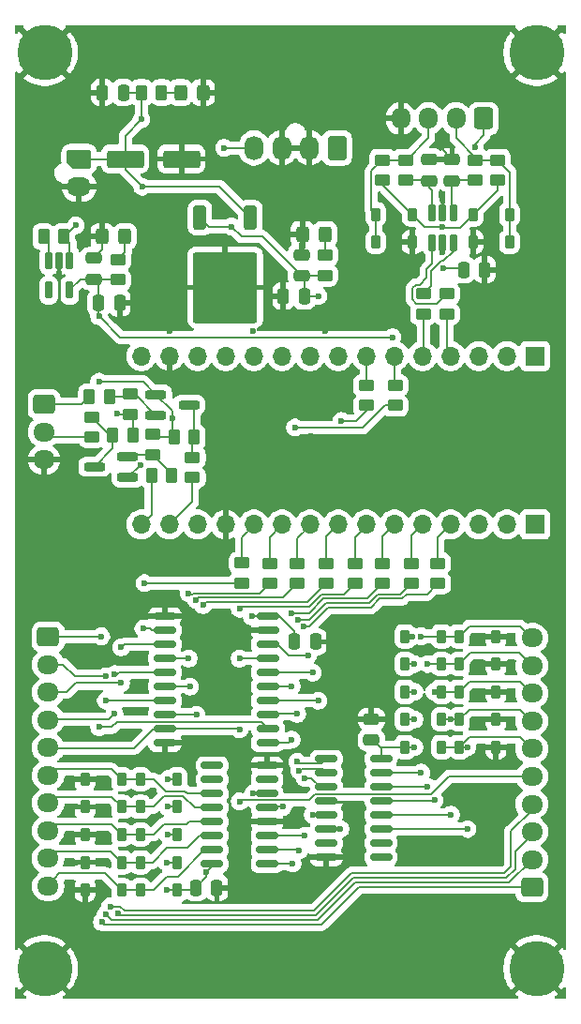
<source format=gbr>
%TF.GenerationSoftware,KiCad,Pcbnew,9.0.5*%
%TF.CreationDate,2025-11-03T04:05:24-05:00*%
%TF.ProjectId,FinishControllerBoard_v1,46696e69-7368-4436-9f6e-74726f6c6c65,rev?*%
%TF.SameCoordinates,Original*%
%TF.FileFunction,Copper,L1,Top*%
%TF.FilePolarity,Positive*%
%FSLAX46Y46*%
G04 Gerber Fmt 4.6, Leading zero omitted, Abs format (unit mm)*
G04 Created by KiCad (PCBNEW 9.0.5) date 2025-11-03 04:05:24*
%MOMM*%
%LPD*%
G01*
G04 APERTURE LIST*
G04 Aperture macros list*
%AMRoundRect*
0 Rectangle with rounded corners*
0 $1 Rounding radius*
0 $2 $3 $4 $5 $6 $7 $8 $9 X,Y pos of 4 corners*
0 Add a 4 corners polygon primitive as box body*
4,1,4,$2,$3,$4,$5,$6,$7,$8,$9,$2,$3,0*
0 Add four circle primitives for the rounded corners*
1,1,$1+$1,$2,$3*
1,1,$1+$1,$4,$5*
1,1,$1+$1,$6,$7*
1,1,$1+$1,$8,$9*
0 Add four rect primitives between the rounded corners*
20,1,$1+$1,$2,$3,$4,$5,0*
20,1,$1+$1,$4,$5,$6,$7,0*
20,1,$1+$1,$6,$7,$8,$9,0*
20,1,$1+$1,$8,$9,$2,$3,0*%
%AMFreePoly0*
4,1,22,0.945671,0.830970,1.026777,0.776777,1.080970,0.695671,1.100000,0.600000,1.100000,-0.600000,1.080970,-0.695671,1.026777,-0.776777,0.945671,-0.830970,0.850000,-0.850000,-0.450000,-0.850000,-0.545671,-0.830970,-0.626777,-0.776777,-1.026777,-0.376777,-1.080970,-0.295671,-1.100000,-0.200000,-1.100000,0.600000,-1.080970,0.695671,-1.026777,0.776777,-0.945671,0.830970,-0.850000,0.850000,
0.850000,0.850000,0.945671,0.830970,0.945671,0.830970,$1*%
G04 Aperture macros list end*
%TA.AperFunction,ComponentPad*%
%ADD10C,5.000000*%
%TD*%
%TA.AperFunction,SMDPad,CuDef*%
%ADD11RoundRect,0.250000X0.450000X-0.262500X0.450000X0.262500X-0.450000X0.262500X-0.450000X-0.262500X0*%
%TD*%
%TA.AperFunction,SMDPad,CuDef*%
%ADD12RoundRect,0.225000X-0.225000X-0.375000X0.225000X-0.375000X0.225000X0.375000X-0.225000X0.375000X0*%
%TD*%
%TA.AperFunction,SMDPad,CuDef*%
%ADD13RoundRect,0.250000X-0.325000X-0.450000X0.325000X-0.450000X0.325000X0.450000X-0.325000X0.450000X0*%
%TD*%
%TA.AperFunction,SMDPad,CuDef*%
%ADD14RoundRect,0.250000X-0.450000X0.262500X-0.450000X-0.262500X0.450000X-0.262500X0.450000X0.262500X0*%
%TD*%
%TA.AperFunction,SMDPad,CuDef*%
%ADD15RoundRect,0.250000X0.475000X-0.250000X0.475000X0.250000X-0.475000X0.250000X-0.475000X-0.250000X0*%
%TD*%
%TA.AperFunction,SMDPad,CuDef*%
%ADD16RoundRect,0.250000X0.262500X0.450000X-0.262500X0.450000X-0.262500X-0.450000X0.262500X-0.450000X0*%
%TD*%
%TA.AperFunction,SMDPad,CuDef*%
%ADD17RoundRect,0.162500X-0.162500X0.617500X-0.162500X-0.617500X0.162500X-0.617500X0.162500X0.617500X0*%
%TD*%
%TA.AperFunction,SMDPad,CuDef*%
%ADD18RoundRect,0.200000X-0.750000X-0.200000X0.750000X-0.200000X0.750000X0.200000X-0.750000X0.200000X0*%
%TD*%
%TA.AperFunction,SMDPad,CuDef*%
%ADD19RoundRect,0.225000X0.225000X0.375000X-0.225000X0.375000X-0.225000X-0.375000X0.225000X-0.375000X0*%
%TD*%
%TA.AperFunction,ComponentPad*%
%ADD20RoundRect,0.250000X0.725000X-0.600000X0.725000X0.600000X-0.725000X0.600000X-0.725000X-0.600000X0*%
%TD*%
%TA.AperFunction,ComponentPad*%
%ADD21O,1.950000X1.700000*%
%TD*%
%TA.AperFunction,ComponentPad*%
%ADD22RoundRect,0.250000X-0.725000X0.600000X-0.725000X-0.600000X0.725000X-0.600000X0.725000X0.600000X0*%
%TD*%
%TA.AperFunction,SMDPad,CuDef*%
%ADD23RoundRect,0.250000X-0.250000X-0.475000X0.250000X-0.475000X0.250000X0.475000X-0.250000X0.475000X0*%
%TD*%
%TA.AperFunction,SMDPad,CuDef*%
%ADD24RoundRect,0.250000X0.250000X0.475000X-0.250000X0.475000X-0.250000X-0.475000X0.250000X-0.475000X0*%
%TD*%
%TA.AperFunction,SMDPad,CuDef*%
%ADD25RoundRect,0.200000X0.750000X0.200000X-0.750000X0.200000X-0.750000X-0.200000X0.750000X-0.200000X0*%
%TD*%
%TA.AperFunction,ComponentPad*%
%ADD26RoundRect,0.250000X-0.600000X0.850000X-0.600000X-0.850000X0.600000X-0.850000X0.600000X0.850000X0*%
%TD*%
%TA.AperFunction,ComponentPad*%
%ADD27O,1.700000X2.200000*%
%TD*%
%TA.AperFunction,SMDPad,CuDef*%
%ADD28RoundRect,0.250000X-0.262500X-0.450000X0.262500X-0.450000X0.262500X0.450000X-0.262500X0.450000X0*%
%TD*%
%TA.AperFunction,SMDPad,CuDef*%
%ADD29RoundRect,0.150000X-0.825000X-0.150000X0.825000X-0.150000X0.825000X0.150000X-0.825000X0.150000X0*%
%TD*%
%TA.AperFunction,SMDPad,CuDef*%
%ADD30RoundRect,0.250000X-1.412500X-0.550000X1.412500X-0.550000X1.412500X0.550000X-1.412500X0.550000X0*%
%TD*%
%TA.AperFunction,ComponentPad*%
%ADD31R,1.700000X1.700000*%
%TD*%
%TA.AperFunction,ComponentPad*%
%ADD32O,1.700000X1.700000*%
%TD*%
%TA.AperFunction,SMDPad,CuDef*%
%ADD33RoundRect,0.250000X-0.350000X0.850000X-0.350000X-0.850000X0.350000X-0.850000X0.350000X0.850000X0*%
%TD*%
%TA.AperFunction,SMDPad,CuDef*%
%ADD34RoundRect,0.250000X-2.650000X2.950000X-2.650000X-2.950000X2.650000X-2.950000X2.650000X2.950000X0*%
%TD*%
%TA.AperFunction,SMDPad,CuDef*%
%ADD35RoundRect,0.250000X0.325000X0.450000X-0.325000X0.450000X-0.325000X-0.450000X0.325000X-0.450000X0*%
%TD*%
%TA.AperFunction,ComponentPad*%
%ADD36RoundRect,0.250000X0.600000X0.725000X-0.600000X0.725000X-0.600000X-0.725000X0.600000X-0.725000X0*%
%TD*%
%TA.AperFunction,ComponentPad*%
%ADD37O,1.700000X1.950000*%
%TD*%
%TA.AperFunction,ComponentPad*%
%ADD38FreePoly0,0.000000*%
%TD*%
%TA.AperFunction,ComponentPad*%
%ADD39O,2.200000X1.700000*%
%TD*%
%TA.AperFunction,SMDPad,CuDef*%
%ADD40RoundRect,0.150000X-0.875000X-0.150000X0.875000X-0.150000X0.875000X0.150000X-0.875000X0.150000X0*%
%TD*%
%TA.AperFunction,SMDPad,CuDef*%
%ADD41RoundRect,0.150000X0.825000X0.150000X-0.825000X0.150000X-0.825000X-0.150000X0.825000X-0.150000X0*%
%TD*%
%TA.AperFunction,ViaPad*%
%ADD42C,0.600000*%
%TD*%
%TA.AperFunction,Conductor*%
%ADD43C,0.200000*%
%TD*%
G04 APERTURE END LIST*
D10*
%TO.P,H1,1,1*%
%TO.N,GND*%
X183673940Y32586080D03*
%TD*%
D11*
%TO.P,R8,1*%
%TO.N,Net-(U5-2A2)*%
X216800000Y-15325000D03*
%TO.P,R8,2*%
%TO.N,/D8*%
X216800000Y-13500000D03*
%TD*%
%TO.P,R24,1*%
%TO.N,Net-(U5-1A2)*%
X206500000Y-15325000D03*
%TO.P,R24,2*%
%TO.N,/D4*%
X206500000Y-13500000D03*
%TD*%
D12*
%TO.P,D9,1,K*%
%TO.N,+5V*%
X216250000Y-22600000D03*
%TO.P,D9,2,A*%
%TO.N,/Time2_Hundredths*%
X219550000Y-22600000D03*
%TD*%
D11*
%TO.P,R19,1*%
%TO.N,Net-(U5-2A0)*%
X211700000Y-15325000D03*
%TO.P,R19,2*%
%TO.N,/\u002AD6*%
X211700000Y-13500000D03*
%TD*%
%TO.P,R18,1*%
%TO.N,Net-(U5-2A1)*%
X214200000Y-15325000D03*
%TO.P,R18,2*%
%TO.N,/D7*%
X214200000Y-13500000D03*
%TD*%
D13*
%TO.P,D15,1,K*%
%TO.N,GND*%
X206975000Y16212500D03*
%TO.P,D15,2,A*%
%TO.N,Net-(D15-A)*%
X209025000Y16212500D03*
%TD*%
D12*
%TO.P,D1,1,K*%
%TO.N,+5V*%
X222400000Y18000000D03*
%TO.P,D1,2,A*%
%TO.N,/Lane1*%
X225700000Y18000000D03*
%TD*%
D11*
%TO.P,R22,1*%
%TO.N,/D0{slash}RX*%
X197040000Y-5762500D03*
%TO.P,R22,2*%
%TO.N,Net-(Q1-D)*%
X197040000Y-3937500D03*
%TD*%
D13*
%TO.P,D16,1,K*%
%TO.N,GND*%
X188900000Y16000000D03*
%TO.P,D16,2,A*%
%TO.N,Net-(D16-A)*%
X190950000Y16000000D03*
%TD*%
D14*
%TO.P,R2,1*%
%TO.N,/Lane1*%
X224600000Y22912500D03*
%TO.P,R2,2*%
%TO.N,+5V*%
X224600000Y21087500D03*
%TD*%
%TO.P,R4,1*%
%TO.N,/Lane2*%
X216300000Y22912500D03*
%TO.P,R4,2*%
%TO.N,Net-(C2-Pad1)*%
X216300000Y21087500D03*
%TD*%
D15*
%TO.P,C5,1*%
%TO.N,+3.3V*%
X188125000Y12150000D03*
%TO.P,C5,2*%
%TO.N,GND*%
X188125000Y14050000D03*
%TD*%
D16*
%TO.P,R21,1*%
%TO.N,Net-(Q2-S)*%
X195152500Y-5600000D03*
%TO.P,R21,2*%
%TO.N,/D1{slash}TX*%
X193327500Y-5600000D03*
%TD*%
D17*
%TO.P,U3,1*%
%TO.N,Net-(C1-Pad1)*%
X220600000Y18150000D03*
%TO.P,U3,2,GND*%
%TO.N,GND*%
X219650000Y18150000D03*
%TO.P,U3,3*%
%TO.N,Net-(C2-Pad1)*%
X218700000Y18150000D03*
%TO.P,U3,4*%
%TO.N,/FinishSensors/Lane2_FinishLine*%
X218700000Y15450000D03*
%TO.P,U3,5,VCC*%
%TO.N,+3.3V*%
X219650000Y15450000D03*
%TO.P,U3,6*%
%TO.N,/FinishSensors/Lane1_FinishLine*%
X220600000Y15450000D03*
%TD*%
D12*
%TO.P,D10,1,K*%
%TO.N,/Time2_Hundredths*%
X221150000Y-22600000D03*
%TO.P,D10,2,A*%
%TO.N,GND*%
X224450000Y-22600000D03*
%TD*%
D18*
%TO.P,Q1,1,G*%
%TO.N,+3.3V*%
X193740000Y1737500D03*
%TO.P,Q1,2,S*%
%TO.N,Net-(Q1-S)*%
X193740000Y-162500D03*
%TO.P,Q1,3,D*%
%TO.N,Net-(Q1-D)*%
X196740000Y787500D03*
%TD*%
D19*
%TO.P,D12,1,K*%
%TO.N,/Time1_Hundredths*%
X190650000Y-40500000D03*
%TO.P,D12,2,A*%
%TO.N,GND*%
X187350000Y-40500000D03*
%TD*%
D14*
%TO.P,R1,1*%
%TO.N,/Lane1*%
X222600000Y22912500D03*
%TO.P,R1,2*%
%TO.N,Net-(C1-Pad1)*%
X222600000Y21087500D03*
%TD*%
D19*
%TO.P,D11,1,K*%
%TO.N,+5V*%
X195650000Y-40500000D03*
%TO.P,D11,2,A*%
%TO.N,/Time1_Hundredths*%
X192350000Y-40500000D03*
%TD*%
D16*
%TO.P,R16,1*%
%TO.N,Net-(Q1-D)*%
X197202500Y-2100000D03*
%TO.P,R16,2*%
%TO.N,+3.3V*%
X195377500Y-2100000D03*
%TD*%
D12*
%TO.P,D6,1,K*%
%TO.N,/Time2_Thousandths*%
X221150000Y-20100000D03*
%TO.P,D6,2,A*%
%TO.N,GND*%
X224450000Y-20100000D03*
%TD*%
%TO.P,D4,1,K*%
%TO.N,/Lane2*%
X213600000Y15500000D03*
%TO.P,D4,2,A*%
%TO.N,GND*%
X216900000Y15500000D03*
%TD*%
D11*
%TO.P,R12,1*%
%TO.N,/A1*%
X217900000Y9000000D03*
%TO.P,R12,2*%
%TO.N,/FinishSensors/Lane1_FinishLine*%
X217900000Y10825000D03*
%TD*%
D14*
%TO.P,R11,1*%
%TO.N,Net-(Q1-S)*%
X191440000Y1762500D03*
%TO.P,R11,2*%
%TO.N,+5V*%
X191440000Y-62500D03*
%TD*%
D20*
%TO.P,J4,1,Pin_1*%
%TO.N,AD0*%
X227700000Y-42750000D03*
D21*
%TO.P,J4,2,Pin_2*%
%TO.N,AD3*%
X227700000Y-40250000D03*
%TO.P,J4,3,Pin_3*%
%TO.N,AD1*%
X227700000Y-37750000D03*
%TO.P,J4,4,Pin_4*%
%TO.N,AD2*%
X227700000Y-35250000D03*
%TO.P,J4,5,Pin_5*%
%TO.N,Decimal_Point*%
X227700000Y-32750000D03*
%TO.P,J4,6,Pin_6*%
%TO.N,/Time2_Tens*%
X227700000Y-30250000D03*
%TO.P,J4,7,Pin_7*%
%TO.N,/Time2_Ones*%
X227700000Y-27750000D03*
%TO.P,J4,8,Pin_8*%
%TO.N,/Time2_Tenths*%
X227700000Y-25250000D03*
%TO.P,J4,9,Pin_9*%
%TO.N,/Time2_Hundredths*%
X227700000Y-22750000D03*
%TO.P,J4,10,Pin_10*%
%TO.N,/Time2_Thousandths*%
X227700000Y-20250000D03*
%TD*%
D14*
%TO.P,R5,1*%
%TO.N,/A2*%
X215340000Y2562500D03*
%TO.P,R5,2*%
%TO.N,BCD_Lane1*%
X215340000Y737500D03*
%TD*%
D22*
%TO.P,J5,1,Pin_1*%
%TO.N,AD0*%
X184000000Y-20150000D03*
D21*
%TO.P,J5,2,Pin_2*%
%TO.N,AD3*%
X184000000Y-22650000D03*
%TO.P,J5,3,Pin_3*%
%TO.N,AD1*%
X184000000Y-25150000D03*
%TO.P,J5,4,Pin_4*%
%TO.N,AD2*%
X184000000Y-27650000D03*
%TO.P,J5,5,Pin_5*%
%TO.N,Decimal_Point*%
X184000000Y-30150000D03*
%TO.P,J5,6,Pin_6*%
%TO.N,/Time1_Tens*%
X184000000Y-32650000D03*
%TO.P,J5,7,Pin_7*%
%TO.N,/Time1_Ones*%
X184000000Y-35150000D03*
%TO.P,J5,8,Pin_8*%
%TO.N,/Time1_Tenths*%
X184000000Y-37650000D03*
%TO.P,J5,9,Pin_9*%
%TO.N,/Time1_Hundredths*%
X184000000Y-40150000D03*
%TO.P,J5,10,Pin_10*%
%TO.N,/Time1_Thousandths*%
X184000000Y-42650000D03*
%TD*%
D17*
%TO.P,U7,1,VIN*%
%TO.N,+5V*%
X185950000Y13850000D03*
%TO.P,U7,2,GND*%
%TO.N,GND*%
X185000000Y13850000D03*
%TO.P,U7,3,EN*%
%TO.N,Net-(U7-EN)*%
X184050000Y13850000D03*
%TO.P,U7,4,NC*%
%TO.N,unconnected-(U7-NC-Pad4)*%
X184050000Y11150000D03*
%TO.P,U7,5,VOUT*%
%TO.N,+3.3V*%
X185950000Y11150000D03*
%TD*%
D15*
%TO.P,C11,1*%
%TO.N,+5V*%
X206900000Y12462500D03*
%TO.P,C11,2*%
%TO.N,GND*%
X206900000Y14362500D03*
%TD*%
D16*
%TO.P,R17,1*%
%TO.N,Net-(Q1-S)*%
X189552500Y1550000D03*
%TO.P,R17,2*%
%TO.N,/Logic Level Shifter/Tx_HV_In*%
X187727500Y1550000D03*
%TD*%
D23*
%TO.P,C3,1*%
%TO.N,+5V*%
X206250000Y-20600000D03*
%TO.P,C3,2*%
%TO.N,GND*%
X208150000Y-20600000D03*
%TD*%
D14*
%TO.P,R10,1*%
%TO.N,Net-(D16-A)*%
X190325000Y13912500D03*
%TO.P,R10,2*%
%TO.N,+3.3V*%
X190325000Y12087500D03*
%TD*%
D24*
%TO.P,C4,1*%
%TO.N,GND*%
X223450000Y13000000D03*
%TO.P,C4,2*%
%TO.N,+3.3V*%
X221550000Y13000000D03*
%TD*%
D12*
%TO.P,D41,1,K*%
%TO.N,+5V*%
X216250000Y-30100000D03*
%TO.P,D41,2,A*%
%TO.N,/Time2_Tens*%
X219550000Y-30100000D03*
%TD*%
D15*
%TO.P,C2,1*%
%TO.N,Net-(C2-Pad1)*%
X218400000Y21050000D03*
%TO.P,C2,2*%
%TO.N,GND*%
X218400000Y22950000D03*
%TD*%
D11*
%TO.P,R14,1*%
%TO.N,Net-(Q2-S)*%
X193490000Y-3712500D03*
%TO.P,R14,2*%
%TO.N,+3.3V*%
X193490000Y-1887500D03*
%TD*%
D19*
%TO.P,D7,1,K*%
%TO.N,+5V*%
X195650000Y-43000000D03*
%TO.P,D7,2,A*%
%TO.N,/Time1_Thousandths*%
X192350000Y-43000000D03*
%TD*%
D11*
%TO.P,R26,1*%
%TO.N,Net-(U5-1A0)*%
X201500000Y-15312500D03*
%TO.P,R26,2*%
%TO.N,/D2*%
X201500000Y-13487500D03*
%TD*%
D19*
%TO.P,D36,1,K*%
%TO.N,/Time1_Tenths*%
X190650000Y-38000000D03*
%TO.P,D36,2,A*%
%TO.N,GND*%
X187350000Y-38000000D03*
%TD*%
D15*
%TO.P,C1,1*%
%TO.N,Net-(C1-Pad1)*%
X220500000Y21050000D03*
%TO.P,C1,2*%
%TO.N,GND*%
X220500000Y22950000D03*
%TD*%
D25*
%TO.P,Q2,1,G*%
%TO.N,+3.3V*%
X191190000Y-5737500D03*
%TO.P,Q2,2,S*%
%TO.N,Net-(Q2-S)*%
X191190000Y-3837500D03*
%TO.P,Q2,3,D*%
%TO.N,Net-(Q2-D)*%
X188190000Y-4787500D03*
%TD*%
D19*
%TO.P,D3,1,K*%
%TO.N,+5V*%
X216900000Y18000000D03*
%TO.P,D3,2,A*%
%TO.N,/Lane2*%
X213600000Y18000000D03*
%TD*%
%TO.P,D2,1,K*%
%TO.N,/Lane1*%
X225700000Y15500000D03*
%TO.P,D2,2,A*%
%TO.N,GND*%
X222400000Y15500000D03*
%TD*%
D26*
%TO.P,J6,1,Pin_1*%
%TO.N,+12V*%
X210100000Y24000000D03*
D27*
%TO.P,J6,2,Pin_2*%
%TO.N,GND*%
X207600000Y24000000D03*
%TO.P,J6,3,Pin_3*%
X205100000Y24000000D03*
%TO.P,J6,4,Pin_4*%
%TO.N,+5V*%
X202600000Y24000000D03*
%TD*%
D24*
%TO.P,C12,1*%
%TO.N,+5V*%
X207150000Y10612500D03*
%TO.P,C12,2*%
%TO.N,GND*%
X205250000Y10612500D03*
%TD*%
D15*
%TO.P,C13,1*%
%TO.N,+5V*%
X213200000Y-29450000D03*
%TO.P,C13,2*%
%TO.N,GND*%
X213200000Y-27550000D03*
%TD*%
D28*
%TO.P,R28,1*%
%TO.N,Net-(U7-EN)*%
X183587500Y16000000D03*
%TO.P,R28,2*%
%TO.N,+5V*%
X185412500Y16000000D03*
%TD*%
D24*
%TO.P,C10,1*%
%TO.N,+12V*%
X190787500Y29000000D03*
%TO.P,C10,2*%
%TO.N,GND*%
X188887500Y29000000D03*
%TD*%
D10*
%TO.P,H4,1,1*%
%TO.N,GND*%
X228123160Y-50089840D03*
%TD*%
D19*
%TO.P,D8,1,K*%
%TO.N,/Time1_Thousandths*%
X190650000Y-43000000D03*
%TO.P,D8,2,A*%
%TO.N,GND*%
X187350000Y-43000000D03*
%TD*%
D12*
%TO.P,D42,1,K*%
%TO.N,/Time2_Tens*%
X221150000Y-30100000D03*
%TO.P,D42,2,A*%
%TO.N,GND*%
X224450000Y-30100000D03*
%TD*%
D19*
%TO.P,D39,1,K*%
%TO.N,+5V*%
X195650000Y-35500000D03*
%TO.P,D39,2,A*%
%TO.N,/Time1_Ones*%
X192350000Y-35500000D03*
%TD*%
%TO.P,D40,1,K*%
%TO.N,/Time1_Ones*%
X190650000Y-35500000D03*
%TO.P,D40,2,A*%
%TO.N,GND*%
X187350000Y-35500000D03*
%TD*%
D12*
%TO.P,D38,1,K*%
%TO.N,/Time2_Ones*%
X221150000Y-27600000D03*
%TO.P,D38,2,A*%
%TO.N,GND*%
X224450000Y-27600000D03*
%TD*%
D29*
%TO.P,U2,1,A0*%
%TO.N,BCD_MuxA*%
X209125000Y-31155000D03*
%TO.P,U2,2,A1*%
%TO.N,BCD_MuxB*%
X209125000Y-32425000D03*
%TO.P,U2,3,A2*%
%TO.N,BCD_MuxC*%
X209125000Y-33695000D03*
%TO.P,U2,4,~{E1}*%
%TO.N,GND*%
X209125000Y-34965000D03*
%TO.P,U2,5,~{E2}*%
%TO.N,BCD_Lane2*%
X209125000Y-36235000D03*
%TO.P,U2,6,E3*%
%TO.N,+5V*%
X209125000Y-37505000D03*
%TO.P,U2,7,Y7*%
%TO.N,unconnected-(U2-Y7-Pad7)*%
X209125000Y-38775000D03*
%TO.P,U2,8,GND*%
%TO.N,GND*%
X209125000Y-40045000D03*
%TO.P,U2,9,Y6*%
%TO.N,unconnected-(U2-Y6-Pad9)*%
X214075000Y-40045000D03*
%TO.P,U2,10,Y5*%
%TO.N,unconnected-(U2-Y5-Pad10)*%
X214075000Y-38775000D03*
%TO.P,U2,11,Y4*%
%TO.N,/Time2_Tens*%
X214075000Y-37505000D03*
%TO.P,U2,12,Y3*%
%TO.N,/Time2_Ones*%
X214075000Y-36235000D03*
%TO.P,U2,13,Y2*%
%TO.N,/Time2_Tenths*%
X214075000Y-34965000D03*
%TO.P,U2,14,Y1*%
%TO.N,/Time2_Hundredths*%
X214075000Y-33695000D03*
%TO.P,U2,15,Y0*%
%TO.N,/Time2_Thousandths*%
X214075000Y-32425000D03*
%TO.P,U2,16,VCC*%
%TO.N,+5V*%
X214075000Y-31155000D03*
%TD*%
D12*
%TO.P,D5,1,K*%
%TO.N,+5V*%
X216250000Y-20100000D03*
%TO.P,D5,2,A*%
%TO.N,/Time2_Thousandths*%
X219550000Y-20100000D03*
%TD*%
D30*
%TO.P,C9,1*%
%TO.N,+12V*%
X190962500Y23000000D03*
%TO.P,C9,2*%
%TO.N,GND*%
X196037500Y23000000D03*
%TD*%
D11*
%TO.P,R25,1*%
%TO.N,Net-(U5-1A1)*%
X204000000Y-15325000D03*
%TO.P,R25,2*%
%TO.N,/\u002AD3*%
X204000000Y-13500000D03*
%TD*%
D31*
%TO.P,J9,1,Pin_1*%
%TO.N,/D12{slash}MISO*%
X227980000Y-10000000D03*
D32*
%TO.P,J9,2,Pin_2*%
%TO.N,/\u002AD11{slash}MOSI*%
X225440000Y-10000000D03*
%TO.P,J9,3,Pin_3*%
%TO.N,/\u002AD10{slash}SS*%
X222900000Y-10000000D03*
%TO.P,J9,4,Pin_4*%
%TO.N,/\u002AD9*%
X220360000Y-10000000D03*
%TO.P,J9,5,Pin_5*%
%TO.N,/D8*%
X217820000Y-10000000D03*
%TO.P,J9,6,Pin_6*%
%TO.N,/D7*%
X215280000Y-10000000D03*
%TO.P,J9,7,Pin_7*%
%TO.N,/\u002AD6*%
X212740000Y-10000000D03*
%TO.P,J9,8,Pin_8*%
%TO.N,/\u002AD5*%
X210200000Y-10000000D03*
%TO.P,J9,9,Pin_9*%
%TO.N,/D4*%
X207660000Y-10000000D03*
%TO.P,J9,10,Pin_10*%
%TO.N,/\u002AD3*%
X205120000Y-10000000D03*
%TO.P,J9,11,Pin_11*%
%TO.N,/D2*%
X202580000Y-10000000D03*
%TO.P,J9,12,Pin_12*%
%TO.N,GND*%
X200040000Y-10000000D03*
%TO.P,J9,13,Pin_13*%
%TO.N,/~{RESET}*%
X197500000Y-10000000D03*
%TO.P,J9,14,Pin_14*%
%TO.N,/D0{slash}RX*%
X194960000Y-10000000D03*
%TO.P,J9,15,Pin_15*%
%TO.N,/D1{slash}TX*%
X192420000Y-10000000D03*
%TD*%
D33*
%TO.P,U4,1,IN*%
%TO.N,+12V*%
X202280000Y17700000D03*
D34*
%TO.P,U4,2*%
%TO.N,GND*%
X200000000Y11400000D03*
D33*
%TO.P,U4,3,OUT*%
%TO.N,+5V*%
X197720000Y17700000D03*
%TD*%
D11*
%TO.P,R20,1*%
%TO.N,/Logic Level Shifter/Rx_HV_Out*%
X187940000Y-2112500D03*
%TO.P,R20,2*%
%TO.N,Net-(Q2-D)*%
X187940000Y-287500D03*
%TD*%
D12*
%TO.P,D13,1,K*%
%TO.N,+5V*%
X216250000Y-25100000D03*
%TO.P,D13,2,A*%
%TO.N,/Time2_Tenths*%
X219550000Y-25100000D03*
%TD*%
D11*
%TO.P,R23,1*%
%TO.N,Net-(U5-1A3)*%
X209100000Y-15325000D03*
%TO.P,R23,2*%
%TO.N,/\u002AD5*%
X209100000Y-13500000D03*
%TD*%
D23*
%TO.P,C14,1*%
%TO.N,+5V*%
X197350000Y-42800000D03*
%TO.P,C14,2*%
%TO.N,GND*%
X199250000Y-42800000D03*
%TD*%
D10*
%TO.P,H2,1,1*%
%TO.N,GND*%
X228123160Y32586080D03*
%TD*%
D35*
%TO.P,D17,1,K*%
%TO.N,GND*%
X198000000Y29000000D03*
%TO.P,D17,2,A*%
%TO.N,Net-(D17-A)*%
X195950000Y29000000D03*
%TD*%
D22*
%TO.P,J2,1,Pin_1*%
%TO.N,/Logic Level Shifter/Tx_HV_In*%
X183640000Y850000D03*
D21*
%TO.P,J2,2,Pin_2*%
%TO.N,/Logic Level Shifter/Rx_HV_Out*%
X183640000Y-1650000D03*
%TO.P,J2,3,Pin_3*%
%TO.N,GND*%
X183640000Y-4150000D03*
%TD*%
D14*
%TO.P,R6,1*%
%TO.N,/A3*%
X212740000Y2562500D03*
%TO.P,R6,2*%
%TO.N,BCD_Lane2*%
X212740000Y737500D03*
%TD*%
D19*
%TO.P,D44,1,K*%
%TO.N,/Time1_Tens*%
X190650000Y-33000000D03*
%TO.P,D44,2,A*%
%TO.N,GND*%
X187350000Y-33000000D03*
%TD*%
D23*
%TO.P,C6,1*%
%TO.N,+3.3V*%
X188550000Y10000000D03*
%TO.P,C6,2*%
%TO.N,GND*%
X190450000Y10000000D03*
%TD*%
D36*
%TO.P,J1,1,Pin_1*%
%TO.N,+12V*%
X223350000Y26650000D03*
D37*
%TO.P,J1,2,Pin_2*%
%TO.N,/Lane1*%
X220850000Y26650000D03*
%TO.P,J1,3,Pin_3*%
%TO.N,/Lane2*%
X218350000Y26650000D03*
%TO.P,J1,4,Pin_4*%
%TO.N,GND*%
X215850000Y26650000D03*
%TD*%
D14*
%TO.P,R3,1*%
%TO.N,/Lane2*%
X214200000Y22912500D03*
%TO.P,R3,2*%
%TO.N,+5V*%
X214200000Y21087500D03*
%TD*%
D11*
%TO.P,R13,1*%
%TO.N,/A0*%
X220000000Y9000000D03*
%TO.P,R13,2*%
%TO.N,/FinishSensors/Lane2_FinishLine*%
X220000000Y10825000D03*
%TD*%
D12*
%TO.P,D37,1,K*%
%TO.N,+5V*%
X216250000Y-27600000D03*
%TO.P,D37,2,A*%
%TO.N,/Time2_Ones*%
X219550000Y-27600000D03*
%TD*%
D28*
%TO.P,R15,1*%
%TO.N,Net-(Q2-D)*%
X189827500Y-1900000D03*
%TO.P,R15,2*%
%TO.N,+5V*%
X191652500Y-1900000D03*
%TD*%
D19*
%TO.P,D35,1,K*%
%TO.N,+5V*%
X195650000Y-38000000D03*
%TO.P,D35,2,A*%
%TO.N,/Time1_Tenths*%
X192350000Y-38000000D03*
%TD*%
D31*
%TO.P,J8,1,Pin_1*%
%TO.N,/D13{slash}SCK*%
X227980000Y5203860D03*
D32*
%TO.P,J8,2,Pin_2*%
%TO.N,/+3.3VDC*%
X225440000Y5203860D03*
%TO.P,J8,3,Pin_3*%
%TO.N,/AREF*%
X222900000Y5203860D03*
%TO.P,J8,4,Pin_4*%
%TO.N,/A0*%
X220360000Y5203860D03*
%TO.P,J8,5,Pin_5*%
%TO.N,/A1*%
X217820000Y5203860D03*
%TO.P,J8,6,Pin_6*%
%TO.N,/A2*%
X215280000Y5203860D03*
%TO.P,J8,7,Pin_7*%
%TO.N,/A3*%
X212740000Y5203860D03*
%TO.P,J8,8,Pin_8*%
%TO.N,/A4{slash}SDA*%
X210200000Y5203860D03*
%TO.P,J8,9,Pin_9*%
%TO.N,/A5{slash}SCL*%
X207660000Y5203860D03*
%TO.P,J8,10,Pin_10*%
%TO.N,/A6*%
X205120000Y5203860D03*
%TO.P,J8,11,Pin_11*%
%TO.N,/A7*%
X202580000Y5203860D03*
%TO.P,J8,12,Pin_12*%
%TO.N,/+5VDC*%
X200040000Y5203860D03*
%TO.P,J8,13,Pin_13*%
%TO.N,/~{RESET}*%
X197500000Y5203860D03*
%TO.P,J8,14,Pin_14*%
%TO.N,GND*%
X194960000Y5203860D03*
%TO.P,J8,15,Pin_15*%
%TO.N,+12V*%
X192420000Y5203860D03*
%TD*%
D10*
%TO.P,H3,1,1*%
%TO.N,GND*%
X183673940Y-50089840D03*
%TD*%
D14*
%TO.P,R27,1*%
%TO.N,Net-(D15-A)*%
X209000000Y14325000D03*
%TO.P,R27,2*%
%TO.N,+5V*%
X209000000Y12500000D03*
%TD*%
D38*
%TO.P,J3,1,Pin_1*%
%TO.N,+12V*%
X186800000Y23000000D03*
D39*
%TO.P,J3,2,Pin_2*%
%TO.N,GND*%
X186800000Y20500000D03*
%TD*%
D40*
%TO.P,U5,1,1OE*%
%TO.N,GND*%
X194550000Y-18285000D03*
%TO.P,U5,2,1A0*%
%TO.N,Net-(U5-1A0)*%
X194550000Y-19555000D03*
%TO.P,U5,3,2Y0*%
%TO.N,AD1*%
X194550000Y-20825000D03*
%TO.P,U5,4,1A1*%
%TO.N,Net-(U5-1A1)*%
X194550000Y-22095000D03*
%TO.P,U5,5,2Y1*%
%TO.N,AD2*%
X194550000Y-23365000D03*
%TO.P,U5,6,1A2*%
%TO.N,Net-(U5-1A2)*%
X194550000Y-24635000D03*
%TO.P,U5,7,2Y2*%
%TO.N,AD3*%
X194550000Y-25905000D03*
%TO.P,U5,8,1A3*%
%TO.N,Net-(U5-1A3)*%
X194550000Y-27175000D03*
%TO.P,U5,9,2Y3*%
%TO.N,Decimal_Point*%
X194550000Y-28445000D03*
%TO.P,U5,10,GND*%
%TO.N,GND*%
X194550000Y-29715000D03*
%TO.P,U5,11,2A3*%
%TO.N,Net-(U5-2A3)*%
X203850000Y-29715000D03*
%TO.P,U5,12,1Y3*%
%TO.N,AD0*%
X203850000Y-28445000D03*
%TO.P,U5,13,2A2*%
%TO.N,Net-(U5-2A2)*%
X203850000Y-27175000D03*
%TO.P,U5,14,1Y2*%
%TO.N,BCD_MuxC*%
X203850000Y-25905000D03*
%TO.P,U5,15,2A1*%
%TO.N,Net-(U5-2A1)*%
X203850000Y-24635000D03*
%TO.P,U5,16,1Y1*%
%TO.N,BCD_MuxB*%
X203850000Y-23365000D03*
%TO.P,U5,17,2A0*%
%TO.N,Net-(U5-2A0)*%
X203850000Y-22095000D03*
%TO.P,U5,18,1Y0*%
%TO.N,BCD_MuxA*%
X203850000Y-20825000D03*
%TO.P,U5,19,2OE*%
%TO.N,GND*%
X203850000Y-19555000D03*
%TO.P,U5,20,VCC*%
%TO.N,+5V*%
X203850000Y-18285000D03*
%TD*%
D16*
%TO.P,R9,1*%
%TO.N,Net-(D17-A)*%
X194250000Y29000000D03*
%TO.P,R9,2*%
%TO.N,+12V*%
X192425000Y29000000D03*
%TD*%
D41*
%TO.P,U1,1,A0*%
%TO.N,BCD_MuxA*%
X203775000Y-40645000D03*
%TO.P,U1,2,A1*%
%TO.N,BCD_MuxB*%
X203775000Y-39375000D03*
%TO.P,U1,3,A2*%
%TO.N,BCD_MuxC*%
X203775000Y-38105000D03*
%TO.P,U1,4,~{E1}*%
%TO.N,GND*%
X203775000Y-36835000D03*
%TO.P,U1,5,~{E2}*%
%TO.N,BCD_Lane1*%
X203775000Y-35565000D03*
%TO.P,U1,6,E3*%
%TO.N,+5V*%
X203775000Y-34295000D03*
%TO.P,U1,7,Y7*%
%TO.N,unconnected-(U1-Y7-Pad7)*%
X203775000Y-33025000D03*
%TO.P,U1,8,GND*%
%TO.N,GND*%
X203775000Y-31755000D03*
%TO.P,U1,9,Y6*%
%TO.N,unconnected-(U1-Y6-Pad9)*%
X198825000Y-31755000D03*
%TO.P,U1,10,Y5*%
%TO.N,unconnected-(U1-Y5-Pad10)*%
X198825000Y-33025000D03*
%TO.P,U1,11,Y4*%
%TO.N,/Time1_Tens*%
X198825000Y-34295000D03*
%TO.P,U1,12,Y3*%
%TO.N,/Time1_Ones*%
X198825000Y-35565000D03*
%TO.P,U1,13,Y2*%
%TO.N,/Time1_Tenths*%
X198825000Y-36835000D03*
%TO.P,U1,14,Y1*%
%TO.N,/Time1_Hundredths*%
X198825000Y-38105000D03*
%TO.P,U1,15,Y0*%
%TO.N,/Time1_Thousandths*%
X198825000Y-39375000D03*
%TO.P,U1,16,VCC*%
%TO.N,+5V*%
X198825000Y-40645000D03*
%TD*%
D11*
%TO.P,R7,1*%
%TO.N,Net-(U5-2A3)*%
X219200000Y-15325000D03*
%TO.P,R7,2*%
%TO.N,/\u002AD9*%
X219200000Y-13500000D03*
%TD*%
D19*
%TO.P,D43,1,K*%
%TO.N,+5V*%
X195650000Y-33000000D03*
%TO.P,D43,2,A*%
%TO.N,/Time1_Tens*%
X192350000Y-33000000D03*
%TD*%
D12*
%TO.P,D14,1,K*%
%TO.N,/Time2_Tenths*%
X221150000Y-25100000D03*
%TO.P,D14,2,A*%
%TO.N,GND*%
X224450000Y-25100000D03*
%TD*%
D42*
%TO.N,GND*%
X216574265Y7525735D03*
X191000000Y30500000D03*
X223500000Y-52000000D03*
X186700000Y-28900000D03*
X230000000Y-40500000D03*
X181500000Y19500000D03*
X194000000Y34500000D03*
X186500000Y-40500000D03*
X197000000Y30500000D03*
X181500000Y-4500000D03*
X199500000Y-52000000D03*
X221000000Y34500000D03*
X203000000Y19500000D03*
X217500000Y-40000000D03*
X217500000Y-52000000D03*
X219500000Y-32000000D03*
X209000000Y7500000D03*
X186500000Y-35500000D03*
X181500000Y-22500000D03*
X188000000Y34500000D03*
X181500000Y-10500000D03*
X223500000Y-16500000D03*
X203000000Y34500000D03*
X200500000Y-7500000D03*
X190500000Y-52000000D03*
X205500000Y-52000000D03*
X218000000Y34500000D03*
X230000000Y-1500000D03*
X206300000Y28500000D03*
X181500000Y-28500000D03*
X187500000Y-52000000D03*
X230000000Y19500000D03*
X207800000Y-2000000D03*
X181500000Y1500000D03*
X203000000Y30500000D03*
X209000000Y34500000D03*
X221000000Y-34500000D03*
X230000000Y22500000D03*
X213000000Y-7500000D03*
X206000000Y34500000D03*
X230000000Y-22500000D03*
X230000000Y7500000D03*
X223500000Y7500000D03*
X223000000Y-28000000D03*
X185000000Y12500000D03*
X207700000Y-7400000D03*
X193500000Y-39000000D03*
X223000000Y-20500000D03*
X211500000Y-33200000D03*
X181500000Y10500000D03*
X230000000Y-7500000D03*
X181500000Y-7500000D03*
X181500000Y-34500000D03*
X230000000Y-46500000D03*
X196500000Y-52000000D03*
X230000000Y-16500000D03*
X191000000Y34500000D03*
X192100000Y-26900000D03*
X199700000Y-24200000D03*
X181500000Y7500000D03*
X186500000Y-43000000D03*
X193500000Y-16500000D03*
X181500000Y-25500000D03*
X224000000Y34500000D03*
X181500000Y25500000D03*
X223500000Y-7500000D03*
X181500000Y-43500000D03*
X230000000Y28500000D03*
X181500000Y-1500000D03*
X230000000Y-31500000D03*
X223000000Y-23000000D03*
X208500000Y-52000000D03*
X187000000Y-26300000D03*
X230000000Y10500000D03*
X217500000Y-7500000D03*
X181500000Y16500000D03*
X181500000Y-13500000D03*
X211800000Y-23000000D03*
X187000000Y-45800000D03*
X220500000Y-52000000D03*
X200500000Y-1500000D03*
X214500000Y-52000000D03*
X181500000Y-46500000D03*
X230000000Y25500000D03*
X200000000Y34500000D03*
X187500000Y4500000D03*
X206000000Y-43000000D03*
X223000000Y-30500000D03*
X211500000Y-52000000D03*
X206500000Y22200000D03*
X209000000Y19500000D03*
X230000000Y-25500000D03*
X197000000Y34500000D03*
X181500000Y-37500000D03*
X209000000Y30500000D03*
X230000000Y-28500000D03*
X230000000Y-19500000D03*
X219100000Y7600000D03*
X181500000Y-16500000D03*
X181500000Y28500000D03*
X215000000Y34500000D03*
X230000000Y-34500000D03*
X215000000Y30500000D03*
X230000000Y13500000D03*
X223500000Y-1500000D03*
X223500000Y-34000000D03*
X215000000Y13500000D03*
X181500000Y-19500000D03*
X181500000Y4500000D03*
X187500000Y-16500000D03*
X212000000Y34500000D03*
X202500000Y7500000D03*
X223500000Y-40000000D03*
X193500000Y-36500000D03*
X181500000Y13500000D03*
X230000000Y-37500000D03*
X230000000Y-4500000D03*
X195000000Y7500000D03*
X190500000Y8500000D03*
X181500000Y-31500000D03*
X221000000Y30500000D03*
X219600000Y24600000D03*
X230000000Y-43500000D03*
X181500000Y-40500000D03*
X193500000Y-52000000D03*
X223000000Y-25500000D03*
X202500000Y-52000000D03*
X230000000Y16500000D03*
X193400000Y-41535315D03*
X186500000Y-38000000D03*
X219600000Y19600000D03*
X186500000Y-33000000D03*
X193500000Y-34000000D03*
X192100000Y-24700000D03*
%TO.N,+5V*%
X217100000Y-30100000D03*
X199900000Y24000000D03*
X190240000Y50000D03*
X194700000Y-40500000D03*
X217100000Y-22600000D03*
X200562500Y16900000D03*
X194800000Y-35500000D03*
X217100000Y-27600000D03*
X194700000Y-43000000D03*
X210400000Y-37500000D03*
X216899997Y-20100000D03*
X208400000Y10612500D03*
X194800000Y-33000000D03*
X202400000Y-18300000D03*
X219650000Y16870000D03*
X194800000Y-38000000D03*
X202500000Y-34300000D03*
X217100000Y-25100000D03*
X186500000Y17000000D03*
X198300000Y-41400000D03*
%TO.N,/Time2_Thousandths*%
X217700000Y-32400000D03*
X217700000Y-20100000D03*
%TO.N,/Time2_Hundredths*%
X218300000Y-33700000D03*
X218300000Y-22600000D03*
%TO.N,/Time2_Tenths*%
X218900000Y-25100000D03*
X218900000Y-34900000D03*
%TO.N,/Time2_Ones*%
X220400000Y-27600000D03*
X220400000Y-36200000D03*
%TO.N,Decimal_Point*%
X201300000Y-35000000D03*
X201300000Y-28500000D03*
%TO.N,+12V*%
X192500000Y20500000D03*
X222549265Y24049265D03*
X192425000Y26575000D03*
%TO.N,AD1*%
X190600000Y-24325000D03*
X190600000Y-21100000D03*
X190278552Y-45098000D03*
%TO.N,AD2*%
X190001268Y-23513050D03*
X189602000Y-44482831D03*
X190000000Y-27100000D03*
%TO.N,AD3*%
X189209152Y-25900000D03*
X189201000Y-23725000D03*
X189209152Y-45182466D03*
%TO.N,AD0*%
X188601764Y-28298236D03*
X188855387Y-45900000D03*
X188800000Y-20100000D03*
%TO.N,+3.3V*%
X192308683Y-4633037D03*
X188600000Y2900000D03*
X188600000Y8800000D03*
X215100000Y6899000D03*
X219700000Y13100000D03*
X219640735Y14559265D03*
X195240000Y-450000D03*
%TO.N,Net-(U5-1A0)*%
X192700000Y-15300000D03*
X192600000Y-19400000D03*
%TO.N,Net-(U5-1A1)*%
X196700000Y-16200000D03*
X196700000Y-22100000D03*
%TO.N,Net-(U5-1A2)*%
X197365642Y-16800000D03*
X196800000Y-24635000D03*
%TO.N,Net-(U5-1A3)*%
X198006085Y-17279412D03*
X197400000Y-27175000D03*
%TO.N,Net-(U5-2A0)*%
X201300000Y-17600000D03*
X201300000Y-22100000D03*
%TO.N,Net-(U5-2A1)*%
X206000000Y-18001000D03*
X206000000Y-24600000D03*
%TO.N,BCD_Lane1*%
X206300000Y-1250000D03*
X205200000Y-35500000D03*
%TO.N,Net-(U5-2A2)*%
X206600000Y-18601000D03*
X206500000Y-27100000D03*
%TO.N,BCD_Lane2*%
X210500000Y-650000D03*
X207900000Y-36200000D03*
%TO.N,Net-(U5-2A3)*%
X206000000Y-29415000D03*
X207111846Y-19215831D03*
%TO.N,BCD_MuxA*%
X206500000Y-31425249D03*
X207502000Y-21818822D03*
X206100000Y-40600000D03*
%TO.N,BCD_MuxC*%
X207200000Y-38105000D03*
X207200000Y-32900000D03*
X208400000Y-25905000D03*
%TO.N,BCD_MuxB*%
X206700000Y-32214579D03*
X207903000Y-23365000D03*
X206700000Y-39400000D03*
%TO.N,/Time2_Tens*%
X221900000Y-37500000D03*
X221900000Y-30100000D03*
%TD*%
D43*
%TO.N,GND*%
X219600000Y23850000D02*
X219600000Y24600000D01*
X206900000Y16137500D02*
X206975000Y16212500D01*
X188900000Y15800000D02*
X188900000Y14825000D01*
X206900000Y14362500D02*
X206900000Y16137500D01*
X186500000Y-35500000D02*
X187350000Y-35500000D01*
X219650000Y18150000D02*
X219650000Y19550000D01*
X186500000Y-38000000D02*
X187350000Y-38000000D01*
X186500000Y-43000000D02*
X187350000Y-43000000D01*
X185000000Y13850000D02*
X185000000Y12500000D01*
X190450000Y8550000D02*
X190500000Y8500000D01*
X186500000Y-40500000D02*
X187350000Y-40500000D01*
X220500000Y22950000D02*
X219600000Y23850000D01*
X190450000Y10000000D02*
X190450000Y8550000D01*
X186500000Y-33000000D02*
X187350000Y-33000000D01*
X188900000Y14825000D02*
X188125000Y14050000D01*
X219650000Y19550000D02*
X219600000Y19600000D01*
%TO.N,Net-(C1-Pad1)*%
X220500000Y18250000D02*
X220600000Y18150000D01*
X220500000Y21050000D02*
X220500000Y18250000D01*
X220537500Y21087500D02*
X220500000Y21050000D01*
X222600000Y21087500D02*
X220537500Y21087500D01*
%TO.N,Net-(C2-Pad1)*%
X218400000Y21050000D02*
X218400000Y20450000D01*
X216300000Y21087500D02*
X218362500Y21087500D01*
X218362500Y21087500D02*
X218400000Y21050000D01*
X218400000Y20450000D02*
X218700000Y20150000D01*
X218700000Y20150000D02*
X218700000Y18150000D01*
%TO.N,+5V*%
X200562500Y16900000D02*
X198520000Y16900000D01*
X202600000Y24000000D02*
X199900000Y24000000D01*
X219582001Y16900000D02*
X218000000Y16900000D01*
X197150000Y-43000000D02*
X197350000Y-42800000D01*
X203775000Y-34295000D02*
X202505000Y-34295000D01*
X198200000Y-41500000D02*
X198300000Y-41400000D01*
X202505000Y-34295000D02*
X202500000Y-34300000D01*
X209125000Y-37505000D02*
X210395000Y-37505000D01*
X214075000Y-30175000D02*
X214000000Y-30100000D01*
X201462500Y16000000D02*
X203362500Y16000000D01*
X224600000Y20200000D02*
X222400000Y18000000D01*
X216899997Y-20100000D02*
X216250000Y-20100000D01*
X224600000Y21087500D02*
X224600000Y20200000D01*
X195650000Y-40500000D02*
X194700000Y-40500000D01*
X203850000Y-18285000D02*
X202415000Y-18285000D01*
X185500000Y16000000D02*
X186500000Y17000000D01*
X190352500Y-62500D02*
X191440000Y-62500D01*
X214200000Y21087500D02*
X214200000Y20700000D01*
X195650000Y-38000000D02*
X194800000Y-38000000D01*
X219650000Y16870000D02*
X219650000Y16832001D01*
X216250000Y-27600000D02*
X217100000Y-27600000D01*
X198825000Y-40645000D02*
X198825000Y-40875000D01*
X213350000Y-29450000D02*
X214000000Y-30100000D01*
X198300000Y-41850000D02*
X197350000Y-42800000D01*
X206950000Y12512500D02*
X206900000Y12462500D01*
X195650000Y-43000000D02*
X197150000Y-43000000D01*
X191652500Y-275000D02*
X191440000Y-62500D01*
X207150000Y10612500D02*
X207150000Y12212500D01*
X198520000Y16900000D02*
X197720000Y17700000D01*
X198300000Y-41400000D02*
X198300000Y-41850000D01*
X206250000Y-19660001D02*
X206250000Y-20600000D01*
X214200000Y20700000D02*
X216900000Y18000000D01*
X195650000Y-43000000D02*
X194700000Y-43000000D01*
X198345000Y-41445000D02*
X198300000Y-41400000D01*
X202415000Y-18285000D02*
X202400000Y-18300000D01*
X219650000Y16832001D02*
X219682001Y16800000D01*
X219650000Y16832001D02*
X219582001Y16900000D01*
X198825000Y-40875000D02*
X198300000Y-41400000D01*
X218000000Y16900000D02*
X216900000Y18000000D01*
X216250000Y-30100000D02*
X217100000Y-30100000D01*
X203362500Y16000000D02*
X206900000Y12462500D01*
X219682001Y16800000D02*
X221200000Y16800000D01*
X200562500Y16900000D02*
X201462500Y16000000D01*
X213200000Y-29450000D02*
X213350000Y-29450000D01*
X203850000Y-18285000D02*
X204874999Y-18285000D01*
X195650000Y-35500000D02*
X194800000Y-35500000D01*
X191652500Y-1900000D02*
X191652500Y-275000D01*
X216250000Y-22600000D02*
X217100000Y-22600000D01*
X185412500Y16000000D02*
X185950000Y15462500D01*
X185412500Y16000000D02*
X185500000Y16000000D01*
X216250000Y-25100000D02*
X217100000Y-25100000D01*
X190240000Y50000D02*
X190352500Y-62500D01*
X214000000Y-30100000D02*
X216250000Y-30100000D01*
X209000000Y12500000D02*
X206937500Y12500000D01*
X206937500Y12500000D02*
X206900000Y12462500D01*
X185950000Y15462500D02*
X185950000Y13850000D01*
X195650000Y-33000000D02*
X194800000Y-33000000D01*
X221200000Y16800000D02*
X222400000Y18000000D01*
X210395000Y-37505000D02*
X210400000Y-37500000D01*
X214075000Y-31155000D02*
X214075000Y-30175000D01*
X207150000Y12212500D02*
X206900000Y12462500D01*
X208400000Y10612500D02*
X207150000Y10612500D01*
X204874999Y-18285000D02*
X206250000Y-19660001D01*
X195995000Y-40845000D02*
X195650000Y-40500000D01*
%TO.N,/Lane1*%
X222600000Y23150000D02*
X220850000Y24900000D01*
X225700000Y18000000D02*
X225700000Y21812500D01*
X225700000Y21812500D02*
X224600000Y22912500D01*
X220850000Y24900000D02*
X220850000Y26650000D01*
X222600000Y22912500D02*
X222600000Y23150000D01*
X225700000Y18000000D02*
X225700000Y15500000D01*
X224600000Y22912500D02*
X222600000Y22912500D01*
%TO.N,/Lane2*%
X216362500Y22912500D02*
X218350000Y24900000D01*
X213600000Y18000000D02*
X213199000Y18401000D01*
X218350000Y24900000D02*
X218350000Y26650000D01*
X213199000Y21911500D02*
X214200000Y22912500D01*
X213199000Y18401000D02*
X213199000Y21911500D01*
X216300000Y22912500D02*
X216362500Y22912500D01*
X216300000Y22912500D02*
X214200000Y22912500D01*
X213600000Y15500000D02*
X213600000Y18000000D01*
%TO.N,/Time2_Thousandths*%
X217450000Y-32400000D02*
X217425000Y-32425000D01*
X227700000Y-20250000D02*
X226649000Y-19199000D01*
X221150000Y-20100000D02*
X219550000Y-20100000D01*
X214075000Y-32425000D02*
X217425000Y-32425000D01*
X217700000Y-20100000D02*
X219550000Y-20100000D01*
X226649000Y-19199000D02*
X222051000Y-19199000D01*
X222051000Y-19199000D02*
X221150000Y-20100000D01*
X217700000Y-32400000D02*
X217450000Y-32400000D01*
%TO.N,/Time1_Thousandths*%
X189150000Y-41500000D02*
X190650000Y-43000000D01*
X194700000Y-41800000D02*
X193500000Y-43000000D01*
X198125110Y-39375000D02*
X195726516Y-41773594D01*
X198825000Y-39375000D02*
X198125110Y-39375000D01*
X190650000Y-43000000D02*
X192350000Y-43000000D01*
X184551000Y-41949000D02*
X185000000Y-41500000D01*
X195726516Y-41800000D02*
X194700000Y-41800000D01*
X184551000Y-42099000D02*
X184551000Y-41949000D01*
X185000000Y-41500000D02*
X189150000Y-41500000D01*
X184000000Y-42650000D02*
X184551000Y-42099000D01*
X195726516Y-41773594D02*
X195726516Y-41800000D01*
X193500000Y-43000000D02*
X192350000Y-43000000D01*
%TO.N,/Time2_Hundredths*%
X218012887Y-33702887D02*
X218005000Y-33695000D01*
X227700000Y-22750000D02*
X226550000Y-21600000D01*
X226550000Y-21600000D02*
X222150000Y-21600000D01*
X218300000Y-33700000D02*
X218297113Y-33702887D01*
X214075000Y-33695000D02*
X218005000Y-33695000D01*
X221150000Y-22600000D02*
X219550000Y-22600000D01*
X222150000Y-21600000D02*
X221150000Y-22600000D01*
X218297113Y-33702887D02*
X218012887Y-33702887D01*
X219550000Y-22600000D02*
X218300000Y-22600000D01*
%TO.N,/Time1_Hundredths*%
X198825000Y-38105000D02*
X197695000Y-38105000D01*
X194725000Y-39200000D02*
X196600000Y-39200000D01*
X184000000Y-40150000D02*
X184650000Y-39500000D01*
X190650000Y-40500000D02*
X192350000Y-40500000D01*
X197695000Y-38105000D02*
X196600000Y-39200000D01*
X184650000Y-39500000D02*
X189650000Y-39500000D01*
X189650000Y-39500000D02*
X190650000Y-40500000D01*
X193425000Y-40500000D02*
X194725000Y-39200000D01*
X192350000Y-40500000D02*
X193425000Y-40500000D01*
%TO.N,/Time2_Tenths*%
X226649000Y-24199000D02*
X222051000Y-24199000D01*
X227700000Y-25250000D02*
X226649000Y-24199000D01*
X222051000Y-24199000D02*
X221150000Y-25100000D01*
X221150000Y-25100000D02*
X219550000Y-25100000D01*
X218835000Y-34965000D02*
X218900000Y-34900000D01*
X219550000Y-25100000D02*
X218900000Y-25100000D01*
X214075000Y-34965000D02*
X218835000Y-34965000D01*
%TO.N,Net-(D16-A)*%
X190950000Y16000000D02*
X190950000Y14537500D01*
X190950000Y14537500D02*
X190325000Y13912500D01*
%TO.N,/Time2_Ones*%
X220365000Y-36235000D02*
X220400000Y-36200000D01*
X226649000Y-26699000D02*
X222051000Y-26699000D01*
X214075000Y-36235000D02*
X220365000Y-36235000D01*
X227700000Y-27750000D02*
X226649000Y-26699000D01*
X220400000Y-27600000D02*
X219550000Y-27600000D01*
X222051000Y-26699000D02*
X221150000Y-27600000D01*
X221150000Y-27600000D02*
X219550000Y-27600000D01*
%TO.N,Net-(D17-A)*%
X194250000Y29000000D02*
X195950000Y29000000D01*
%TO.N,/Time1_Tenths*%
X194465000Y-37035000D02*
X193500000Y-38000000D01*
X189749000Y-37099000D02*
X190650000Y-38000000D01*
X198825000Y-36835000D02*
X196735000Y-36835000D01*
X184000000Y-37650000D02*
X184551000Y-37099000D01*
X196735000Y-36835000D02*
X196535000Y-37035000D01*
X184551000Y-37099000D02*
X189749000Y-37099000D01*
X196535000Y-37035000D02*
X194465000Y-37035000D01*
X190650000Y-38000000D02*
X192350000Y-38000000D01*
X193500000Y-38000000D02*
X192350000Y-38000000D01*
%TO.N,/Time1_Ones*%
X193500000Y-35500000D02*
X194500000Y-34500000D01*
X190650000Y-35500000D02*
X192350000Y-35500000D01*
X184000000Y-35150000D02*
X184551000Y-34599000D01*
X197265000Y-35565000D02*
X196200000Y-34500000D01*
X194500000Y-34500000D02*
X196200000Y-34500000D01*
X189749000Y-34599000D02*
X190650000Y-35500000D01*
X184551000Y-34599000D02*
X189749000Y-34599000D01*
X192350000Y-35500000D02*
X193500000Y-35500000D01*
X198825000Y-35565000D02*
X197265000Y-35565000D01*
%TO.N,/Logic Level Shifter/Rx_HV_Out*%
X184102500Y-2112500D02*
X183640000Y-1650000D01*
X187940000Y-2112500D02*
X184102500Y-2112500D01*
%TO.N,/Logic Level Shifter/Tx_HV_In*%
X183640000Y850000D02*
X187027500Y850000D01*
X187027500Y850000D02*
X187727500Y1550000D01*
%TO.N,Decimal_Point*%
X194550000Y-28445000D02*
X193525001Y-28445000D01*
X201245000Y-28445000D02*
X201300000Y-28500000D01*
X207573032Y-34900000D02*
X208109032Y-34364000D01*
X208109032Y-34364000D02*
X218586057Y-34364000D01*
X191770001Y-30200000D02*
X184050000Y-30200000D01*
X184050000Y-30200000D02*
X184000000Y-30150000D01*
X194550000Y-28445000D02*
X201245000Y-28445000D01*
X201300000Y-35000000D02*
X201400000Y-34900000D01*
X218586057Y-34364000D02*
X220200057Y-32750000D01*
X220200057Y-32750000D02*
X227700000Y-32750000D01*
X227154000Y-33296000D02*
X227700000Y-32750000D01*
X201400000Y-34900000D02*
X207573032Y-34900000D01*
X193525001Y-28445000D02*
X191770001Y-30200000D01*
%TO.N,+12V*%
X192425000Y26575000D02*
X190962500Y25112500D01*
X186800000Y23000000D02*
X190962500Y23000000D01*
X190962500Y25112500D02*
X190962500Y23000000D01*
X199480000Y20500000D02*
X202280000Y17700000D01*
X222549265Y24049265D02*
X222549265Y24349265D01*
X190787500Y29000000D02*
X192425000Y29000000D01*
X222549265Y24349265D02*
X223350000Y25150000D01*
X223350000Y25150000D02*
X223350000Y26650000D01*
X192500000Y20500000D02*
X190962500Y22037500D01*
X192500000Y20500000D02*
X199480000Y20500000D01*
X190962500Y22037500D02*
X190962500Y23000000D01*
X192425000Y26575000D02*
X192425000Y29000000D01*
%TO.N,AD1*%
X225401000Y-41899000D02*
X226200000Y-41100000D01*
X190477552Y-45297000D02*
X208168800Y-45297000D01*
X190278552Y-45098000D02*
X190477552Y-45297000D01*
X211566800Y-41899000D02*
X225401000Y-41899000D01*
X186475000Y-24325000D02*
X185650000Y-25150000D01*
X226200000Y-39500000D02*
X227700000Y-38000000D01*
X208168800Y-45297000D02*
X211566800Y-41899000D01*
X190875000Y-20825000D02*
X194550000Y-20825000D01*
X190600000Y-24325000D02*
X186475000Y-24325000D01*
X227700000Y-38000000D02*
X227700000Y-37750000D01*
X226200000Y-41100000D02*
X226200000Y-39500000D01*
X190600000Y-21100000D02*
X190875000Y-20825000D01*
X185650000Y-25150000D02*
X184000000Y-25150000D01*
%TO.N,AD2*%
X208002700Y-44896000D02*
X211400700Y-41498000D01*
X190527495Y-44497000D02*
X190926495Y-44896000D01*
X189479088Y-27600000D02*
X184050000Y-27600000D01*
X190926495Y-44896000D02*
X208002700Y-44896000D01*
X225799000Y-39333900D02*
X225800000Y-39332900D01*
X184050000Y-27600000D02*
X184000000Y-27650000D01*
X190026609Y-44500000D02*
X190029609Y-44497000D01*
X225202000Y-41498000D02*
X225799000Y-40901000D01*
X189619169Y-44500000D02*
X190026609Y-44500000D01*
X225800000Y-37700000D02*
X227700000Y-35800000D01*
X225799000Y-40901000D02*
X225799000Y-39333900D01*
X211400700Y-41498000D02*
X225202000Y-41498000D01*
X227700000Y-35800000D02*
X227700000Y-35250000D01*
X189602000Y-44482831D02*
X189619169Y-44500000D01*
X189979088Y-27100000D02*
X189479088Y-27600000D01*
X225800000Y-39332900D02*
X225800000Y-37700000D01*
X190029609Y-44497000D02*
X190527495Y-44497000D01*
X190361003Y-23365000D02*
X194550000Y-23365000D01*
X190000000Y-27100000D02*
X189979088Y-27100000D01*
X190001268Y-23513050D02*
X190212953Y-23513050D01*
X190212953Y-23513050D02*
X190361003Y-23365000D01*
%TO.N,AD3*%
X208334900Y-45698000D02*
X211732900Y-42300000D01*
X190176000Y-25900000D02*
X190181000Y-25905000D01*
X186425000Y-23725000D02*
X185350000Y-22650000D01*
X189209152Y-45182466D02*
X189724686Y-45698000D01*
X225650000Y-42300000D02*
X227700000Y-40250000D01*
X189724686Y-45698000D02*
X208334900Y-45698000D01*
X189209152Y-25900000D02*
X190176000Y-25900000D01*
X211732900Y-42300000D02*
X225650000Y-42300000D01*
X185350000Y-22650000D02*
X184000000Y-22650000D01*
X189201000Y-23725000D02*
X186425000Y-23725000D01*
X190181000Y-25905000D02*
X194550000Y-25905000D01*
%TO.N,AD0*%
X203850000Y-28445000D02*
X203249000Y-27844000D01*
X189753707Y-28298236D02*
X188601764Y-28298236D01*
X189054387Y-46099000D02*
X208701000Y-46099000D01*
X188855387Y-45900000D02*
X189054387Y-46099000D01*
X208701000Y-46099000D02*
X212050000Y-42750000D01*
X188650000Y-20150000D02*
X184000000Y-20150000D01*
X203249000Y-27844000D02*
X190207943Y-27844000D01*
X188800000Y-20100000D02*
X188700000Y-20100000D01*
X212050000Y-42750000D02*
X227700000Y-42750000D01*
X188700000Y-20100000D02*
X188650000Y-20150000D01*
X190207943Y-27844000D02*
X189753707Y-28298236D01*
%TO.N,/\u002AD6*%
X212740000Y-10122500D02*
X211700000Y-11162500D01*
X212740000Y-10000000D02*
X212740000Y-10122500D01*
X211700000Y-11162500D02*
X211700000Y-13500000D01*
%TO.N,/\u002AD5*%
X209100000Y-11100000D02*
X209100000Y-13500000D01*
X210200000Y-10000000D02*
X209100000Y-11100000D01*
%TO.N,/D4*%
X206500000Y-11282500D02*
X206500000Y-13500000D01*
X207660000Y-10122500D02*
X206500000Y-11282500D01*
X207660000Y-10000000D02*
X207660000Y-10122500D01*
%TO.N,Net-(Q1-D)*%
X196740000Y787500D02*
X197202500Y325000D01*
X197202500Y325000D02*
X197202500Y-2100000D01*
X197040000Y-3937500D02*
X197040000Y-2262500D01*
X197040000Y-2262500D02*
X197202500Y-2100000D01*
%TO.N,+3.3V*%
X219650000Y15450000D02*
X219650000Y14568530D01*
X187875000Y12400000D02*
X188125000Y12150000D01*
X185950000Y11150000D02*
X186950000Y12150000D01*
X191204220Y-5737500D02*
X192308683Y-4633037D01*
X195240000Y-450000D02*
X195240000Y237500D01*
X215100000Y6899000D02*
X190501000Y6899000D01*
X188550000Y10000000D02*
X188550000Y8850000D01*
X186950000Y12150000D02*
X188125000Y12150000D01*
X192577500Y2900000D02*
X193740000Y1737500D01*
X190325000Y12087500D02*
X188187500Y12087500D01*
X191190000Y-5737500D02*
X191204220Y-5737500D01*
X195240000Y237500D02*
X193740000Y1737500D01*
X193702500Y-2100000D02*
X193490000Y-1887500D01*
X188600000Y2900000D02*
X192577500Y2900000D01*
X219700000Y13100000D02*
X221450000Y13100000D01*
X221450000Y13100000D02*
X221550000Y13000000D01*
X188550000Y8850000D02*
X188600000Y8800000D01*
X195240000Y-450000D02*
X195240000Y-1962500D01*
X188550000Y10000000D02*
X188550000Y11725000D01*
X195377500Y-2100000D02*
X193702500Y-2100000D01*
X190501000Y6899000D02*
X188600000Y8800000D01*
X188187500Y12087500D02*
X188125000Y12150000D01*
X188550000Y11725000D02*
X188125000Y12150000D01*
X195240000Y-1962500D02*
X195377500Y-2100000D01*
X188162500Y12187500D02*
X188125000Y12150000D01*
X219650000Y14568530D02*
X219640735Y14559265D01*
%TO.N,Net-(Q1-S)*%
X191440000Y1762500D02*
X191815000Y1762500D01*
X191815000Y1762500D02*
X193740000Y-162500D01*
X189552500Y1550000D02*
X191227500Y1550000D01*
X191227500Y1550000D02*
X191440000Y1762500D01*
%TO.N,/A2*%
X215280000Y5203860D02*
X215280000Y2622500D01*
X215280000Y2622500D02*
X215340000Y2562500D01*
%TO.N,/A3*%
X212740000Y5203860D02*
X212740000Y2562500D01*
%TO.N,Net-(Q2-D)*%
X189827500Y-1900000D02*
X189552500Y-1900000D01*
X189552500Y-1900000D02*
X187940000Y-287500D01*
X189827500Y-3150000D02*
X189827500Y-1900000D01*
X188190000Y-4787500D02*
X189827500Y-3150000D01*
%TO.N,Net-(Q2-S)*%
X195152500Y-5375000D02*
X193490000Y-3712500D01*
X193490000Y-3712500D02*
X191315000Y-3712500D01*
X195152500Y-5600000D02*
X195152500Y-5375000D01*
X191315000Y-3712500D02*
X191190000Y-3837500D01*
%TO.N,/A0*%
X220000000Y5563860D02*
X220360000Y5203860D01*
X220000000Y9000000D02*
X220000000Y5563860D01*
%TO.N,Net-(U5-1A0)*%
X201500000Y-15312500D02*
X192712500Y-15312500D01*
X192712500Y-15312500D02*
X192700000Y-15300000D01*
X193355000Y-19555000D02*
X194550000Y-19555000D01*
X192600000Y-19400000D02*
X193200000Y-19400000D01*
X193200000Y-19400000D02*
X193355000Y-19555000D01*
%TO.N,/A1*%
X217900000Y5283860D02*
X217820000Y5203860D01*
X217900000Y9000000D02*
X217900000Y5283860D01*
X218090000Y5473860D02*
X217820000Y5203860D01*
%TO.N,/\u002AD3*%
X204000000Y-13500000D02*
X204000000Y-11120000D01*
X204000000Y-11120000D02*
X205120000Y-10000000D01*
%TO.N,/D2*%
X202580000Y-10000000D02*
X202580000Y-10122500D01*
X201500000Y-11202500D02*
X201500000Y-13487500D01*
X202580000Y-10122500D02*
X201500000Y-11202500D01*
%TO.N,Net-(U5-1A1)*%
X196800000Y-16300000D02*
X196700000Y-16200000D01*
X204000000Y-15325000D02*
X203126000Y-16199000D01*
X197015699Y-16300000D02*
X196800000Y-16300000D01*
X196300000Y-22100000D02*
X196295000Y-22095000D01*
X197116699Y-16199000D02*
X197015699Y-16300000D01*
X196700000Y-22100000D02*
X196300000Y-22100000D01*
X203126000Y-16199000D02*
X197116699Y-16199000D01*
X196295000Y-22095000D02*
X194550000Y-22095000D01*
%TO.N,/D7*%
X215280000Y-10000000D02*
X214200000Y-11080000D01*
X214200000Y-11080000D02*
X214200000Y-13500000D01*
%TO.N,Net-(U5-1A2)*%
X196800000Y-24635000D02*
X194550000Y-24635000D01*
X197365642Y-16748937D02*
X197514579Y-16600000D01*
X197514579Y-16600000D02*
X205225000Y-16600000D01*
X205225000Y-16600000D02*
X206500000Y-15325000D01*
X197365642Y-16800000D02*
X197365642Y-16748937D01*
%TO.N,/D0{slash}RX*%
X197040000Y-5762500D02*
X197040000Y-7920000D01*
X197040000Y-7920000D02*
X194960000Y-10000000D01*
%TO.N,/\u002AD9*%
X219200000Y-11160000D02*
X219200000Y-13500000D01*
X220360000Y-10000000D02*
X219200000Y-11160000D01*
%TO.N,/D1{slash}TX*%
X192420000Y-10000000D02*
X193327500Y-9092500D01*
X193327500Y-9092500D02*
X193327500Y-5600000D01*
%TO.N,Net-(U5-1A3)*%
X198285497Y-17000000D02*
X207425000Y-17000000D01*
X197400000Y-27175000D02*
X194550000Y-27175000D01*
X198006085Y-17279412D02*
X198285497Y-17000000D01*
X207425000Y-17000000D02*
X209100000Y-15325000D01*
%TO.N,/D8*%
X217820000Y-10000000D02*
X216800000Y-11020000D01*
X216800000Y-11020000D02*
X216800000Y-13500000D01*
%TO.N,/FinishSensors/Lane1_FinishLine*%
X219729999Y13800000D02*
X219500000Y13800000D01*
X220600000Y15450000D02*
X220600000Y14670001D01*
X217900000Y10825000D02*
X218073660Y10825000D01*
X218600000Y11525000D02*
X217900000Y10825000D01*
X219500000Y13800000D02*
X218600000Y12900000D01*
X218600000Y12900000D02*
X218600000Y11525000D01*
X220600000Y14670001D02*
X219729999Y13800000D01*
%TO.N,/FinishSensors/Lane2_FinishLine*%
X217263840Y9962500D02*
X219137500Y9962500D01*
X216899000Y11322660D02*
X216899000Y10327340D01*
X217214840Y11638500D02*
X216899000Y11322660D01*
X218199000Y13066100D02*
X218199000Y12299000D01*
X218700000Y15450000D02*
X218700000Y13567100D01*
X218199000Y12299000D02*
X217538500Y11638500D01*
X218700000Y13567100D02*
X218199000Y13066100D01*
X216899000Y10327340D02*
X217263840Y9962500D01*
X217538500Y11638500D02*
X217214840Y11638500D01*
X219137500Y9962500D02*
X220000000Y10825000D01*
%TO.N,Net-(U5-2A0)*%
X201705000Y-22095000D02*
X203850000Y-22095000D01*
X210725000Y-16300000D02*
X208700000Y-16300000D01*
X207700000Y-17300000D02*
X207692100Y-17300000D01*
X211700000Y-15325000D02*
X210725000Y-16300000D01*
X201700000Y-22100000D02*
X201705000Y-22095000D01*
X201499000Y-17401000D02*
X201300000Y-17600000D01*
X207692100Y-17300000D02*
X207591100Y-17401000D01*
X201300000Y-22100000D02*
X201700000Y-22100000D01*
X207591100Y-17401000D02*
X201499000Y-17401000D01*
X208700000Y-16300000D02*
X207700000Y-17300000D01*
%TO.N,Net-(U5-2A1)*%
X208900000Y-16701000D02*
X207600000Y-18001000D01*
X207600000Y-18001000D02*
X206000000Y-18001000D01*
X203885000Y-24600000D02*
X203850000Y-24635000D01*
X214200000Y-15325000D02*
X212824000Y-16701000D01*
X206000000Y-24600000D02*
X203885000Y-24600000D01*
X212824000Y-16701000D02*
X208900000Y-16701000D01*
%TO.N,BCD_Lane1*%
X203840000Y-35500000D02*
X203775000Y-35565000D01*
X214427500Y737500D02*
X215340000Y737500D01*
X206300000Y-1250000D02*
X212440000Y-1250000D01*
X205200000Y-35500000D02*
X203840000Y-35500000D01*
X212440000Y-1250000D02*
X214427500Y737500D01*
%TO.N,Net-(U5-2A2)*%
X206500000Y-27100000D02*
X203925000Y-27100000D01*
X213792100Y-16300000D02*
X212990100Y-17102000D01*
X215825000Y-16300000D02*
X213792100Y-16300000D01*
X203925000Y-27100000D02*
X203850000Y-27175000D01*
X216800000Y-15325000D02*
X215825000Y-16300000D01*
X209098000Y-17102000D02*
X207599000Y-18601000D01*
X207599000Y-18601000D02*
X206600000Y-18601000D01*
X212990100Y-17102000D02*
X209098000Y-17102000D01*
%TO.N,BCD_Lane2*%
X211840000Y-650000D02*
X212740000Y250000D01*
X212740000Y250000D02*
X212740000Y737500D01*
X207900000Y-36200000D02*
X207935000Y-36235000D01*
X207935000Y-36235000D02*
X209125000Y-36235000D01*
X210500000Y-650000D02*
X211840000Y-650000D01*
%TO.N,Net-(U5-2A3)*%
X213156200Y-17503000D02*
X209297000Y-17503000D01*
X215991100Y-16701000D02*
X213958200Y-16701000D01*
X207584169Y-19215831D02*
X207111846Y-19215831D01*
X219200000Y-15325000D02*
X218225000Y-16300000D01*
X205700000Y-29715000D02*
X203850000Y-29715000D01*
X206000000Y-29415000D02*
X205700000Y-29715000D01*
X216392100Y-16300000D02*
X215991100Y-16701000D01*
X213958200Y-16701000D02*
X213156200Y-17503000D01*
X209297000Y-17503000D02*
X207584169Y-19215831D01*
X218225000Y-16300000D02*
X216392100Y-16300000D01*
%TO.N,BCD_MuxA*%
X206100000Y-40600000D02*
X206055000Y-40645000D01*
X206500000Y-31501408D02*
X206598592Y-31600000D01*
X208680000Y-31600000D02*
X209125000Y-31155000D01*
X206055000Y-40645000D02*
X203775000Y-40645000D01*
X205718822Y-21818822D02*
X204725000Y-20825000D01*
X207502000Y-21818822D02*
X205718822Y-21818822D01*
X204725000Y-20825000D02*
X203850000Y-20825000D01*
X206598592Y-31600000D02*
X208680000Y-31600000D01*
X206500000Y-31425249D02*
X206500000Y-31501408D01*
%TO.N,BCD_MuxC*%
X208600000Y-33700000D02*
X209120000Y-33700000D01*
X209120000Y-33700000D02*
X209125000Y-33695000D01*
X208400000Y-25905000D02*
X203850000Y-25905000D01*
X207800000Y-32900000D02*
X208600000Y-33700000D01*
X207200000Y-32900000D02*
X207800000Y-32900000D01*
X207200000Y-38105000D02*
X203775000Y-38105000D01*
%TO.N,BCD_MuxB*%
X206900000Y-32100000D02*
X208800000Y-32100000D01*
X206675000Y-39375000D02*
X203775000Y-39375000D01*
X206700000Y-39400000D02*
X206675000Y-39375000D01*
X207903000Y-23365000D02*
X203850000Y-23365000D01*
X206700000Y-32300000D02*
X206900000Y-32100000D01*
X206700000Y-32214579D02*
X206700000Y-32300000D01*
X208800000Y-32100000D02*
X209125000Y-32425000D01*
%TO.N,/Time2_Tens*%
X221900000Y-37500000D02*
X221600000Y-37500000D01*
X221600000Y-37500000D02*
X221595000Y-37505000D01*
X222051000Y-29199000D02*
X221150000Y-30100000D01*
X226649000Y-29199000D02*
X222051000Y-29199000D01*
X214075000Y-37505000D02*
X221595000Y-37505000D01*
X221150000Y-30100000D02*
X219550000Y-30100000D01*
X219550000Y-30100000D02*
X221900000Y-30100000D01*
X227700000Y-30250000D02*
X226649000Y-29199000D01*
%TO.N,/Time1_Tens*%
X198825000Y-34295000D02*
X196562100Y-34295000D01*
X184000000Y-32650000D02*
X184551000Y-32099000D01*
X196562100Y-34295000D02*
X196366100Y-34099000D01*
X193500000Y-33000000D02*
X194599000Y-34099000D01*
X189749000Y-32099000D02*
X190650000Y-33000000D01*
X184551000Y-32099000D02*
X189749000Y-32099000D01*
X192350000Y-33000000D02*
X193500000Y-33000000D01*
X194599000Y-34099000D02*
X196366100Y-34099000D01*
X190650000Y-33000000D02*
X192350000Y-33000000D01*
%TO.N,Net-(D15-A)*%
X209000000Y14325000D02*
X209000000Y16187500D01*
X209000000Y16187500D02*
X209025000Y16212500D01*
%TO.N,Net-(U7-EN)*%
X184050000Y13850000D02*
X184050000Y15537500D01*
X184050000Y15537500D02*
X183587500Y16000000D01*
%TD*%
%TA.AperFunction,Conductor*%
%TO.N,GND*%
G36*
X182720494Y-50904160D02*
G01*
X182859620Y-51043286D01*
X182983813Y-51133518D01*
X181735890Y-52381441D01*
X181935195Y-52540381D01*
X181983139Y-52570506D01*
X182029431Y-52622840D01*
X182040080Y-52691893D01*
X182011705Y-52755742D01*
X181953315Y-52794114D01*
X181917168Y-52799500D01*
X181124500Y-52799500D01*
X181057461Y-52779815D01*
X181011706Y-52727011D01*
X181000500Y-52675500D01*
X181000500Y-51903450D01*
X181020185Y-51836411D01*
X181072989Y-51790656D01*
X181142147Y-51780712D01*
X181205703Y-51809737D01*
X181221447Y-51826137D01*
X181382337Y-52027888D01*
X182630260Y-50779965D01*
X182720494Y-50904160D01*
G37*
%TD.AperFunction*%
%TA.AperFunction,Conductor*%
G36*
X193950414Y-40898373D02*
G01*
X193976508Y-40900240D01*
X193983974Y-40905829D01*
X193993080Y-40907852D01*
X194011499Y-40926434D01*
X194032441Y-40942111D01*
X194036277Y-40947531D01*
X194078210Y-41010288D01*
X194078213Y-41010292D01*
X194189707Y-41121786D01*
X194189711Y-41121789D01*
X194267454Y-41173736D01*
X194280963Y-41189901D01*
X194297830Y-41202527D01*
X194302919Y-41216172D01*
X194312259Y-41227348D01*
X194314884Y-41248251D01*
X194322247Y-41267991D01*
X194319151Y-41282223D01*
X194320966Y-41296673D01*
X194311874Y-41315675D01*
X194307396Y-41336264D01*
X194292510Y-41356149D01*
X194290811Y-41359701D01*
X194286245Y-41364519D01*
X194219480Y-41431284D01*
X194219479Y-41431284D01*
X194219478Y-41431285D01*
X194219478Y-41431286D01*
X193385073Y-42265690D01*
X193323750Y-42299175D01*
X193254058Y-42294191D01*
X193198125Y-42252319D01*
X193191865Y-42243124D01*
X193147968Y-42171956D01*
X193028044Y-42052032D01*
X193028040Y-42052029D01*
X192883705Y-41963001D01*
X192883699Y-41962998D01*
X192883697Y-41962997D01*
X192820872Y-41942179D01*
X192722709Y-41909651D01*
X192623346Y-41899500D01*
X192076662Y-41899500D01*
X192076644Y-41899501D01*
X191977292Y-41909650D01*
X191977289Y-41909651D01*
X191816305Y-41962996D01*
X191816294Y-41963001D01*
X191671959Y-42052029D01*
X191671955Y-42052032D01*
X191587681Y-42136307D01*
X191526358Y-42169792D01*
X191456666Y-42164808D01*
X191412319Y-42136307D01*
X191328044Y-42052032D01*
X191328040Y-42052029D01*
X191183705Y-41963001D01*
X191183699Y-41962998D01*
X191183697Y-41962997D01*
X191120872Y-41942179D01*
X191022709Y-41909651D01*
X190923352Y-41899500D01*
X190923345Y-41899500D01*
X190450097Y-41899500D01*
X190420656Y-41890855D01*
X190390670Y-41884332D01*
X190385654Y-41880577D01*
X190383058Y-41879815D01*
X190362416Y-41863181D01*
X190311415Y-41812180D01*
X190277930Y-41750857D01*
X190282914Y-41681165D01*
X190324786Y-41625232D01*
X190390250Y-41600815D01*
X190399069Y-41600499D01*
X190923344Y-41600499D01*
X190923352Y-41600498D01*
X190923355Y-41600498D01*
X190977760Y-41594940D01*
X191022708Y-41590349D01*
X191183697Y-41537003D01*
X191328044Y-41447968D01*
X191412319Y-41363693D01*
X191473642Y-41330208D01*
X191543334Y-41335192D01*
X191587681Y-41363693D01*
X191671955Y-41447967D01*
X191671959Y-41447970D01*
X191816294Y-41536998D01*
X191816297Y-41536999D01*
X191816303Y-41537003D01*
X191977292Y-41590349D01*
X192076655Y-41600500D01*
X192623344Y-41600499D01*
X192623352Y-41600498D01*
X192623355Y-41600498D01*
X192677760Y-41594940D01*
X192722708Y-41590349D01*
X192883697Y-41537003D01*
X193028044Y-41447968D01*
X193147968Y-41328044D01*
X193237003Y-41183697D01*
X193237004Y-41183692D01*
X193240053Y-41177155D01*
X193241663Y-41177905D01*
X193276172Y-41128058D01*
X193340686Y-41101230D01*
X193354112Y-41100501D01*
X193504054Y-41100501D01*
X193504057Y-41100501D01*
X193656785Y-41059577D01*
X193708374Y-41029792D01*
X193793716Y-40980520D01*
X193851964Y-40922271D01*
X193859302Y-40916829D01*
X193883855Y-40907793D01*
X193906816Y-40895256D01*
X193916119Y-40895921D01*
X193924873Y-40892700D01*
X193950414Y-40898373D01*
G37*
%TD.AperFunction*%
%TA.AperFunction,Conductor*%
G36*
X186343039Y-40120185D02*
G01*
X186388794Y-40172989D01*
X186400000Y-40224500D01*
X186400000Y-40250000D01*
X188299999Y-40250000D01*
X188299999Y-40224500D01*
X188319684Y-40157461D01*
X188372488Y-40111706D01*
X188423999Y-40100500D01*
X189349903Y-40100500D01*
X189416942Y-40120185D01*
X189437584Y-40136819D01*
X189663181Y-40362416D01*
X189696666Y-40423739D01*
X189699500Y-40450097D01*
X189699500Y-40909081D01*
X189679815Y-40976120D01*
X189627011Y-41021875D01*
X189557853Y-41031819D01*
X189513501Y-41016469D01*
X189488029Y-41001763D01*
X189411910Y-40957816D01*
X189411909Y-40957815D01*
X189389856Y-40945083D01*
X189381785Y-40940423D01*
X189381784Y-40940422D01*
X189381783Y-40940422D01*
X189318046Y-40923344D01*
X189229057Y-40899499D01*
X189070943Y-40899499D01*
X189063347Y-40899499D01*
X189063331Y-40899500D01*
X188424000Y-40899500D01*
X188356961Y-40879815D01*
X188311206Y-40827011D01*
X188300000Y-40775500D01*
X188300000Y-40750000D01*
X186400001Y-40750000D01*
X186400001Y-40775500D01*
X186380316Y-40842539D01*
X186327512Y-40888294D01*
X186276001Y-40899500D01*
X185461162Y-40899500D01*
X185394123Y-40879815D01*
X185348368Y-40827011D01*
X185338424Y-40757853D01*
X185350677Y-40719205D01*
X185364387Y-40692297D01*
X185376557Y-40668412D01*
X185442246Y-40466243D01*
X185475500Y-40256287D01*
X185475500Y-40224500D01*
X185495185Y-40157461D01*
X185547989Y-40111706D01*
X185599500Y-40100500D01*
X186276000Y-40100500D01*
X186343039Y-40120185D01*
G37*
%TD.AperFunction*%
%TA.AperFunction,Conductor*%
G36*
X226303883Y-33354787D02*
G01*
X226319088Y-33354136D01*
X226336726Y-33364431D01*
X226356320Y-33370185D01*
X226367216Y-33382228D01*
X226379430Y-33389358D01*
X226399765Y-33418205D01*
X226419947Y-33457814D01*
X226419948Y-33457815D01*
X226544890Y-33629786D01*
X226695209Y-33780105D01*
X226695214Y-33780109D01*
X226859793Y-33899682D01*
X226902459Y-33955011D01*
X226908438Y-34024625D01*
X226875833Y-34086420D01*
X226859793Y-34100318D01*
X226695214Y-34219890D01*
X226695209Y-34219894D01*
X226544890Y-34370213D01*
X226419951Y-34542179D01*
X226323444Y-34731585D01*
X226257753Y-34933760D01*
X226224500Y-35143713D01*
X226224500Y-35356286D01*
X226257083Y-35562011D01*
X226257754Y-35566243D01*
X226312098Y-35733497D01*
X226323444Y-35768414D01*
X226419948Y-35957814D01*
X226419949Y-35957816D01*
X226472579Y-36030256D01*
X226496058Y-36096062D01*
X226480232Y-36164116D01*
X226459941Y-36190821D01*
X225434582Y-37216181D01*
X225434575Y-37216188D01*
X225431286Y-37219478D01*
X225431284Y-37219480D01*
X225319480Y-37331284D01*
X225292387Y-37378211D01*
X225286584Y-37388261D01*
X225286583Y-37388263D01*
X225247946Y-37455185D01*
X225240423Y-37468215D01*
X225199499Y-37620943D01*
X225199499Y-37620945D01*
X225199499Y-37789046D01*
X225199500Y-37789059D01*
X225199500Y-39239110D01*
X225199498Y-39239784D01*
X225199435Y-39251349D01*
X225198499Y-39254843D01*
X225198499Y-39412957D01*
X225198500Y-39412960D01*
X225198500Y-39423265D01*
X225198500Y-40600903D01*
X225178815Y-40667942D01*
X225162181Y-40688584D01*
X224989584Y-40861181D01*
X224928261Y-40894666D01*
X224901903Y-40897500D01*
X215416809Y-40897500D01*
X215349770Y-40877815D01*
X215304015Y-40825011D01*
X215294071Y-40755853D01*
X215323096Y-40692297D01*
X215329128Y-40685819D01*
X215418076Y-40596870D01*
X215418081Y-40596865D01*
X215501744Y-40455398D01*
X215547598Y-40297569D01*
X215550500Y-40260694D01*
X215550500Y-39829306D01*
X215547598Y-39792431D01*
X215545554Y-39785396D01*
X215501745Y-39634606D01*
X215501744Y-39634603D01*
X215501744Y-39634602D01*
X215418081Y-39493135D01*
X215418078Y-39493132D01*
X215413298Y-39486969D01*
X215415750Y-39485066D01*
X215389155Y-39436421D01*
X215394104Y-39366726D01*
X215414940Y-39334304D01*
X215413298Y-39333031D01*
X215418075Y-39326870D01*
X215418081Y-39326865D01*
X215501744Y-39185398D01*
X215547598Y-39027569D01*
X215550500Y-38990694D01*
X215550500Y-38559306D01*
X215547598Y-38522431D01*
X215545554Y-38515396D01*
X215501745Y-38364606D01*
X215501744Y-38364603D01*
X215501744Y-38364602D01*
X215491296Y-38346936D01*
X215459175Y-38292620D01*
X215441992Y-38224896D01*
X215464152Y-38158634D01*
X215518619Y-38114871D01*
X215565907Y-38105500D01*
X221327717Y-38105500D01*
X221394756Y-38125185D01*
X221396608Y-38126398D01*
X221520814Y-38209390D01*
X221520827Y-38209397D01*
X221663304Y-38268412D01*
X221666503Y-38269737D01*
X221781543Y-38292620D01*
X221821153Y-38300499D01*
X221821156Y-38300500D01*
X221821158Y-38300500D01*
X221978844Y-38300500D01*
X221978845Y-38300499D01*
X222133497Y-38269737D01*
X222279179Y-38209394D01*
X222410289Y-38121789D01*
X222521789Y-38010289D01*
X222609394Y-37879179D01*
X222669737Y-37733497D01*
X222700500Y-37578842D01*
X222700500Y-37421158D01*
X222700500Y-37421155D01*
X222700499Y-37421153D01*
X222695417Y-37395606D01*
X222669737Y-37266503D01*
X222630574Y-37171954D01*
X222609397Y-37120827D01*
X222609390Y-37120814D01*
X222521789Y-36989711D01*
X222521786Y-36989707D01*
X222410292Y-36878213D01*
X222410288Y-36878210D01*
X222279185Y-36790609D01*
X222279172Y-36790602D01*
X222133501Y-36730264D01*
X222133489Y-36730261D01*
X221978845Y-36699500D01*
X221978842Y-36699500D01*
X221821158Y-36699500D01*
X221821155Y-36699500D01*
X221666510Y-36730261D01*
X221666498Y-36730264D01*
X221520827Y-36790602D01*
X221520814Y-36790609D01*
X221384646Y-36881595D01*
X221383539Y-36879938D01*
X221369120Y-36886060D01*
X221348244Y-36899477D01*
X221332033Y-36901807D01*
X221327652Y-36903668D01*
X221313309Y-36904500D01*
X221124009Y-36904500D01*
X221056970Y-36884815D01*
X221011215Y-36832011D01*
X221001271Y-36762853D01*
X221020907Y-36711609D01*
X221109390Y-36579185D01*
X221109390Y-36579184D01*
X221109394Y-36579179D01*
X221169737Y-36433497D01*
X221200500Y-36278842D01*
X221200500Y-36121158D01*
X221200500Y-36121155D01*
X221200499Y-36121153D01*
X221188250Y-36059575D01*
X221169737Y-35966503D01*
X221169735Y-35966498D01*
X221109397Y-35820827D01*
X221109390Y-35820814D01*
X221021789Y-35689711D01*
X221021786Y-35689707D01*
X220910292Y-35578213D01*
X220910288Y-35578210D01*
X220779185Y-35490609D01*
X220779172Y-35490602D01*
X220633501Y-35430264D01*
X220633489Y-35430261D01*
X220478845Y-35399500D01*
X220478842Y-35399500D01*
X220321158Y-35399500D01*
X220321155Y-35399500D01*
X220166510Y-35430261D01*
X220166498Y-35430264D01*
X220020827Y-35490602D01*
X220020814Y-35490609D01*
X219889711Y-35578210D01*
X219889707Y-35578213D01*
X219869740Y-35598181D01*
X219842812Y-35612884D01*
X219816994Y-35629477D01*
X219810793Y-35630368D01*
X219808417Y-35631666D01*
X219782059Y-35634500D01*
X219596941Y-35634500D01*
X219529902Y-35614815D01*
X219484147Y-35562011D01*
X219474203Y-35492853D01*
X219503228Y-35429297D01*
X219509260Y-35422819D01*
X219521786Y-35410292D01*
X219521789Y-35410289D01*
X219609394Y-35279179D01*
X219669737Y-35133497D01*
X219700500Y-34978842D01*
X219700500Y-34821158D01*
X219700500Y-34821155D01*
X219700499Y-34821153D01*
X219682683Y-34731588D01*
X219669737Y-34666503D01*
X219620475Y-34547573D01*
X219609397Y-34520827D01*
X219609390Y-34520814D01*
X219533382Y-34407060D01*
X219512504Y-34340382D01*
X219530989Y-34273002D01*
X219548798Y-34250493D01*
X220412474Y-33386819D01*
X220473797Y-33353334D01*
X220500155Y-33350500D01*
X226289281Y-33350500D01*
X226303883Y-33354787D01*
G37*
%TD.AperFunction*%
%TA.AperFunction,Conductor*%
G36*
X194039570Y-38383327D02*
G01*
X194066495Y-38385253D01*
X194073267Y-38390323D01*
X194081553Y-38392043D01*
X194100821Y-38410949D01*
X194122429Y-38427124D01*
X194126248Y-38432521D01*
X194158320Y-38480520D01*
X194178212Y-38510291D01*
X194284161Y-38616240D01*
X194317646Y-38677563D01*
X194312662Y-38747255D01*
X194284161Y-38791602D01*
X193356461Y-39719302D01*
X193295138Y-39752787D01*
X193225446Y-39747803D01*
X193169513Y-39705931D01*
X193163242Y-39696718D01*
X193147970Y-39671959D01*
X193147967Y-39671955D01*
X193028044Y-39552032D01*
X193028040Y-39552029D01*
X192883705Y-39463001D01*
X192883699Y-39462998D01*
X192883697Y-39462997D01*
X192804567Y-39436776D01*
X192722709Y-39409651D01*
X192623346Y-39399500D01*
X192076662Y-39399500D01*
X192076644Y-39399501D01*
X191977292Y-39409650D01*
X191977289Y-39409651D01*
X191816305Y-39462996D01*
X191816294Y-39463001D01*
X191671959Y-39552029D01*
X191671955Y-39552032D01*
X191587681Y-39636307D01*
X191526358Y-39669792D01*
X191456666Y-39664808D01*
X191412319Y-39636307D01*
X191328044Y-39552032D01*
X191328040Y-39552029D01*
X191183705Y-39463001D01*
X191183699Y-39462998D01*
X191183697Y-39462997D01*
X191104567Y-39436776D01*
X191022709Y-39409651D01*
X190923352Y-39399500D01*
X190923345Y-39399500D01*
X190450098Y-39399500D01*
X190420657Y-39390855D01*
X190390671Y-39384332D01*
X190385655Y-39380577D01*
X190383059Y-39379815D01*
X190362417Y-39363181D01*
X190311416Y-39312180D01*
X190277931Y-39250857D01*
X190282915Y-39181165D01*
X190324787Y-39125232D01*
X190390251Y-39100815D01*
X190399070Y-39100499D01*
X190923344Y-39100499D01*
X190923352Y-39100498D01*
X190923355Y-39100498D01*
X190977760Y-39094940D01*
X191022708Y-39090349D01*
X191183697Y-39037003D01*
X191328044Y-38947968D01*
X191412319Y-38863693D01*
X191473642Y-38830208D01*
X191543334Y-38835192D01*
X191587681Y-38863693D01*
X191671955Y-38947967D01*
X191671959Y-38947970D01*
X191816294Y-39036998D01*
X191816297Y-39036999D01*
X191816303Y-39037003D01*
X191977292Y-39090349D01*
X192076655Y-39100500D01*
X192623344Y-39100499D01*
X192623352Y-39100498D01*
X192623355Y-39100498D01*
X192677760Y-39094940D01*
X192722708Y-39090349D01*
X192883697Y-39037003D01*
X193028044Y-38947968D01*
X193147968Y-38828044D01*
X193237003Y-38683697D01*
X193237004Y-38683692D01*
X193240053Y-38677155D01*
X193241661Y-38677904D01*
X193250278Y-38665459D01*
X193260400Y-38643297D01*
X193269813Y-38637247D01*
X193276184Y-38628047D01*
X193298683Y-38618693D01*
X193319178Y-38605523D01*
X193336282Y-38603063D01*
X193340701Y-38601227D01*
X193354113Y-38600500D01*
X193413331Y-38600500D01*
X193413347Y-38600501D01*
X193420943Y-38600501D01*
X193579054Y-38600501D01*
X193579057Y-38600501D01*
X193731785Y-38559577D01*
X193783374Y-38529792D01*
X193868716Y-38480520D01*
X193941340Y-38407895D01*
X193947912Y-38402878D01*
X193973110Y-38393206D01*
X193996803Y-38380269D01*
X194005243Y-38380872D01*
X194013142Y-38377841D01*
X194039570Y-38383327D01*
G37*
%TD.AperFunction*%
%TA.AperFunction,Conductor*%
G36*
X186365177Y-37719185D02*
G01*
X186385819Y-37735819D01*
X186400000Y-37750000D01*
X188299999Y-37750000D01*
X188314180Y-37735819D01*
X188375503Y-37702334D01*
X188401861Y-37699500D01*
X189448903Y-37699500D01*
X189478343Y-37708144D01*
X189508330Y-37714668D01*
X189513345Y-37718422D01*
X189515942Y-37719185D01*
X189536584Y-37735819D01*
X189663181Y-37862416D01*
X189696666Y-37923739D01*
X189699500Y-37950097D01*
X189699500Y-38423337D01*
X189699501Y-38423355D01*
X189709650Y-38522707D01*
X189709651Y-38522710D01*
X189762996Y-38683694D01*
X189763000Y-38683703D01*
X189779469Y-38710403D01*
X189781553Y-38718019D01*
X189786724Y-38723987D01*
X189790642Y-38751237D01*
X189797909Y-38777795D01*
X189795544Y-38785329D01*
X189796668Y-38793145D01*
X189785230Y-38818190D01*
X189776986Y-38844459D01*
X189770924Y-38849518D01*
X189767644Y-38856701D01*
X189744481Y-38871586D01*
X189723344Y-38889228D01*
X189714014Y-38891167D01*
X189708866Y-38894476D01*
X189673933Y-38899498D01*
X189673931Y-38899499D01*
X189570943Y-38899499D01*
X189570939Y-38899499D01*
X189563332Y-38899500D01*
X189563331Y-38899499D01*
X189563331Y-38899500D01*
X188325481Y-38899500D01*
X188258442Y-38879815D01*
X188212687Y-38827011D01*
X188202743Y-38757853D01*
X188219943Y-38710402D01*
X188236544Y-38683487D01*
X188236547Y-38683481D01*
X188289855Y-38522606D01*
X188299999Y-38423322D01*
X188300000Y-38423306D01*
X188300000Y-38250000D01*
X186400001Y-38250000D01*
X186400001Y-38423322D01*
X186410144Y-38522607D01*
X186463452Y-38683481D01*
X186463455Y-38683487D01*
X186480057Y-38710402D01*
X186498498Y-38777794D01*
X186477577Y-38844458D01*
X186423935Y-38889228D01*
X186374519Y-38899500D01*
X185084029Y-38899500D01*
X185016990Y-38879815D01*
X184971235Y-38827011D01*
X184961291Y-38757853D01*
X184990316Y-38694297D01*
X185003493Y-38681214D01*
X185004789Y-38680106D01*
X185004788Y-38680106D01*
X185004792Y-38680104D01*
X185155104Y-38529792D01*
X185155106Y-38529788D01*
X185155109Y-38529786D01*
X185280048Y-38357820D01*
X185280047Y-38357820D01*
X185280051Y-38357816D01*
X185376557Y-38168412D01*
X185442246Y-37966243D01*
X185467927Y-37804102D01*
X185497856Y-37740967D01*
X185557168Y-37704036D01*
X185590400Y-37699500D01*
X186298138Y-37699500D01*
X186365177Y-37719185D01*
G37*
%TD.AperFunction*%
%TA.AperFunction,Conductor*%
G36*
X194039570Y-35883327D02*
G01*
X194066495Y-35885253D01*
X194073267Y-35890323D01*
X194081553Y-35892043D01*
X194100821Y-35910949D01*
X194122429Y-35927124D01*
X194126248Y-35932521D01*
X194148951Y-35966498D01*
X194178212Y-36010291D01*
X194289707Y-36121786D01*
X194289711Y-36121789D01*
X194423751Y-36211352D01*
X194432742Y-36222110D01*
X194444862Y-36229157D01*
X194454702Y-36248387D01*
X194468556Y-36264964D01*
X194470303Y-36278874D01*
X194476690Y-36291356D01*
X194474571Y-36312855D01*
X194477263Y-36334289D01*
X194471212Y-36346936D01*
X194469837Y-36360889D01*
X194456432Y-36377829D01*
X194447109Y-36397316D01*
X194434310Y-36405785D01*
X194426481Y-36415679D01*
X194401986Y-36427174D01*
X194395061Y-36431757D01*
X194387057Y-36434500D01*
X194385943Y-36434500D01*
X194233215Y-36475423D01*
X194193344Y-36498443D01*
X194182928Y-36504456D01*
X194182921Y-36504459D01*
X194096287Y-36554477D01*
X194096282Y-36554481D01*
X193984478Y-36666286D01*
X193385073Y-37265690D01*
X193323750Y-37299175D01*
X193254058Y-37294191D01*
X193198125Y-37252319D01*
X193191865Y-37243124D01*
X193147968Y-37171956D01*
X193028044Y-37052032D01*
X193028040Y-37052029D01*
X192883705Y-36963001D01*
X192883699Y-36962998D01*
X192883697Y-36962997D01*
X192851672Y-36952385D01*
X192722709Y-36909651D01*
X192623346Y-36899500D01*
X192076662Y-36899500D01*
X192076644Y-36899501D01*
X191977292Y-36909650D01*
X191977289Y-36909651D01*
X191816305Y-36962996D01*
X191816294Y-36963001D01*
X191671959Y-37052029D01*
X191671955Y-37052032D01*
X191587681Y-37136307D01*
X191526358Y-37169792D01*
X191456666Y-37164808D01*
X191412319Y-37136307D01*
X191328044Y-37052032D01*
X191328040Y-37052029D01*
X191183705Y-36963001D01*
X191183699Y-36962998D01*
X191183697Y-36962997D01*
X191151672Y-36952385D01*
X191022709Y-36909651D01*
X190923352Y-36899500D01*
X190923345Y-36899500D01*
X190450097Y-36899500D01*
X190420656Y-36890855D01*
X190390670Y-36884332D01*
X190385654Y-36880577D01*
X190383058Y-36879815D01*
X190362416Y-36863181D01*
X190311415Y-36812180D01*
X190277930Y-36750857D01*
X190282914Y-36681165D01*
X190324786Y-36625232D01*
X190390250Y-36600815D01*
X190399069Y-36600499D01*
X190923344Y-36600499D01*
X190923352Y-36600498D01*
X190923355Y-36600498D01*
X190977760Y-36594940D01*
X191022708Y-36590349D01*
X191183697Y-36537003D01*
X191328044Y-36447968D01*
X191412319Y-36363693D01*
X191473642Y-36330208D01*
X191543334Y-36335192D01*
X191587681Y-36363693D01*
X191671955Y-36447967D01*
X191671959Y-36447970D01*
X191816294Y-36536998D01*
X191816297Y-36536999D01*
X191816303Y-36537003D01*
X191977292Y-36590349D01*
X192076655Y-36600500D01*
X192623344Y-36600499D01*
X192623352Y-36600498D01*
X192623355Y-36600498D01*
X192677760Y-36594940D01*
X192722708Y-36590349D01*
X192883697Y-36537003D01*
X193028044Y-36447968D01*
X193147968Y-36328044D01*
X193237003Y-36183697D01*
X193237004Y-36183692D01*
X193240053Y-36177155D01*
X193241661Y-36177904D01*
X193250278Y-36165459D01*
X193260400Y-36143297D01*
X193269813Y-36137247D01*
X193276184Y-36128047D01*
X193298683Y-36118693D01*
X193319178Y-36105523D01*
X193336282Y-36103063D01*
X193340701Y-36101227D01*
X193354113Y-36100500D01*
X193413331Y-36100500D01*
X193413347Y-36100501D01*
X193420943Y-36100501D01*
X193579054Y-36100501D01*
X193579057Y-36100501D01*
X193731785Y-36059577D01*
X193783374Y-36029792D01*
X193868716Y-35980520D01*
X193941340Y-35907895D01*
X193947912Y-35902878D01*
X193973110Y-35893206D01*
X193996803Y-35880269D01*
X194005243Y-35880872D01*
X194013142Y-35877841D01*
X194039570Y-35883327D01*
G37*
%TD.AperFunction*%
%TA.AperFunction,Conductor*%
G36*
X186365177Y-35219185D02*
G01*
X186385819Y-35235819D01*
X186400000Y-35250000D01*
X188299999Y-35250000D01*
X188314180Y-35235819D01*
X188375503Y-35202334D01*
X188401861Y-35199500D01*
X189448903Y-35199500D01*
X189478343Y-35208144D01*
X189508330Y-35214668D01*
X189513345Y-35218422D01*
X189515942Y-35219185D01*
X189536584Y-35235819D01*
X189663181Y-35362416D01*
X189696666Y-35423739D01*
X189699500Y-35450097D01*
X189699500Y-35923337D01*
X189699501Y-35923355D01*
X189709650Y-36022707D01*
X189709651Y-36022710D01*
X189762996Y-36183694D01*
X189763001Y-36183705D01*
X189840533Y-36309402D01*
X189842616Y-36317017D01*
X189847789Y-36322986D01*
X189851707Y-36350239D01*
X189858974Y-36376794D01*
X189856609Y-36384328D01*
X189857733Y-36392144D01*
X189846297Y-36417184D01*
X189838052Y-36443458D01*
X189831988Y-36448518D01*
X189828709Y-36455700D01*
X189805548Y-36470584D01*
X189784410Y-36488227D01*
X189775080Y-36490166D01*
X189769931Y-36493476D01*
X189735001Y-36498498D01*
X189734997Y-36498499D01*
X189669943Y-36498499D01*
X189669939Y-36498499D01*
X189662333Y-36498500D01*
X189662332Y-36498499D01*
X189662331Y-36498500D01*
X188264417Y-36498500D01*
X188197378Y-36478815D01*
X188151623Y-36426011D01*
X188141679Y-36356853D01*
X188158879Y-36309403D01*
X188236542Y-36183492D01*
X188236547Y-36183481D01*
X188289855Y-36022606D01*
X188299999Y-35923322D01*
X188300000Y-35923306D01*
X188300000Y-35750000D01*
X186400001Y-35750000D01*
X186400001Y-35923322D01*
X186410144Y-36022607D01*
X186463452Y-36183481D01*
X186463457Y-36183492D01*
X186541121Y-36309403D01*
X186559562Y-36376795D01*
X186538640Y-36443459D01*
X186484998Y-36488228D01*
X186435583Y-36498500D01*
X184948190Y-36498500D01*
X184881151Y-36478815D01*
X184835396Y-36426011D01*
X184825452Y-36356853D01*
X184854477Y-36293297D01*
X184875305Y-36274182D01*
X185004785Y-36180109D01*
X185004783Y-36180109D01*
X185004792Y-36180104D01*
X185155104Y-36029792D01*
X185155106Y-36029788D01*
X185155109Y-36029786D01*
X185280048Y-35857820D01*
X185280047Y-35857820D01*
X185280051Y-35857816D01*
X185376557Y-35668412D01*
X185442246Y-35466243D01*
X185461628Y-35343865D01*
X185467927Y-35304102D01*
X185497856Y-35240967D01*
X185557168Y-35204036D01*
X185590400Y-35199500D01*
X186298138Y-35199500D01*
X186365177Y-35219185D01*
G37*
%TD.AperFunction*%
%TA.AperFunction,Conductor*%
G36*
X193376847Y-33726790D02*
G01*
X193385074Y-33734309D01*
X193813083Y-34162318D01*
X193846568Y-34223641D01*
X193841584Y-34293333D01*
X193813083Y-34337680D01*
X193385073Y-34765690D01*
X193323750Y-34799175D01*
X193254058Y-34794191D01*
X193198125Y-34752319D01*
X193191865Y-34743124D01*
X193147968Y-34671956D01*
X193028044Y-34552032D01*
X193028040Y-34552029D01*
X192883705Y-34463001D01*
X192883699Y-34462998D01*
X192883697Y-34462997D01*
X192820872Y-34442179D01*
X192722709Y-34409651D01*
X192623346Y-34399500D01*
X192076662Y-34399500D01*
X192076644Y-34399501D01*
X191977292Y-34409650D01*
X191977289Y-34409651D01*
X191816305Y-34462996D01*
X191816294Y-34463001D01*
X191671959Y-34552029D01*
X191671955Y-34552032D01*
X191587681Y-34636307D01*
X191526358Y-34669792D01*
X191456666Y-34664808D01*
X191412319Y-34636307D01*
X191328044Y-34552032D01*
X191328040Y-34552029D01*
X191183705Y-34463001D01*
X191183699Y-34462998D01*
X191183697Y-34462997D01*
X191120872Y-34442179D01*
X191022709Y-34409651D01*
X190923352Y-34399500D01*
X190923345Y-34399500D01*
X190450097Y-34399500D01*
X190420656Y-34390855D01*
X190390670Y-34384332D01*
X190385654Y-34380577D01*
X190383058Y-34379815D01*
X190362416Y-34363181D01*
X190311415Y-34312180D01*
X190277930Y-34250857D01*
X190282914Y-34181165D01*
X190324786Y-34125232D01*
X190390250Y-34100815D01*
X190399069Y-34100499D01*
X190923344Y-34100499D01*
X190923352Y-34100498D01*
X190923355Y-34100498D01*
X190977760Y-34094940D01*
X191022708Y-34090349D01*
X191183697Y-34037003D01*
X191328044Y-33947968D01*
X191412319Y-33863693D01*
X191473642Y-33830208D01*
X191543334Y-33835192D01*
X191587681Y-33863693D01*
X191671955Y-33947967D01*
X191671959Y-33947970D01*
X191816294Y-34036998D01*
X191816297Y-34036999D01*
X191816303Y-34037003D01*
X191977292Y-34090349D01*
X192076655Y-34100500D01*
X192623344Y-34100499D01*
X192623352Y-34100498D01*
X192623355Y-34100498D01*
X192677760Y-34094940D01*
X192722708Y-34090349D01*
X192883697Y-34037003D01*
X193028044Y-33947968D01*
X193147968Y-33828044D01*
X193191855Y-33756891D01*
X193243802Y-33710168D01*
X193312765Y-33698947D01*
X193376847Y-33726790D01*
G37*
%TD.AperFunction*%
%TA.AperFunction,Conductor*%
G36*
X186365177Y-32719185D02*
G01*
X186385819Y-32735819D01*
X186400000Y-32750000D01*
X188299999Y-32750000D01*
X188314180Y-32735819D01*
X188375503Y-32702334D01*
X188401861Y-32699500D01*
X189448903Y-32699500D01*
X189478343Y-32708144D01*
X189508330Y-32714668D01*
X189513345Y-32718422D01*
X189515942Y-32719185D01*
X189536584Y-32735819D01*
X189663181Y-32862416D01*
X189696666Y-32923739D01*
X189699500Y-32950097D01*
X189699500Y-33423337D01*
X189699501Y-33423355D01*
X189709650Y-33522707D01*
X189709651Y-33522710D01*
X189762996Y-33683694D01*
X189763001Y-33683705D01*
X189840533Y-33809402D01*
X189842616Y-33817017D01*
X189847789Y-33822986D01*
X189851707Y-33850239D01*
X189858974Y-33876794D01*
X189856609Y-33884328D01*
X189857733Y-33892144D01*
X189846297Y-33917184D01*
X189838052Y-33943458D01*
X189831988Y-33948518D01*
X189828709Y-33955700D01*
X189805548Y-33970584D01*
X189784410Y-33988227D01*
X189775080Y-33990166D01*
X189769931Y-33993476D01*
X189735001Y-33998498D01*
X189734997Y-33998499D01*
X189669943Y-33998499D01*
X189669939Y-33998499D01*
X189662333Y-33998500D01*
X189662332Y-33998499D01*
X189662331Y-33998500D01*
X188264417Y-33998500D01*
X188197378Y-33978815D01*
X188151623Y-33926011D01*
X188141679Y-33856853D01*
X188158879Y-33809403D01*
X188236542Y-33683492D01*
X188236547Y-33683481D01*
X188289855Y-33522606D01*
X188299999Y-33423322D01*
X188300000Y-33423309D01*
X188300000Y-33250000D01*
X186400001Y-33250000D01*
X186400001Y-33423322D01*
X186410144Y-33522607D01*
X186463452Y-33683481D01*
X186463457Y-33683492D01*
X186541121Y-33809403D01*
X186559562Y-33876795D01*
X186538640Y-33943459D01*
X186484998Y-33988228D01*
X186435583Y-33998500D01*
X184948190Y-33998500D01*
X184881151Y-33978815D01*
X184835396Y-33926011D01*
X184825452Y-33856853D01*
X184854477Y-33793297D01*
X184875305Y-33774182D01*
X185004785Y-33680109D01*
X185004783Y-33680109D01*
X185004792Y-33680104D01*
X185155104Y-33529792D01*
X185155106Y-33529788D01*
X185155109Y-33529786D01*
X185280048Y-33357820D01*
X185280047Y-33357820D01*
X185280051Y-33357816D01*
X185376557Y-33168412D01*
X185442246Y-32966243D01*
X185463456Y-32832330D01*
X185467927Y-32804102D01*
X185497856Y-32740967D01*
X185557168Y-32704036D01*
X185590400Y-32699500D01*
X186298138Y-32699500D01*
X186365177Y-32719185D01*
G37*
%TD.AperFunction*%
%TA.AperFunction,Conductor*%
G36*
X187685949Y-28203050D02*
G01*
X187694911Y-28201762D01*
X187718951Y-28212740D01*
X187744303Y-28220185D01*
X187750230Y-28227025D01*
X187758467Y-28230787D01*
X187772756Y-28253021D01*
X187790058Y-28272989D01*
X187792345Y-28283503D01*
X187796241Y-28289565D01*
X187801264Y-28324500D01*
X187801264Y-28377082D01*
X187832025Y-28531725D01*
X187832028Y-28531737D01*
X187892366Y-28677408D01*
X187892373Y-28677421D01*
X187979974Y-28808524D01*
X187979977Y-28808528D01*
X188091471Y-28920022D01*
X188091475Y-28920025D01*
X188222578Y-29007626D01*
X188222591Y-29007633D01*
X188356251Y-29062996D01*
X188368267Y-29067973D01*
X188503884Y-29094949D01*
X188522917Y-29098735D01*
X188522920Y-29098736D01*
X188522922Y-29098736D01*
X188680608Y-29098736D01*
X188680609Y-29098735D01*
X188835261Y-29067973D01*
X188947930Y-29021303D01*
X188980936Y-29007633D01*
X188980936Y-29007632D01*
X188980943Y-29007630D01*
X188997054Y-28996865D01*
X189112639Y-28919634D01*
X189179317Y-28898756D01*
X189181530Y-28898736D01*
X189667038Y-28898736D01*
X189667054Y-28898737D01*
X189674650Y-28898737D01*
X189832761Y-28898737D01*
X189832764Y-28898737D01*
X189985492Y-28857813D01*
X190060512Y-28814500D01*
X190122423Y-28778756D01*
X190234227Y-28666952D01*
X190234228Y-28666950D01*
X190420361Y-28480816D01*
X190481684Y-28447334D01*
X190508041Y-28444500D01*
X192376903Y-28444500D01*
X192443942Y-28464185D01*
X192489697Y-28516989D01*
X192499641Y-28586147D01*
X192470616Y-28649703D01*
X192464584Y-28656181D01*
X191557585Y-29563181D01*
X191496262Y-29596666D01*
X191469904Y-29599500D01*
X185436195Y-29599500D01*
X185369156Y-29579815D01*
X185325710Y-29531795D01*
X185306372Y-29493842D01*
X185280051Y-29442184D01*
X185269027Y-29427011D01*
X185155109Y-29270213D01*
X185004792Y-29119896D01*
X184977846Y-29100319D01*
X184840204Y-29000316D01*
X184797540Y-28944989D01*
X184791561Y-28875376D01*
X184824166Y-28813580D01*
X184840199Y-28799686D01*
X185004792Y-28680104D01*
X185155104Y-28529792D01*
X185155106Y-28529788D01*
X185155109Y-28529786D01*
X185229028Y-28428044D01*
X185280051Y-28357816D01*
X185323272Y-28272989D01*
X185325710Y-28268205D01*
X185373685Y-28217409D01*
X185436195Y-28200500D01*
X187677264Y-28200500D01*
X187685949Y-28203050D01*
G37*
%TD.AperFunction*%
%TA.AperFunction,Conductor*%
G36*
X223465177Y-27319185D02*
G01*
X223485819Y-27335819D01*
X223500000Y-27350000D01*
X225399999Y-27350000D01*
X225414180Y-27335819D01*
X225475503Y-27302334D01*
X225501861Y-27299500D01*
X226133833Y-27299500D01*
X226200872Y-27319185D01*
X226246627Y-27371989D01*
X226256571Y-27441147D01*
X226256306Y-27442898D01*
X226239327Y-27550097D01*
X226224500Y-27643713D01*
X226224500Y-27856287D01*
X226229463Y-27887621D01*
X226252742Y-28034603D01*
X226257754Y-28066243D01*
X226323421Y-28268345D01*
X226323444Y-28268414D01*
X226399766Y-28418205D01*
X226412662Y-28486875D01*
X226386386Y-28551615D01*
X226329279Y-28591872D01*
X226289281Y-28598500D01*
X225364417Y-28598500D01*
X225297378Y-28578815D01*
X225251623Y-28526011D01*
X225241679Y-28456853D01*
X225258879Y-28409403D01*
X225336542Y-28283492D01*
X225336547Y-28283481D01*
X225389855Y-28122606D01*
X225399999Y-28023322D01*
X225400000Y-28023306D01*
X225400000Y-27850000D01*
X223500001Y-27850000D01*
X223500001Y-28023322D01*
X223510144Y-28122607D01*
X223563452Y-28283481D01*
X223563457Y-28283492D01*
X223641121Y-28409403D01*
X223659562Y-28476795D01*
X223638640Y-28543459D01*
X223584998Y-28588228D01*
X223535583Y-28598500D01*
X222065005Y-28598500D01*
X221997966Y-28578815D01*
X221952211Y-28526011D01*
X221942267Y-28456853D01*
X221959466Y-28409403D01*
X221983932Y-28369737D01*
X222037003Y-28283697D01*
X222090349Y-28122708D01*
X222100500Y-28023345D01*
X222100499Y-27550096D01*
X222109145Y-27520650D01*
X222115667Y-27490670D01*
X222119420Y-27485656D01*
X222120183Y-27483058D01*
X222136813Y-27462421D01*
X222263417Y-27335817D01*
X222324739Y-27302334D01*
X222351097Y-27299500D01*
X223398138Y-27299500D01*
X223465177Y-27319185D01*
G37*
%TD.AperFunction*%
%TA.AperFunction,Conductor*%
G36*
X193076132Y-26525185D02*
G01*
X193121887Y-26577989D01*
X193131831Y-26647147D01*
X193115825Y-26692620D01*
X193073257Y-26764599D01*
X193073254Y-26764606D01*
X193027402Y-26922426D01*
X193027401Y-26922432D01*
X193024500Y-26959298D01*
X193024500Y-27119500D01*
X193004815Y-27186539D01*
X192952011Y-27232294D01*
X192900500Y-27243500D01*
X190924500Y-27243500D01*
X190857461Y-27223815D01*
X190811706Y-27171011D01*
X190800500Y-27119500D01*
X190800500Y-27021155D01*
X190800499Y-27021153D01*
X190795676Y-26996905D01*
X190769737Y-26866503D01*
X190755302Y-26831654D01*
X190709397Y-26720827D01*
X190709389Y-26720812D01*
X190694408Y-26698392D01*
X190673529Y-26631715D01*
X190692013Y-26564334D01*
X190743991Y-26517644D01*
X190797509Y-26505500D01*
X193009093Y-26505500D01*
X193076132Y-26525185D01*
G37*
%TD.AperFunction*%
%TA.AperFunction,Conductor*%
G36*
X188913645Y-24945185D02*
G01*
X188959400Y-24997989D01*
X188969344Y-25067147D01*
X188940319Y-25130703D01*
X188894058Y-25164061D01*
X188829979Y-25190602D01*
X188829966Y-25190609D01*
X188698863Y-25278210D01*
X188698859Y-25278213D01*
X188587365Y-25389707D01*
X188587362Y-25389711D01*
X188499761Y-25520814D01*
X188499754Y-25520827D01*
X188439416Y-25666498D01*
X188439413Y-25666510D01*
X188408652Y-25821153D01*
X188408652Y-25978846D01*
X188439413Y-26133488D01*
X188439416Y-26133501D01*
X188499754Y-26279172D01*
X188499761Y-26279185D01*
X188587362Y-26410288D01*
X188587365Y-26410292D01*
X188698859Y-26521786D01*
X188698863Y-26521789D01*
X188829966Y-26609390D01*
X188829979Y-26609397D01*
X188932911Y-26652032D01*
X188975655Y-26669737D01*
X189033919Y-26681326D01*
X189136284Y-26701689D01*
X189135815Y-26704041D01*
X189190773Y-26726211D01*
X189231152Y-26783231D01*
X189234783Y-26850959D01*
X189232450Y-26861220D01*
X189230263Y-26866503D01*
X189223333Y-26901341D01*
X189222961Y-26902979D01*
X189206715Y-26932086D01*
X189191276Y-26961602D01*
X189189759Y-26962465D01*
X189188909Y-26963990D01*
X189159504Y-26979694D01*
X189130561Y-26996176D01*
X189128108Y-26996461D01*
X189127279Y-26996905D01*
X189125523Y-26996763D01*
X189102044Y-26999500D01*
X185384618Y-26999500D01*
X185317579Y-26979815D01*
X185283900Y-26945408D01*
X185282915Y-26946125D01*
X185155109Y-26770213D01*
X185004792Y-26619896D01*
X184970455Y-26594949D01*
X184840204Y-26500316D01*
X184797540Y-26444989D01*
X184791561Y-26375376D01*
X184824166Y-26313580D01*
X184840199Y-26299686D01*
X185004792Y-26180104D01*
X185155104Y-26029792D01*
X185155106Y-26029788D01*
X185155109Y-26029786D01*
X185229028Y-25928044D01*
X185280051Y-25857816D01*
X185280349Y-25857230D01*
X185300235Y-25818205D01*
X185310683Y-25807142D01*
X185317006Y-25793297D01*
X185334187Y-25782255D01*
X185348209Y-25767409D01*
X185363888Y-25763167D01*
X185375784Y-25755523D01*
X185410719Y-25750500D01*
X185563331Y-25750500D01*
X185563347Y-25750501D01*
X185570943Y-25750501D01*
X185729054Y-25750501D01*
X185729057Y-25750501D01*
X185881785Y-25709577D01*
X185939136Y-25676465D01*
X186018716Y-25630520D01*
X186130520Y-25518716D01*
X186130520Y-25518714D01*
X186140724Y-25508511D01*
X186140727Y-25508506D01*
X186687416Y-24961819D01*
X186748739Y-24928334D01*
X186775097Y-24925500D01*
X188846606Y-24925500D01*
X188913645Y-24945185D01*
G37*
%TD.AperFunction*%
%TA.AperFunction,Conductor*%
G36*
X223427578Y-24808144D02*
G01*
X223457565Y-24814668D01*
X223462580Y-24818422D01*
X223465177Y-24819185D01*
X223485819Y-24835819D01*
X223500000Y-24850000D01*
X225399999Y-24850000D01*
X225414180Y-24835819D01*
X225475503Y-24802334D01*
X225501861Y-24799500D01*
X226133833Y-24799500D01*
X226200872Y-24819185D01*
X226246627Y-24871989D01*
X226256571Y-24941147D01*
X226256306Y-24942898D01*
X226240072Y-25045393D01*
X226224500Y-25143713D01*
X226224500Y-25356287D01*
X226233973Y-25416096D01*
X226251352Y-25525827D01*
X226257754Y-25566243D01*
X226317623Y-25750501D01*
X226323444Y-25768414D01*
X226399766Y-25918205D01*
X226412662Y-25986875D01*
X226386386Y-26051615D01*
X226329279Y-26091872D01*
X226289281Y-26098500D01*
X225364417Y-26098500D01*
X225297378Y-26078815D01*
X225251623Y-26026011D01*
X225241679Y-25956853D01*
X225258879Y-25909403D01*
X225336542Y-25783492D01*
X225336547Y-25783481D01*
X225389855Y-25622606D01*
X225399999Y-25523322D01*
X225400000Y-25523309D01*
X225400000Y-25350000D01*
X223500001Y-25350000D01*
X223500001Y-25523322D01*
X223510144Y-25622607D01*
X223563452Y-25783481D01*
X223563457Y-25783492D01*
X223641121Y-25909403D01*
X223659562Y-25976795D01*
X223638640Y-26043459D01*
X223584998Y-26088228D01*
X223535583Y-26098500D01*
X222065005Y-26098500D01*
X221997966Y-26078815D01*
X221952211Y-26026011D01*
X221942267Y-25956853D01*
X221959466Y-25909403D01*
X221983932Y-25869737D01*
X222037003Y-25783697D01*
X222090349Y-25622708D01*
X222100500Y-25523345D01*
X222100499Y-25050096D01*
X222120183Y-24983058D01*
X222136813Y-24962421D01*
X222263417Y-24835817D01*
X222324739Y-24802334D01*
X222351097Y-24799500D01*
X223398138Y-24799500D01*
X223427578Y-24808144D01*
G37*
%TD.AperFunction*%
%TA.AperFunction,Conductor*%
G36*
X193076132Y-23985185D02*
G01*
X193121887Y-24037989D01*
X193131831Y-24107147D01*
X193115825Y-24152620D01*
X193073257Y-24224599D01*
X193073254Y-24224606D01*
X193027402Y-24382426D01*
X193027401Y-24382432D01*
X193024500Y-24419298D01*
X193024500Y-24850701D01*
X193027401Y-24887567D01*
X193027402Y-24887573D01*
X193073254Y-25045393D01*
X193073257Y-25045400D01*
X193115825Y-25117380D01*
X193133008Y-25185104D01*
X193110848Y-25251366D01*
X193056381Y-25295129D01*
X193009093Y-25304500D01*
X190950475Y-25304500D01*
X190883436Y-25284815D01*
X190837681Y-25232011D01*
X190827737Y-25162853D01*
X190856762Y-25099297D01*
X190903023Y-25065939D01*
X190979172Y-25034397D01*
X190979172Y-25034396D01*
X190979179Y-25034394D01*
X191110289Y-24946789D01*
X191221789Y-24835289D01*
X191309394Y-24704179D01*
X191369737Y-24558497D01*
X191400500Y-24403842D01*
X191400500Y-24246158D01*
X191400500Y-24246155D01*
X191374151Y-24113692D01*
X191380378Y-24044100D01*
X191423241Y-23988923D01*
X191489131Y-23965678D01*
X191495768Y-23965500D01*
X193009093Y-23965500D01*
X193076132Y-23985185D01*
G37*
%TD.AperFunction*%
%TA.AperFunction,Conductor*%
G36*
X223443039Y-22220185D02*
G01*
X223488794Y-22272989D01*
X223500000Y-22324500D01*
X223500000Y-22350000D01*
X225399999Y-22350000D01*
X225399999Y-22324500D01*
X225419684Y-22257461D01*
X225472488Y-22211706D01*
X225523999Y-22200500D01*
X226162873Y-22200500D01*
X226229912Y-22220185D01*
X226275667Y-22272989D01*
X226285611Y-22342147D01*
X226280805Y-22362813D01*
X226266953Y-22405446D01*
X226257753Y-22433760D01*
X226232972Y-22590225D01*
X226224500Y-22643713D01*
X226224500Y-22856287D01*
X226228671Y-22882620D01*
X226250960Y-23023352D01*
X226257754Y-23066243D01*
X226308294Y-23221789D01*
X226323444Y-23268414D01*
X226399766Y-23418205D01*
X226412662Y-23486875D01*
X226386386Y-23551615D01*
X226329279Y-23591872D01*
X226289281Y-23598500D01*
X225364417Y-23598500D01*
X225297378Y-23578815D01*
X225251623Y-23526011D01*
X225241679Y-23456853D01*
X225258879Y-23409403D01*
X225336542Y-23283492D01*
X225336547Y-23283481D01*
X225389855Y-23122606D01*
X225399999Y-23023322D01*
X225400000Y-23023306D01*
X225400000Y-22850000D01*
X223500001Y-22850000D01*
X223500001Y-23023322D01*
X223510144Y-23122607D01*
X223563452Y-23283481D01*
X223563457Y-23283492D01*
X223641121Y-23409403D01*
X223659562Y-23476795D01*
X223638640Y-23543459D01*
X223584998Y-23588228D01*
X223535583Y-23598500D01*
X222065005Y-23598500D01*
X221997966Y-23578815D01*
X221952211Y-23526011D01*
X221942267Y-23456853D01*
X221959466Y-23409403D01*
X221965652Y-23399374D01*
X222037003Y-23283697D01*
X222090349Y-23122708D01*
X222100500Y-23023345D01*
X222100499Y-22550097D01*
X222120183Y-22483059D01*
X222136818Y-22462417D01*
X222362417Y-22236819D01*
X222423740Y-22203334D01*
X222450098Y-22200500D01*
X223376000Y-22200500D01*
X223443039Y-22220185D01*
G37*
%TD.AperFunction*%
%TA.AperFunction,Conductor*%
G36*
X223465177Y-19819185D02*
G01*
X223485819Y-19835819D01*
X223500000Y-19850000D01*
X225399999Y-19850000D01*
X225414180Y-19835819D01*
X225475503Y-19802334D01*
X225501861Y-19799500D01*
X226133833Y-19799500D01*
X226200872Y-19819185D01*
X226246627Y-19871989D01*
X226256571Y-19941147D01*
X226256306Y-19942898D01*
X226224500Y-20143713D01*
X226224500Y-20356286D01*
X226250960Y-20523352D01*
X226257754Y-20566243D01*
X226309662Y-20726000D01*
X226323444Y-20768414D01*
X226349323Y-20819205D01*
X226362219Y-20887875D01*
X226335942Y-20952615D01*
X226278836Y-20992872D01*
X226238838Y-20999500D01*
X225425481Y-20999500D01*
X225358442Y-20979815D01*
X225312687Y-20927011D01*
X225302743Y-20857853D01*
X225319943Y-20810402D01*
X225336544Y-20783487D01*
X225336547Y-20783481D01*
X225389855Y-20622606D01*
X225399999Y-20523322D01*
X225400000Y-20523309D01*
X225400000Y-20350000D01*
X223500001Y-20350000D01*
X223500001Y-20523322D01*
X223510144Y-20622607D01*
X223563452Y-20783481D01*
X223563455Y-20783487D01*
X223580057Y-20810402D01*
X223598498Y-20877794D01*
X223577577Y-20944458D01*
X223523935Y-20989228D01*
X223474519Y-20999500D01*
X222236669Y-20999500D01*
X222229061Y-20999499D01*
X222229058Y-20999499D01*
X222126069Y-20999499D01*
X222059030Y-20979814D01*
X222013275Y-20927009D01*
X222003332Y-20857851D01*
X222003333Y-20857847D01*
X222020531Y-20810403D01*
X222036999Y-20783703D01*
X222037003Y-20783697D01*
X222090349Y-20622708D01*
X222100500Y-20523345D01*
X222100499Y-20050096D01*
X222109145Y-20020650D01*
X222115667Y-19990670D01*
X222119420Y-19985656D01*
X222120183Y-19983058D01*
X222136813Y-19962421D01*
X222263417Y-19835817D01*
X222324739Y-19802334D01*
X222351097Y-19799500D01*
X223398138Y-19799500D01*
X223465177Y-19819185D01*
G37*
%TD.AperFunction*%
%TA.AperFunction,Conductor*%
G36*
X218993335Y8216950D02*
G01*
X219037680Y8188451D01*
X219081342Y8144789D01*
X219230663Y8052687D01*
X219230668Y8052685D01*
X219281962Y8035688D01*
X219314504Y8024904D01*
X219371949Y7985132D01*
X219398772Y7920616D01*
X219399500Y7907199D01*
X219399500Y6204618D01*
X219379815Y6137579D01*
X219363181Y6116937D01*
X219329890Y6083646D01*
X219204951Y5911680D01*
X219200486Y5902916D01*
X219152512Y5852119D01*
X219084692Y5835323D01*
X219018556Y5857859D01*
X218979514Y5902916D01*
X218975051Y5911676D01*
X218959086Y5933649D01*
X218850109Y6083646D01*
X218850105Y6083650D01*
X218850104Y6083652D01*
X218699792Y6233964D01*
X218551613Y6341621D01*
X218508949Y6396949D01*
X218500500Y6441938D01*
X218500500Y7907199D01*
X218520185Y7974238D01*
X218572989Y8019993D01*
X218585492Y8024903D01*
X218669334Y8052686D01*
X218818656Y8144788D01*
X218818657Y8144789D01*
X218862320Y8188451D01*
X218923643Y8221935D01*
X218993335Y8216950D01*
G37*
%TD.AperFunction*%
%TA.AperFunction,Conductor*%
G36*
X219466974Y20256337D02*
G01*
X219493334Y20254452D01*
X219502387Y20248633D01*
X219509427Y20247102D01*
X219537681Y20225951D01*
X219556342Y20207289D01*
X219705663Y20115187D01*
X219705666Y20115186D01*
X219814505Y20079120D01*
X219871950Y20039347D01*
X219898772Y19974831D01*
X219899500Y19961414D01*
X219899500Y19193667D01*
X219881616Y19129517D01*
X219828469Y19041602D01*
X219783994Y18898875D01*
X219780569Y18887883D01*
X219778168Y18861455D01*
X219774750Y18823835D01*
X219774500Y18821088D01*
X219774500Y18274000D01*
X219771949Y18265314D01*
X219773238Y18256353D01*
X219762259Y18232312D01*
X219754815Y18206961D01*
X219747974Y18201033D01*
X219744213Y18192797D01*
X219721978Y18178507D01*
X219702011Y18161206D01*
X219691496Y18158918D01*
X219685435Y18155023D01*
X219650500Y18150000D01*
X219649499Y18150000D01*
X219582460Y18169685D01*
X219536705Y18222489D01*
X219525499Y18274000D01*
X219525499Y18821098D01*
X219519431Y18887882D01*
X219519428Y18887893D01*
X219516006Y18898875D01*
X219471531Y19041602D01*
X219417882Y19130347D01*
X219400000Y19194495D01*
X219400000Y19426914D01*
X219385610Y19440055D01*
X219367176Y19443696D01*
X219316830Y19492143D01*
X219300500Y19553651D01*
X219300500Y20113132D01*
X219320185Y20180171D01*
X219339383Y20201346D01*
X219338549Y20202181D01*
X219362319Y20225951D01*
X219370264Y20230289D01*
X219375690Y20237537D01*
X219400449Y20246771D01*
X219423642Y20259436D01*
X219432671Y20258790D01*
X219441154Y20261954D01*
X219466974Y20256337D01*
G37*
%TD.AperFunction*%
%TA.AperFunction,Conductor*%
G36*
X219686420Y25825833D02*
G01*
X219700318Y25809793D01*
X219819890Y25645214D01*
X219819894Y25645209D01*
X219970213Y25494890D01*
X220142184Y25369948D01*
X220142185Y25369947D01*
X220181795Y25349765D01*
X220232591Y25301791D01*
X220249500Y25239281D01*
X220249500Y24989059D01*
X220249499Y24989046D01*
X220249499Y24820945D01*
X220249498Y24820945D01*
X220290085Y24669478D01*
X220290423Y24668215D01*
X220290426Y24668209D01*
X220300653Y24650497D01*
X220300652Y24650496D01*
X220369477Y24531287D01*
X220369481Y24531282D01*
X220481286Y24419478D01*
X220762701Y24138062D01*
X220796186Y24076739D01*
X220791202Y24007047D01*
X220762701Y23962700D01*
X220750000Y23949999D01*
X220750000Y23074000D01*
X220730315Y23006961D01*
X220677511Y22961206D01*
X220626000Y22950000D01*
X220500000Y22950000D01*
X220500000Y22824000D01*
X220480315Y22756961D01*
X220427511Y22711206D01*
X220376000Y22700000D01*
X218524000Y22700000D01*
X218456961Y22719685D01*
X218411206Y22772489D01*
X218400000Y22824000D01*
X218400000Y23076000D01*
X218419685Y23143039D01*
X218472489Y23188794D01*
X218524000Y23200000D01*
X220250000Y23200000D01*
X220250000Y23949999D01*
X219975028Y23949999D01*
X219975013Y23949998D01*
X219872302Y23939505D01*
X219705880Y23884358D01*
X219705875Y23884356D01*
X219556654Y23792315D01*
X219537681Y23773342D01*
X219476358Y23739857D01*
X219406666Y23744841D01*
X219362319Y23773342D01*
X219343345Y23792315D01*
X219194124Y23884356D01*
X219194119Y23884358D01*
X219027697Y23939505D01*
X219027690Y23939506D01*
X218924980Y23949999D01*
X218548596Y23949999D01*
X218481557Y23969683D01*
X218435802Y24022487D01*
X218425858Y24091646D01*
X218454883Y24155201D01*
X218460915Y24161680D01*
X218714374Y24415139D01*
X218714385Y24415149D01*
X218738736Y24439500D01*
X218830520Y24531284D01*
X218830522Y24531287D01*
X218830524Y24531290D01*
X218909573Y24668209D01*
X218909576Y24668215D01*
X218909577Y24668216D01*
X218950500Y24820943D01*
X218950500Y25239281D01*
X218970185Y25306320D01*
X219018205Y25349765D01*
X219057814Y25369947D01*
X219057815Y25369948D01*
X219229786Y25494890D01*
X219380105Y25645209D01*
X219380109Y25645214D01*
X219499682Y25809793D01*
X219555011Y25852459D01*
X219624625Y25858438D01*
X219686420Y25825833D01*
G37*
%TD.AperFunction*%
%TA.AperFunction,Conductor*%
G36*
X207040889Y24231591D02*
G01*
X207000000Y24078991D01*
X207000000Y23921009D01*
X207040889Y23768409D01*
X207051518Y23750000D01*
X205648482Y23750000D01*
X205659111Y23768409D01*
X205700000Y23921009D01*
X205700000Y24078991D01*
X205659111Y24231591D01*
X205648482Y24250000D01*
X207051518Y24250000D01*
X207040889Y24231591D01*
G37*
%TD.AperFunction*%
%TA.AperFunction,Conductor*%
G36*
X226175930Y35079815D02*
G01*
X226221685Y35027011D01*
X226231629Y34957853D01*
X226202604Y34894297D01*
X226186204Y34878553D01*
X226185110Y34877681D01*
X227433033Y33629758D01*
X227308840Y33539526D01*
X227169714Y33400400D01*
X227079480Y33276205D01*
X225831557Y34524128D01*
X225672621Y34324827D01*
X225493351Y34039520D01*
X225347155Y33735942D01*
X225235869Y33417906D01*
X225235865Y33417894D01*
X225160887Y33089393D01*
X225160885Y33089377D01*
X225123160Y32754560D01*
X225123160Y32417599D01*
X225160885Y32082782D01*
X225160887Y32082766D01*
X225235865Y31754265D01*
X225235869Y31754253D01*
X225347155Y31436217D01*
X225493351Y31132639D01*
X225672621Y30847332D01*
X225831557Y30648030D01*
X227079480Y31895953D01*
X227169714Y31771760D01*
X227308840Y31632634D01*
X227433034Y31542400D01*
X226185110Y30294477D01*
X226384412Y30135541D01*
X226669719Y29956271D01*
X226973297Y29810075D01*
X227291333Y29698789D01*
X227291345Y29698785D01*
X227619846Y29623807D01*
X227619862Y29623805D01*
X227954679Y29586080D01*
X228291640Y29586080D01*
X228626457Y29623805D01*
X228626473Y29623807D01*
X228954974Y29698785D01*
X228954986Y29698789D01*
X229273022Y29810075D01*
X229576600Y29956271D01*
X229861907Y30135541D01*
X230061208Y30294477D01*
X228813285Y31542400D01*
X228937480Y31632634D01*
X229076606Y31771760D01*
X229166838Y31895953D01*
X230414761Y30648030D01*
X230573699Y30847332D01*
X230574375Y30848285D01*
X230574600Y30848463D01*
X230575867Y30850051D01*
X230576238Y30849755D01*
X230629226Y30891565D01*
X230698769Y30898320D01*
X230760923Y30866405D01*
X230795957Y30805953D01*
X230799500Y30776523D01*
X230799500Y-48280283D01*
X230779815Y-48347322D01*
X230727011Y-48393077D01*
X230657853Y-48403021D01*
X230594297Y-48373996D01*
X230575931Y-48353759D01*
X230575867Y-48353811D01*
X230575064Y-48352804D01*
X230574375Y-48352045D01*
X230573699Y-48351092D01*
X230414761Y-48151790D01*
X229166838Y-49399713D01*
X229076606Y-49275520D01*
X228937480Y-49136394D01*
X228813284Y-49046160D01*
X230061208Y-47798237D01*
X229861907Y-47639301D01*
X229576600Y-47460031D01*
X229273022Y-47313835D01*
X228954986Y-47202549D01*
X228954974Y-47202545D01*
X228626473Y-47127567D01*
X228626457Y-47127565D01*
X228291640Y-47089840D01*
X227954679Y-47089840D01*
X227619862Y-47127565D01*
X227619846Y-47127567D01*
X227291345Y-47202545D01*
X227291333Y-47202549D01*
X226973297Y-47313835D01*
X226669719Y-47460031D01*
X226384412Y-47639301D01*
X226185110Y-47798237D01*
X227433033Y-49046160D01*
X227308840Y-49136394D01*
X227169714Y-49275520D01*
X227079480Y-49399713D01*
X225831557Y-48151790D01*
X225672621Y-48351092D01*
X225493351Y-48636399D01*
X225347155Y-48939977D01*
X225235869Y-49258013D01*
X225235865Y-49258025D01*
X225160887Y-49586526D01*
X225160885Y-49586542D01*
X225123160Y-49921359D01*
X225123160Y-50258320D01*
X225160885Y-50593137D01*
X225160887Y-50593153D01*
X225235865Y-50921654D01*
X225235869Y-50921666D01*
X225347155Y-51239702D01*
X225493351Y-51543280D01*
X225672621Y-51828587D01*
X225831557Y-52027888D01*
X227079480Y-50779965D01*
X227169714Y-50904160D01*
X227308840Y-51043286D01*
X227433033Y-51133518D01*
X226185110Y-52381441D01*
X226384415Y-52540381D01*
X226432359Y-52570506D01*
X226478651Y-52622840D01*
X226489300Y-52691893D01*
X226460925Y-52755742D01*
X226402535Y-52794114D01*
X226366388Y-52799500D01*
X185430712Y-52799500D01*
X185363673Y-52779815D01*
X185317918Y-52727011D01*
X185307974Y-52657853D01*
X185336999Y-52594297D01*
X185364741Y-52570506D01*
X185412683Y-52540381D01*
X185611988Y-52381440D01*
X184364066Y-51133518D01*
X184488260Y-51043286D01*
X184627386Y-50904160D01*
X184717618Y-50779966D01*
X185965540Y-52027888D01*
X186124478Y-51828587D01*
X186303748Y-51543280D01*
X186449944Y-51239702D01*
X186561230Y-50921666D01*
X186561234Y-50921654D01*
X186636212Y-50593153D01*
X186636214Y-50593137D01*
X186673939Y-50258320D01*
X186673940Y-50258318D01*
X186673940Y-49921361D01*
X186673939Y-49921359D01*
X186636214Y-49586542D01*
X186636212Y-49586526D01*
X186561234Y-49258025D01*
X186561230Y-49258013D01*
X186449944Y-48939977D01*
X186303748Y-48636399D01*
X186124478Y-48351092D01*
X185965541Y-48151790D01*
X184717618Y-49399713D01*
X184627386Y-49275520D01*
X184488260Y-49136394D01*
X184364064Y-49046160D01*
X185611988Y-47798237D01*
X185412687Y-47639301D01*
X185127380Y-47460031D01*
X184823802Y-47313835D01*
X184505766Y-47202549D01*
X184505754Y-47202545D01*
X184177253Y-47127567D01*
X184177237Y-47127565D01*
X183842420Y-47089840D01*
X183505459Y-47089840D01*
X183170642Y-47127565D01*
X183170626Y-47127567D01*
X182842125Y-47202545D01*
X182842113Y-47202549D01*
X182524077Y-47313835D01*
X182220499Y-47460031D01*
X181935192Y-47639301D01*
X181735890Y-47798237D01*
X182983813Y-49046160D01*
X182859620Y-49136394D01*
X182720494Y-49275520D01*
X182630260Y-49399713D01*
X181382337Y-48151790D01*
X181221447Y-48353542D01*
X181164259Y-48393682D01*
X181094447Y-48396532D01*
X181034177Y-48361187D01*
X181002584Y-48298868D01*
X181000500Y-48276229D01*
X181000500Y-18034998D01*
X193027704Y-18034998D01*
X193027705Y-18035000D01*
X194300000Y-18035000D01*
X194800000Y-18035000D01*
X196072295Y-18035000D01*
X196072295Y-18034998D01*
X196072100Y-18032513D01*
X196026281Y-17874801D01*
X195942685Y-17733447D01*
X195942678Y-17733438D01*
X195826561Y-17617321D01*
X195826552Y-17617314D01*
X195685196Y-17533717D01*
X195685193Y-17533716D01*
X195527495Y-17487900D01*
X195527489Y-17487899D01*
X195490649Y-17485000D01*
X194800000Y-17485000D01*
X194800000Y-18035000D01*
X194300000Y-18035000D01*
X194300000Y-17485000D01*
X193609350Y-17485000D01*
X193572510Y-17487899D01*
X193572504Y-17487900D01*
X193414806Y-17533716D01*
X193414803Y-17533717D01*
X193273447Y-17617314D01*
X193273438Y-17617321D01*
X193157321Y-17733438D01*
X193157314Y-17733447D01*
X193073718Y-17874801D01*
X193027899Y-18032513D01*
X193027704Y-18034998D01*
X181000500Y-18034998D01*
X181000500Y1500016D01*
X182164500Y1500016D01*
X182164500Y199998D01*
X182164501Y199981D01*
X182175000Y97203D01*
X182175001Y97200D01*
X182221074Y-41835D01*
X182230186Y-69334D01*
X182316834Y-209814D01*
X182322289Y-218657D01*
X182446344Y-342712D01*
X182601120Y-438178D01*
X182647845Y-490126D01*
X182659068Y-559088D01*
X182631224Y-623171D01*
X182623706Y-631398D01*
X182484889Y-770215D01*
X182359951Y-942179D01*
X182263444Y-1131585D01*
X182263443Y-1131587D01*
X182263443Y-1131588D01*
X182250586Y-1171158D01*
X182197753Y-1333760D01*
X182171452Y-1499821D01*
X182164500Y-1543713D01*
X182164500Y-1756287D01*
X182172940Y-1809576D01*
X182196669Y-1959397D01*
X182197754Y-1966243D01*
X182215135Y-2019737D01*
X182263444Y-2168414D01*
X182359951Y-2357820D01*
X182484890Y-2529786D01*
X182635209Y-2680105D01*
X182635214Y-2680109D01*
X182800218Y-2799991D01*
X182842884Y-2855320D01*
X182848863Y-2924934D01*
X182816258Y-2986729D01*
X182800218Y-3000627D01*
X182635540Y-3120272D01*
X182635535Y-3120276D01*
X182485276Y-3270535D01*
X182485272Y-3270540D01*
X182360379Y-3442442D01*
X182263904Y-3631782D01*
X182198242Y-3833870D01*
X182198242Y-3833873D01*
X182187769Y-3900000D01*
X183235854Y-3900000D01*
X183197370Y-3966657D01*
X183165000Y-4087465D01*
X183165000Y-4212535D01*
X183197370Y-4333343D01*
X183235854Y-4400000D01*
X182187769Y-4400000D01*
X182198242Y-4466126D01*
X182198242Y-4466129D01*
X182263904Y-4668217D01*
X182360379Y-4857557D01*
X182485272Y-5029459D01*
X182485276Y-5029464D01*
X182635535Y-5179723D01*
X182635540Y-5179727D01*
X182807442Y-5304620D01*
X182996782Y-5401095D01*
X183198872Y-5466757D01*
X183390000Y-5497029D01*
X183390000Y-4554145D01*
X183456657Y-4592630D01*
X183577465Y-4625000D01*
X183702535Y-4625000D01*
X183823343Y-4592630D01*
X183890000Y-4554145D01*
X183890000Y-5497028D01*
X184081127Y-5466757D01*
X184283217Y-5401095D01*
X184472557Y-5304620D01*
X184644459Y-5179727D01*
X184644464Y-5179723D01*
X184794723Y-5029464D01*
X184794727Y-5029459D01*
X184919620Y-4857557D01*
X185016095Y-4668217D01*
X185081757Y-4466129D01*
X185081757Y-4466126D01*
X185092231Y-4400000D01*
X184044146Y-4400000D01*
X184082630Y-4333343D01*
X184115000Y-4212535D01*
X184115000Y-4087465D01*
X184082630Y-3966657D01*
X184044146Y-3900000D01*
X185092231Y-3900000D01*
X185081757Y-3833873D01*
X185081757Y-3833870D01*
X185016095Y-3631782D01*
X184919620Y-3442442D01*
X184794727Y-3270540D01*
X184794723Y-3270535D01*
X184644464Y-3120276D01*
X184644459Y-3120272D01*
X184479781Y-3000627D01*
X184462602Y-2978349D01*
X184442996Y-2958175D01*
X184441552Y-2951051D01*
X184437115Y-2945297D01*
X184434707Y-2917269D01*
X184429121Y-2889697D01*
X184431757Y-2882924D01*
X184431136Y-2875684D01*
X184444262Y-2850805D01*
X184454470Y-2824588D01*
X184461911Y-2817356D01*
X184463741Y-2813889D01*
X184479781Y-2799991D01*
X184566919Y-2736682D01*
X184632725Y-2713202D01*
X184639804Y-2713000D01*
X186747492Y-2713000D01*
X186814531Y-2732685D01*
X186853029Y-2771901D01*
X186897288Y-2843656D01*
X187021344Y-2967712D01*
X187170666Y-3059814D01*
X187337203Y-3114999D01*
X187439991Y-3125500D01*
X188440008Y-3125499D01*
X188440016Y-3125498D01*
X188440019Y-3125498D01*
X188496302Y-3119748D01*
X188542797Y-3114999D01*
X188709334Y-3059814D01*
X188743567Y-3038698D01*
X188810959Y-3020258D01*
X188877622Y-3041180D01*
X188922392Y-3094822D01*
X188931054Y-3164152D01*
X188900858Y-3227160D01*
X188896345Y-3231918D01*
X188277584Y-3850681D01*
X188216261Y-3884166D01*
X188189903Y-3887000D01*
X187383384Y-3887000D01*
X187364145Y-3888748D01*
X187312807Y-3893413D01*
X187150393Y-3944022D01*
X187004811Y-4032030D01*
X186884530Y-4152311D01*
X186796522Y-4297893D01*
X186745913Y-4460307D01*
X186740782Y-4516775D01*
X186739500Y-4530884D01*
X186739500Y-5044116D01*
X186741423Y-5065278D01*
X186745913Y-5114692D01*
X186745913Y-5114694D01*
X186745914Y-5114696D01*
X186796522Y-5277106D01*
X186877043Y-5410304D01*
X186884530Y-5422688D01*
X187004811Y-5542969D01*
X187004813Y-5542970D01*
X187004815Y-5542972D01*
X187150394Y-5630978D01*
X187312804Y-5681586D01*
X187383384Y-5688000D01*
X187383387Y-5688000D01*
X188996613Y-5688000D01*
X188996616Y-5688000D01*
X189067196Y-5681586D01*
X189229606Y-5630978D01*
X189375185Y-5542972D01*
X189495472Y-5422685D01*
X189510607Y-5397647D01*
X189562132Y-5350462D01*
X189630991Y-5338622D01*
X189695320Y-5365889D01*
X189734695Y-5423607D01*
X189740215Y-5473010D01*
X189739500Y-5480885D01*
X189739500Y-5994113D01*
X189745913Y-6064692D01*
X189796522Y-6227106D01*
X189884530Y-6372688D01*
X190004811Y-6492969D01*
X190004813Y-6492970D01*
X190004815Y-6492972D01*
X190150394Y-6580978D01*
X190312804Y-6631586D01*
X190383384Y-6638000D01*
X190383387Y-6638000D01*
X191996613Y-6638000D01*
X191996616Y-6638000D01*
X192067196Y-6631586D01*
X192229606Y-6580978D01*
X192336561Y-6516320D01*
X192404111Y-6498485D01*
X192470585Y-6520002D01*
X192488389Y-6534757D01*
X192596344Y-6642712D01*
X192668096Y-6686968D01*
X192714821Y-6738915D01*
X192727000Y-6792507D01*
X192727000Y-8536104D01*
X192707315Y-8603143D01*
X192654511Y-8648898D01*
X192585353Y-8658842D01*
X192583604Y-8658578D01*
X192573304Y-8656946D01*
X192526287Y-8649500D01*
X192313713Y-8649500D01*
X192265042Y-8657208D01*
X192103760Y-8682753D01*
X191901585Y-8748444D01*
X191712179Y-8844951D01*
X191540213Y-8969890D01*
X191389890Y-9120213D01*
X191264951Y-9292179D01*
X191168444Y-9481585D01*
X191102753Y-9683760D01*
X191069500Y-9893713D01*
X191069500Y-10106286D01*
X191102753Y-10316239D01*
X191168444Y-10518414D01*
X191264951Y-10707820D01*
X191389890Y-10879786D01*
X191540213Y-11030109D01*
X191712179Y-11155048D01*
X191712181Y-11155049D01*
X191712184Y-11155051D01*
X191901588Y-11251557D01*
X192103757Y-11317246D01*
X192313713Y-11350500D01*
X192313714Y-11350500D01*
X192526286Y-11350500D01*
X192526287Y-11350500D01*
X192736243Y-11317246D01*
X192938412Y-11251557D01*
X193127816Y-11155051D01*
X193214138Y-11092335D01*
X193299786Y-11030109D01*
X193299788Y-11030106D01*
X193299792Y-11030104D01*
X193450104Y-10879792D01*
X193450106Y-10879788D01*
X193450109Y-10879786D01*
X193575048Y-10707820D01*
X193575047Y-10707820D01*
X193575051Y-10707816D01*
X193579514Y-10699054D01*
X193627488Y-10648259D01*
X193695308Y-10631463D01*
X193761444Y-10653999D01*
X193800486Y-10699056D01*
X193804951Y-10707820D01*
X193929890Y-10879786D01*
X194080213Y-11030109D01*
X194252179Y-11155048D01*
X194252181Y-11155049D01*
X194252184Y-11155051D01*
X194441588Y-11251557D01*
X194643757Y-11317246D01*
X194853713Y-11350500D01*
X194853714Y-11350500D01*
X195066286Y-11350500D01*
X195066287Y-11350500D01*
X195276243Y-11317246D01*
X195478412Y-11251557D01*
X195667816Y-11155051D01*
X195754138Y-11092335D01*
X195839786Y-11030109D01*
X195839788Y-11030106D01*
X195839792Y-11030104D01*
X195990104Y-10879792D01*
X195990106Y-10879788D01*
X195990109Y-10879786D01*
X196115048Y-10707820D01*
X196115047Y-10707820D01*
X196115051Y-10707816D01*
X196119514Y-10699054D01*
X196167488Y-10648259D01*
X196235308Y-10631463D01*
X196301444Y-10653999D01*
X196340486Y-10699056D01*
X196344951Y-10707820D01*
X196469890Y-10879786D01*
X196620213Y-11030109D01*
X196792179Y-11155048D01*
X196792181Y-11155049D01*
X196792184Y-11155051D01*
X196981588Y-11251557D01*
X197183757Y-11317246D01*
X197393713Y-11350500D01*
X197393714Y-11350500D01*
X197606286Y-11350500D01*
X197606287Y-11350500D01*
X197816243Y-11317246D01*
X198018412Y-11251557D01*
X198207816Y-11155051D01*
X198294138Y-11092335D01*
X198379786Y-11030109D01*
X198379788Y-11030106D01*
X198379792Y-11030104D01*
X198530104Y-10879792D01*
X198530106Y-10879788D01*
X198530109Y-10879786D01*
X198644760Y-10721980D01*
X198655051Y-10707816D01*
X198659793Y-10698508D01*
X198707763Y-10647711D01*
X198775583Y-10630911D01*
X198841719Y-10653445D01*
X198880763Y-10698500D01*
X198885377Y-10707555D01*
X199010272Y-10879459D01*
X199010276Y-10879464D01*
X199160535Y-11029723D01*
X199160540Y-11029727D01*
X199332442Y-11154620D01*
X199521782Y-11251095D01*
X199723871Y-11316757D01*
X199790000Y-11327231D01*
X199790000Y-10433012D01*
X199847007Y-10465925D01*
X199974174Y-10500000D01*
X200105826Y-10500000D01*
X200232993Y-10465925D01*
X200290000Y-10433012D01*
X200290000Y-11327230D01*
X200356126Y-11316757D01*
X200356129Y-11316757D01*
X200558217Y-11251095D01*
X200719204Y-11169068D01*
X200721903Y-11168561D01*
X200723978Y-11166763D01*
X200756031Y-11162151D01*
X200787873Y-11156172D01*
X200790418Y-11157204D01*
X200793136Y-11156814D01*
X200822602Y-11170267D01*
X200852613Y-11182448D01*
X200854194Y-11184691D01*
X200856694Y-11185833D01*
X200874207Y-11213080D01*
X200892871Y-11239554D01*
X200893443Y-11243005D01*
X200894473Y-11244608D01*
X200899488Y-11279477D01*
X200899499Y-11279543D01*
X200899500Y-11291549D01*
X200899499Y-11291551D01*
X200899500Y-11291559D01*
X200899500Y-12394699D01*
X200879815Y-12461738D01*
X200827011Y-12507493D01*
X200814507Y-12512403D01*
X200781962Y-12523188D01*
X200730668Y-12540185D01*
X200730663Y-12540187D01*
X200581342Y-12632289D01*
X200457289Y-12756342D01*
X200365187Y-12905663D01*
X200365185Y-12905668D01*
X200359052Y-12924177D01*
X200310001Y-13072203D01*
X200310001Y-13072204D01*
X200310000Y-13072204D01*
X200299500Y-13174983D01*
X200299500Y-13800001D01*
X200299501Y-13800019D01*
X200310000Y-13902796D01*
X200310001Y-13902799D01*
X200365185Y-14069331D01*
X200365187Y-14069336D01*
X200457289Y-14218657D01*
X200550951Y-14312319D01*
X200552468Y-14315097D01*
X200555169Y-14316750D01*
X200569103Y-14345563D01*
X200584436Y-14373642D01*
X200584210Y-14376799D01*
X200585589Y-14379650D01*
X200581734Y-14411416D01*
X200579452Y-14443334D01*
X200577439Y-14446812D01*
X200577173Y-14449011D01*
X200570326Y-14459108D01*
X200558751Y-14479116D01*
X200555052Y-14483579D01*
X200457288Y-14581344D01*
X200408491Y-14660456D01*
X200402973Y-14667116D01*
X200380888Y-14682007D01*
X200361083Y-14699821D01*
X200351107Y-14702087D01*
X200345042Y-14706178D01*
X200331827Y-14706469D01*
X200307492Y-14712000D01*
X193295441Y-14712000D01*
X193228402Y-14692315D01*
X193215276Y-14681737D01*
X193214999Y-14682076D01*
X193210288Y-14678210D01*
X193079185Y-14590609D01*
X193079172Y-14590602D01*
X192933501Y-14530264D01*
X192933489Y-14530261D01*
X192778845Y-14499500D01*
X192778842Y-14499500D01*
X192621158Y-14499500D01*
X192621155Y-14499500D01*
X192466510Y-14530261D01*
X192466498Y-14530264D01*
X192320827Y-14590602D01*
X192320814Y-14590609D01*
X192189711Y-14678210D01*
X192189707Y-14678213D01*
X192078213Y-14789707D01*
X192078210Y-14789711D01*
X191990609Y-14920814D01*
X191990602Y-14920827D01*
X191930264Y-15066498D01*
X191930261Y-15066510D01*
X191899500Y-15221153D01*
X191899500Y-15378846D01*
X191930261Y-15533489D01*
X191930264Y-15533501D01*
X191990602Y-15679172D01*
X191990609Y-15679185D01*
X192078210Y-15810288D01*
X192078213Y-15810292D01*
X192189707Y-15921786D01*
X192189711Y-15921789D01*
X192320814Y-16009390D01*
X192320827Y-16009397D01*
X192445873Y-16061192D01*
X192466503Y-16069737D01*
X192621153Y-16100499D01*
X192621156Y-16100500D01*
X192621158Y-16100500D01*
X192778844Y-16100500D01*
X192778845Y-16100499D01*
X192933497Y-16069737D01*
X193079179Y-16009394D01*
X193192167Y-15933898D01*
X193258844Y-15913020D01*
X193261058Y-15913000D01*
X195789811Y-15913000D01*
X195856850Y-15932685D01*
X195902605Y-15985489D01*
X195912549Y-16054647D01*
X195911428Y-16061192D01*
X195899500Y-16121155D01*
X195899500Y-16278846D01*
X195930261Y-16433489D01*
X195930264Y-16433501D01*
X195990602Y-16579172D01*
X195990609Y-16579185D01*
X196078210Y-16710288D01*
X196078213Y-16710292D01*
X196189707Y-16821786D01*
X196189711Y-16821789D01*
X196320814Y-16909390D01*
X196320827Y-16909397D01*
X196430082Y-16954651D01*
X196466503Y-16969737D01*
X196513737Y-16979132D01*
X196575646Y-17011516D01*
X196604106Y-17053297D01*
X196656244Y-17179172D01*
X196656251Y-17179185D01*
X196743852Y-17310288D01*
X196743855Y-17310292D01*
X196855349Y-17421786D01*
X196855353Y-17421789D01*
X196986456Y-17509390D01*
X196986469Y-17509397D01*
X197045184Y-17533717D01*
X197132145Y-17569737D01*
X197206352Y-17584497D01*
X197268260Y-17616881D01*
X197293223Y-17653529D01*
X197293816Y-17653213D01*
X197296692Y-17658593D01*
X197384292Y-17789696D01*
X197384298Y-17789704D01*
X197495792Y-17901198D01*
X197495796Y-17901201D01*
X197626899Y-17988802D01*
X197626912Y-17988809D01*
X197738424Y-18034998D01*
X197772588Y-18049149D01*
X197927238Y-18079911D01*
X197927241Y-18079912D01*
X197927243Y-18079912D01*
X198084929Y-18079912D01*
X198084930Y-18079911D01*
X198239582Y-18049149D01*
X198385264Y-17988806D01*
X198516374Y-17901201D01*
X198627874Y-17789701D01*
X198715479Y-17658591D01*
X198717472Y-17655609D01*
X198771084Y-17610804D01*
X198820574Y-17600500D01*
X200382152Y-17600500D01*
X200449191Y-17620185D01*
X200494946Y-17672989D01*
X200503769Y-17700308D01*
X200530261Y-17833491D01*
X200530264Y-17833501D01*
X200590602Y-17979172D01*
X200590609Y-17979185D01*
X200678210Y-18110288D01*
X200678213Y-18110292D01*
X200789707Y-18221786D01*
X200789711Y-18221789D01*
X200920814Y-18309390D01*
X200920827Y-18309397D01*
X201066498Y-18369735D01*
X201066503Y-18369737D01*
X201221153Y-18400499D01*
X201221156Y-18400500D01*
X201221158Y-18400500D01*
X201378844Y-18400500D01*
X201473627Y-18381646D01*
X201543219Y-18387873D01*
X201598396Y-18430736D01*
X201619436Y-18479070D01*
X201630262Y-18533492D01*
X201630264Y-18533501D01*
X201690602Y-18679172D01*
X201690609Y-18679185D01*
X201778210Y-18810288D01*
X201778213Y-18810292D01*
X201889707Y-18921786D01*
X201889711Y-18921789D01*
X202020814Y-19009390D01*
X202020827Y-19009397D01*
X202166498Y-19069735D01*
X202166503Y-19069737D01*
X202224845Y-19081342D01*
X202250408Y-19086427D01*
X202312319Y-19118811D01*
X202346893Y-19179527D01*
X202345294Y-19242638D01*
X202327899Y-19302511D01*
X202327704Y-19304998D01*
X202327705Y-19305000D01*
X203726000Y-19305000D01*
X203793039Y-19324685D01*
X203838794Y-19377489D01*
X203850000Y-19429000D01*
X203850000Y-19681000D01*
X203830315Y-19748039D01*
X203777511Y-19793794D01*
X203726000Y-19805000D01*
X202327705Y-19805000D01*
X202327704Y-19805001D01*
X202327899Y-19807486D01*
X202373718Y-19965198D01*
X202457314Y-20106552D01*
X202462100Y-20112722D01*
X202459640Y-20114629D01*
X202486210Y-20163288D01*
X202481226Y-20232980D01*
X202460162Y-20265781D01*
X202461699Y-20266974D01*
X202456915Y-20273140D01*
X202373255Y-20414603D01*
X202373254Y-20414606D01*
X202327402Y-20572426D01*
X202327401Y-20572432D01*
X202324500Y-20609298D01*
X202324500Y-21040701D01*
X202327401Y-21077567D01*
X202327402Y-21077573D01*
X202373254Y-21235393D01*
X202373257Y-21235400D01*
X202415825Y-21307380D01*
X202433008Y-21375104D01*
X202410848Y-21441366D01*
X202356381Y-21485129D01*
X202309093Y-21494500D01*
X201872283Y-21494500D01*
X201805244Y-21474815D01*
X201803392Y-21473602D01*
X201679185Y-21390609D01*
X201679172Y-21390602D01*
X201533501Y-21330264D01*
X201533489Y-21330261D01*
X201378845Y-21299500D01*
X201378842Y-21299500D01*
X201221158Y-21299500D01*
X201221155Y-21299500D01*
X201066510Y-21330261D01*
X201066498Y-21330264D01*
X200920827Y-21390602D01*
X200920814Y-21390609D01*
X200789711Y-21478210D01*
X200789707Y-21478213D01*
X200678213Y-21589707D01*
X200678210Y-21589711D01*
X200590609Y-21720814D01*
X200590602Y-21720827D01*
X200530264Y-21866498D01*
X200530261Y-21866510D01*
X200499500Y-22021153D01*
X200499500Y-22178846D01*
X200530261Y-22333489D01*
X200530264Y-22333501D01*
X200590602Y-22479172D01*
X200590609Y-22479185D01*
X200678210Y-22610288D01*
X200678213Y-22610292D01*
X200789707Y-22721786D01*
X200789711Y-22721789D01*
X200920814Y-22809390D01*
X200920827Y-22809397D01*
X201066498Y-22869735D01*
X201066503Y-22869737D01*
X201174696Y-22891258D01*
X201221153Y-22900499D01*
X201221156Y-22900500D01*
X201221158Y-22900500D01*
X201378844Y-22900500D01*
X201378845Y-22900499D01*
X201533497Y-22869737D01*
X201665896Y-22814896D01*
X201679172Y-22809397D01*
X201679172Y-22809396D01*
X201679179Y-22809394D01*
X201753324Y-22759852D01*
X201815354Y-22718405D01*
X201816460Y-22720061D01*
X201872348Y-22696332D01*
X201886691Y-22695500D01*
X202309093Y-22695500D01*
X202376132Y-22715185D01*
X202421887Y-22767989D01*
X202431831Y-22837147D01*
X202415825Y-22882620D01*
X202373257Y-22954599D01*
X202373254Y-22954606D01*
X202327402Y-23112426D01*
X202327401Y-23112432D01*
X202324500Y-23149298D01*
X202324500Y-23580701D01*
X202327401Y-23617567D01*
X202327402Y-23617573D01*
X202373254Y-23775393D01*
X202373255Y-23775396D01*
X202373256Y-23775398D01*
X202390793Y-23805051D01*
X202456917Y-23916862D01*
X202461702Y-23923031D01*
X202459256Y-23924927D01*
X202485857Y-23973642D01*
X202480873Y-24043334D01*
X202460069Y-24075703D01*
X202461702Y-24076969D01*
X202456917Y-24083137D01*
X202373255Y-24224603D01*
X202373254Y-24224606D01*
X202327402Y-24382426D01*
X202327401Y-24382432D01*
X202324500Y-24419298D01*
X202324500Y-24850701D01*
X202327401Y-24887567D01*
X202327402Y-24887573D01*
X202373254Y-25045393D01*
X202373255Y-25045396D01*
X202456917Y-25186862D01*
X202461702Y-25193031D01*
X202459256Y-25194927D01*
X202485857Y-25243642D01*
X202480873Y-25313334D01*
X202460069Y-25345703D01*
X202461702Y-25346969D01*
X202456917Y-25353137D01*
X202373255Y-25494603D01*
X202373254Y-25494606D01*
X202327402Y-25652426D01*
X202327401Y-25652432D01*
X202324500Y-25689298D01*
X202324500Y-26120701D01*
X202327401Y-26157567D01*
X202327402Y-26157573D01*
X202373254Y-26315393D01*
X202373255Y-26315396D01*
X202456917Y-26456862D01*
X202461702Y-26463031D01*
X202459256Y-26464927D01*
X202485857Y-26513642D01*
X202480873Y-26583334D01*
X202460069Y-26615703D01*
X202461702Y-26616969D01*
X202456917Y-26623137D01*
X202373255Y-26764603D01*
X202373254Y-26764606D01*
X202327402Y-26922426D01*
X202327401Y-26922432D01*
X202324500Y-26959298D01*
X202324500Y-27119500D01*
X202304815Y-27186539D01*
X202252011Y-27232294D01*
X202200500Y-27243500D01*
X198324500Y-27243500D01*
X198257461Y-27223815D01*
X198211706Y-27171011D01*
X198200500Y-27119500D01*
X198200500Y-27096155D01*
X198200499Y-27096153D01*
X198180612Y-26996176D01*
X198169737Y-26941503D01*
X198148655Y-26890606D01*
X198109397Y-26795827D01*
X198109390Y-26795814D01*
X198021789Y-26664711D01*
X198021786Y-26664707D01*
X197910292Y-26553213D01*
X197910288Y-26553210D01*
X197779185Y-26465609D01*
X197779172Y-26465602D01*
X197633501Y-26405264D01*
X197633489Y-26405261D01*
X197478845Y-26374500D01*
X197478842Y-26374500D01*
X197321158Y-26374500D01*
X197321155Y-26374500D01*
X197166510Y-26405261D01*
X197166498Y-26405264D01*
X197020827Y-26465602D01*
X197020814Y-26465609D01*
X196889125Y-26553602D01*
X196822447Y-26574480D01*
X196820234Y-26574500D01*
X196090907Y-26574500D01*
X196023868Y-26554815D01*
X195978113Y-26502011D01*
X195968169Y-26432853D01*
X195984175Y-26387380D01*
X196018810Y-26328813D01*
X196026744Y-26315398D01*
X196063075Y-26190348D01*
X196072597Y-26157573D01*
X196072598Y-26157567D01*
X196074026Y-26139423D01*
X196075500Y-26120694D01*
X196075500Y-25689306D01*
X196072598Y-25652431D01*
X196066232Y-25630520D01*
X196026745Y-25494606D01*
X196026744Y-25494603D01*
X196026744Y-25494602D01*
X196009970Y-25466239D01*
X195984175Y-25422620D01*
X195982519Y-25416096D01*
X195978113Y-25411011D01*
X195974036Y-25382661D01*
X195966992Y-25354896D01*
X195969126Y-25348513D01*
X195968169Y-25341853D01*
X195980066Y-25315800D01*
X195989152Y-25288634D01*
X195994398Y-25284418D01*
X195997194Y-25278297D01*
X196021291Y-25262810D01*
X196043619Y-25244871D01*
X196051697Y-25243270D01*
X196055972Y-25240523D01*
X196090907Y-25235500D01*
X196220234Y-25235500D01*
X196287273Y-25255185D01*
X196289125Y-25256398D01*
X196420814Y-25344390D01*
X196420827Y-25344397D01*
X196542288Y-25394707D01*
X196566503Y-25404737D01*
X196721153Y-25435499D01*
X196721156Y-25435500D01*
X196721158Y-25435500D01*
X196878844Y-25435500D01*
X196878845Y-25435499D01*
X197033497Y-25404737D01*
X197169235Y-25348513D01*
X197179172Y-25344397D01*
X197179172Y-25344396D01*
X197179179Y-25344394D01*
X197310289Y-25256789D01*
X197421789Y-25145289D01*
X197509394Y-25014179D01*
X197569737Y-24868497D01*
X197600500Y-24713842D01*
X197600500Y-24556158D01*
X197600500Y-24556155D01*
X197600499Y-24556153D01*
X197589606Y-24501393D01*
X197569737Y-24401503D01*
X197561835Y-24382426D01*
X197509397Y-24255827D01*
X197509390Y-24255814D01*
X197421789Y-24124711D01*
X197421786Y-24124707D01*
X197310292Y-24013213D01*
X197310288Y-24013210D01*
X197179185Y-23925609D01*
X197179172Y-23925602D01*
X197033501Y-23865264D01*
X197033489Y-23865261D01*
X196878845Y-23834500D01*
X196878842Y-23834500D01*
X196721158Y-23834500D01*
X196721155Y-23834500D01*
X196566510Y-23865261D01*
X196566498Y-23865264D01*
X196420827Y-23925602D01*
X196420814Y-23925609D01*
X196289125Y-24013602D01*
X196271078Y-24019252D01*
X196255169Y-24029477D01*
X196224207Y-24033928D01*
X196222447Y-24034480D01*
X196220234Y-24034500D01*
X196090907Y-24034500D01*
X196023868Y-24014815D01*
X195978113Y-23962011D01*
X195968169Y-23892853D01*
X195984175Y-23847380D01*
X196009207Y-23805051D01*
X196026744Y-23775398D01*
X196072598Y-23617569D01*
X196075500Y-23580694D01*
X196075500Y-23149306D01*
X196072598Y-23112431D01*
X196070385Y-23104815D01*
X196026745Y-22954606D01*
X196026744Y-22954602D01*
X195998683Y-22907153D01*
X195984175Y-22882620D01*
X195982519Y-22876096D01*
X195978113Y-22871011D01*
X195974036Y-22842661D01*
X195966992Y-22814896D01*
X195969126Y-22808513D01*
X195968169Y-22801853D01*
X195980066Y-22775800D01*
X195989152Y-22748634D01*
X195994398Y-22744418D01*
X195997194Y-22738297D01*
X196021291Y-22722810D01*
X196043619Y-22704871D01*
X196051697Y-22703270D01*
X196055972Y-22700523D01*
X196090907Y-22695500D01*
X196113309Y-22695500D01*
X196180348Y-22715185D01*
X196186194Y-22719439D01*
X196320814Y-22809390D01*
X196320827Y-22809397D01*
X196466498Y-22869735D01*
X196466503Y-22869737D01*
X196574696Y-22891258D01*
X196621153Y-22900499D01*
X196621156Y-22900500D01*
X196621158Y-22900500D01*
X196778844Y-22900500D01*
X196778845Y-22900499D01*
X196933497Y-22869737D01*
X197065896Y-22814896D01*
X197079172Y-22809397D01*
X197079172Y-22809396D01*
X197079179Y-22809394D01*
X197210289Y-22721789D01*
X197321789Y-22610289D01*
X197409394Y-22479179D01*
X197469737Y-22333497D01*
X197500500Y-22178842D01*
X197500500Y-22021158D01*
X197500500Y-22021155D01*
X197500499Y-22021153D01*
X197484790Y-21942179D01*
X197469737Y-21866503D01*
X197459764Y-21842426D01*
X197409397Y-21720827D01*
X197409390Y-21720814D01*
X197321789Y-21589711D01*
X197321786Y-21589707D01*
X197210292Y-21478213D01*
X197210288Y-21478210D01*
X197079185Y-21390609D01*
X197079172Y-21390602D01*
X196933501Y-21330264D01*
X196933489Y-21330261D01*
X196778845Y-21299500D01*
X196778842Y-21299500D01*
X196621158Y-21299500D01*
X196621155Y-21299500D01*
X196466510Y-21330261D01*
X196466498Y-21330264D01*
X196320827Y-21390602D01*
X196320814Y-21390609D01*
X196196608Y-21473602D01*
X196178561Y-21479252D01*
X196162652Y-21489477D01*
X196131690Y-21493928D01*
X196129930Y-21494480D01*
X196127717Y-21494500D01*
X196090907Y-21494500D01*
X196023868Y-21474815D01*
X195978113Y-21422011D01*
X195968169Y-21352853D01*
X195984175Y-21307380D01*
X196010534Y-21262807D01*
X196026744Y-21235398D01*
X196072598Y-21077569D01*
X196075500Y-21040694D01*
X196075500Y-20609306D01*
X196072598Y-20572431D01*
X196070800Y-20566243D01*
X196026745Y-20414606D01*
X196026744Y-20414603D01*
X196026744Y-20414602D01*
X195943081Y-20273135D01*
X195943078Y-20273132D01*
X195938298Y-20266969D01*
X195940750Y-20265066D01*
X195914155Y-20216421D01*
X195919104Y-20146726D01*
X195939940Y-20114304D01*
X195938298Y-20113031D01*
X195943075Y-20106870D01*
X195943081Y-20106865D01*
X196026744Y-19965398D01*
X196072598Y-19807569D01*
X196075500Y-19770694D01*
X196075500Y-19339306D01*
X196072598Y-19302431D01*
X196071746Y-19299500D01*
X196026745Y-19144606D01*
X196026744Y-19144603D01*
X196026744Y-19144602D01*
X195943081Y-19003135D01*
X195943078Y-19003132D01*
X195938298Y-18996969D01*
X195940635Y-18995155D01*
X195913798Y-18946050D01*
X195918756Y-18876356D01*
X195939554Y-18843998D01*
X195937903Y-18842717D01*
X195942686Y-18836550D01*
X196026281Y-18695198D01*
X196072100Y-18537486D01*
X196072295Y-18535001D01*
X196072295Y-18535000D01*
X193027705Y-18535000D01*
X193020192Y-18543126D01*
X193011755Y-18583284D01*
X192962701Y-18633038D01*
X192894535Y-18648374D01*
X192855052Y-18639191D01*
X192833501Y-18630264D01*
X192833489Y-18630261D01*
X192678845Y-18599500D01*
X192678842Y-18599500D01*
X192521158Y-18599500D01*
X192521155Y-18599500D01*
X192366510Y-18630261D01*
X192366498Y-18630264D01*
X192220827Y-18690602D01*
X192220814Y-18690609D01*
X192089711Y-18778210D01*
X192089707Y-18778213D01*
X191978213Y-18889707D01*
X191978210Y-18889711D01*
X191890609Y-19020814D01*
X191890602Y-19020827D01*
X191830264Y-19166498D01*
X191830261Y-19166510D01*
X191799500Y-19321153D01*
X191799500Y-19478846D01*
X191830261Y-19633489D01*
X191830264Y-19633501D01*
X191890602Y-19779172D01*
X191890609Y-19779185D01*
X191978210Y-19910288D01*
X191978213Y-19910292D01*
X192080740Y-20012819D01*
X192114225Y-20074142D01*
X192109241Y-20143834D01*
X192067369Y-20199767D01*
X192001905Y-20224184D01*
X191993059Y-20224500D01*
X190961670Y-20224500D01*
X190961654Y-20224499D01*
X190954058Y-20224499D01*
X190795943Y-20224499D01*
X190719579Y-20244961D01*
X190643214Y-20265423D01*
X190643209Y-20265425D01*
X190612966Y-20282887D01*
X190550967Y-20299500D01*
X190521155Y-20299500D01*
X190366510Y-20330261D01*
X190366498Y-20330264D01*
X190220827Y-20390602D01*
X190220814Y-20390609D01*
X190089711Y-20478210D01*
X190089707Y-20478213D01*
X189978213Y-20589707D01*
X189978210Y-20589711D01*
X189890609Y-20720814D01*
X189890602Y-20720827D01*
X189830264Y-20866498D01*
X189830261Y-20866510D01*
X189799500Y-21021153D01*
X189799500Y-21178846D01*
X189830261Y-21333489D01*
X189830264Y-21333501D01*
X189890602Y-21479172D01*
X189890609Y-21479185D01*
X189978210Y-21610288D01*
X189978213Y-21610292D01*
X190089707Y-21721786D01*
X190089711Y-21721789D01*
X190220814Y-21809390D01*
X190220827Y-21809397D01*
X190358683Y-21866498D01*
X190366503Y-21869737D01*
X190506901Y-21897664D01*
X190521153Y-21900499D01*
X190521156Y-21900500D01*
X190521158Y-21900500D01*
X190678844Y-21900500D01*
X190678845Y-21900499D01*
X190833497Y-21869737D01*
X190979179Y-21809394D01*
X191110289Y-21721789D01*
X191221789Y-21610289D01*
X191295482Y-21500000D01*
X191308439Y-21480609D01*
X191362051Y-21435804D01*
X191411541Y-21425500D01*
X193009093Y-21425500D01*
X193076132Y-21445185D01*
X193121887Y-21497989D01*
X193131831Y-21567147D01*
X193115825Y-21612620D01*
X193073257Y-21684599D01*
X193073254Y-21684606D01*
X193027402Y-21842426D01*
X193027401Y-21842432D01*
X193024500Y-21879298D01*
X193024500Y-22310701D01*
X193027401Y-22347567D01*
X193027402Y-22347573D01*
X193073254Y-22505393D01*
X193073257Y-22505400D01*
X193115825Y-22577380D01*
X193133008Y-22645104D01*
X193110848Y-22711366D01*
X193056381Y-22755129D01*
X193009093Y-22764500D01*
X190310580Y-22764500D01*
X190263128Y-22755061D01*
X190234769Y-22743314D01*
X190234757Y-22743311D01*
X190080113Y-22712550D01*
X190080110Y-22712550D01*
X189922426Y-22712550D01*
X189922423Y-22712550D01*
X189767778Y-22743311D01*
X189767766Y-22743314D01*
X189622095Y-22803652D01*
X189622082Y-22803659D01*
X189490982Y-22891258D01*
X189490981Y-22891259D01*
X189475086Y-22907153D01*
X189413761Y-22940635D01*
X189363218Y-22941084D01*
X189279845Y-22924500D01*
X189279842Y-22924500D01*
X189122158Y-22924500D01*
X189122155Y-22924500D01*
X188967510Y-22955261D01*
X188967498Y-22955264D01*
X188821827Y-23015602D01*
X188821814Y-23015609D01*
X188690125Y-23103602D01*
X188623447Y-23124480D01*
X188621234Y-23124500D01*
X186725098Y-23124500D01*
X186658059Y-23104815D01*
X186637417Y-23088181D01*
X185837590Y-22288355D01*
X185837588Y-22288352D01*
X185718717Y-22169481D01*
X185718709Y-22169475D01*
X185603928Y-22103207D01*
X185603926Y-22103206D01*
X185589234Y-22094724D01*
X185581785Y-22090423D01*
X185429057Y-22049499D01*
X185395033Y-22049499D01*
X185379841Y-22045593D01*
X185362757Y-22035416D01*
X185343679Y-22029814D01*
X185332369Y-22017313D01*
X185319815Y-22009835D01*
X185312716Y-21995592D01*
X185300233Y-21981794D01*
X185299809Y-21980962D01*
X185280051Y-21942184D01*
X185280049Y-21942181D01*
X185280048Y-21942179D01*
X185155109Y-21770213D01*
X185016294Y-21631398D01*
X184982809Y-21570075D01*
X184987793Y-21500383D01*
X185029665Y-21444450D01*
X185038879Y-21438178D01*
X185044331Y-21434814D01*
X185044334Y-21434814D01*
X185193656Y-21342712D01*
X185317712Y-21218656D01*
X185409814Y-21069334D01*
X185464999Y-20902797D01*
X185469177Y-20861896D01*
X185495573Y-20797207D01*
X185552753Y-20757055D01*
X185592535Y-20750500D01*
X188295065Y-20750500D01*
X188362104Y-20770185D01*
X188363909Y-20771366D01*
X188420821Y-20809394D01*
X188420823Y-20809395D01*
X188420827Y-20809397D01*
X188537807Y-20857851D01*
X188566503Y-20869737D01*
X188721153Y-20900499D01*
X188721156Y-20900500D01*
X188721158Y-20900500D01*
X188878844Y-20900500D01*
X188878845Y-20900499D01*
X189033497Y-20869737D01*
X189161864Y-20816566D01*
X189179172Y-20809397D01*
X189179172Y-20809396D01*
X189179179Y-20809394D01*
X189310289Y-20721789D01*
X189421789Y-20610289D01*
X189509394Y-20479179D01*
X189569737Y-20333497D01*
X189600500Y-20178842D01*
X189600500Y-20021158D01*
X189600500Y-20021155D01*
X189600499Y-20021153D01*
X189596040Y-19998735D01*
X189569737Y-19866503D01*
X189562901Y-19850000D01*
X189509397Y-19720827D01*
X189509390Y-19720814D01*
X189421789Y-19589711D01*
X189421786Y-19589707D01*
X189310292Y-19478213D01*
X189310288Y-19478210D01*
X189179185Y-19390609D01*
X189179172Y-19390602D01*
X189033501Y-19330264D01*
X189033489Y-19330261D01*
X188878845Y-19299500D01*
X188878842Y-19299500D01*
X188721158Y-19299500D01*
X188721155Y-19299500D01*
X188566510Y-19330261D01*
X188566498Y-19330264D01*
X188420827Y-19390602D01*
X188420814Y-19390609D01*
X188289711Y-19478210D01*
X188289707Y-19478213D01*
X188254742Y-19513180D01*
X188193420Y-19546666D01*
X188167060Y-19549500D01*
X185592535Y-19549500D01*
X185525496Y-19529815D01*
X185479741Y-19477011D01*
X185469177Y-19438102D01*
X185467618Y-19422845D01*
X185464999Y-19397203D01*
X185409814Y-19230666D01*
X185317712Y-19081344D01*
X185193656Y-18957288D01*
X185044334Y-18865186D01*
X184877797Y-18810001D01*
X184877795Y-18810000D01*
X184775010Y-18799500D01*
X183224998Y-18799500D01*
X183224981Y-18799501D01*
X183122203Y-18810000D01*
X183122200Y-18810001D01*
X182955668Y-18865185D01*
X182955663Y-18865187D01*
X182806342Y-18957289D01*
X182682289Y-19081342D01*
X182590187Y-19230663D01*
X182590185Y-19230668D01*
X182572915Y-19282787D01*
X182535001Y-19397203D01*
X182535001Y-19397204D01*
X182535000Y-19397204D01*
X182524500Y-19499983D01*
X182524500Y-20800001D01*
X182524501Y-20800018D01*
X182535000Y-20902796D01*
X182535001Y-20902799D01*
X182562304Y-20985192D01*
X182590186Y-21069334D01*
X182674936Y-21206737D01*
X182682289Y-21218657D01*
X182806344Y-21342712D01*
X182961120Y-21438178D01*
X183007845Y-21490126D01*
X183019068Y-21559088D01*
X182991224Y-21623171D01*
X182983706Y-21631398D01*
X182844889Y-21770215D01*
X182719951Y-21942179D01*
X182623444Y-22131585D01*
X182557753Y-22333760D01*
X182525575Y-22536924D01*
X182524500Y-22543713D01*
X182524500Y-22756287D01*
X182527591Y-22775800D01*
X182556014Y-22955261D01*
X182557754Y-22966243D01*
X182617237Y-23149313D01*
X182623444Y-23168414D01*
X182719951Y-23357820D01*
X182844890Y-23529786D01*
X182995209Y-23680105D01*
X182995214Y-23680109D01*
X183159793Y-23799682D01*
X183202459Y-23855011D01*
X183208438Y-23924625D01*
X183175833Y-23986420D01*
X183159793Y-24000318D01*
X182995214Y-24119890D01*
X182995209Y-24119894D01*
X182844890Y-24270213D01*
X182719951Y-24442179D01*
X182623444Y-24631585D01*
X182557753Y-24833760D01*
X182524500Y-25043713D01*
X182524500Y-25256287D01*
X182529267Y-25286383D01*
X182552884Y-25435500D01*
X182557754Y-25466243D01*
X182618250Y-25652431D01*
X182623444Y-25668414D01*
X182719951Y-25857820D01*
X182844890Y-26029786D01*
X182995209Y-26180105D01*
X182995214Y-26180109D01*
X183159793Y-26299682D01*
X183202459Y-26355011D01*
X183208438Y-26424625D01*
X183175833Y-26486420D01*
X183159793Y-26500318D01*
X182995214Y-26619890D01*
X182995209Y-26619894D01*
X182844890Y-26770213D01*
X182719951Y-26942179D01*
X182623444Y-27131585D01*
X182557753Y-27333760D01*
X182524500Y-27543713D01*
X182524500Y-27756286D01*
X182555608Y-27952697D01*
X182557754Y-27966243D01*
X182608593Y-28122710D01*
X182623444Y-28168414D01*
X182719951Y-28357820D01*
X182844890Y-28529786D01*
X182995209Y-28680105D01*
X182995214Y-28680109D01*
X183159793Y-28799682D01*
X183202459Y-28855011D01*
X183208438Y-28924625D01*
X183175833Y-28986420D01*
X183159793Y-29000318D01*
X182995214Y-29119890D01*
X182995209Y-29119894D01*
X182844890Y-29270213D01*
X182719951Y-29442179D01*
X182623444Y-29631585D01*
X182557753Y-29833760D01*
X182540013Y-29945767D01*
X182524500Y-30043713D01*
X182524500Y-30256287D01*
X182526176Y-30266870D01*
X182555260Y-30450500D01*
X182557754Y-30466243D01*
X182608593Y-30622710D01*
X182623444Y-30668414D01*
X182719951Y-30857820D01*
X182844890Y-31029786D01*
X182995209Y-31180105D01*
X182995214Y-31180109D01*
X183159793Y-31299682D01*
X183202459Y-31355011D01*
X183208438Y-31424625D01*
X183175833Y-31486420D01*
X183159793Y-31500318D01*
X182995214Y-31619890D01*
X182995209Y-31619894D01*
X182844890Y-31770213D01*
X182719951Y-31942179D01*
X182623444Y-32131585D01*
X182623443Y-32131587D01*
X182623443Y-32131588D01*
X182593254Y-32224500D01*
X182557753Y-32333760D01*
X182524500Y-32543713D01*
X182524500Y-32756286D01*
X182556220Y-32956562D01*
X182557754Y-32966243D01*
X182612608Y-33135066D01*
X182623444Y-33168414D01*
X182719951Y-33357820D01*
X182844890Y-33529786D01*
X182995209Y-33680105D01*
X182995214Y-33680109D01*
X183159793Y-33799682D01*
X183202459Y-33855011D01*
X183208438Y-33924625D01*
X183175833Y-33986420D01*
X183159793Y-34000318D01*
X182995214Y-34119890D01*
X182995209Y-34119894D01*
X182844890Y-34270213D01*
X182719951Y-34442179D01*
X182623444Y-34631585D01*
X182557753Y-34833760D01*
X182524500Y-35043713D01*
X182524500Y-35256286D01*
X182555196Y-35450097D01*
X182557754Y-35466243D01*
X182612424Y-35634500D01*
X182623444Y-35668414D01*
X182719951Y-35857820D01*
X182844890Y-36029786D01*
X182995209Y-36180105D01*
X182995214Y-36180109D01*
X183159793Y-36299682D01*
X183202459Y-36355011D01*
X183208438Y-36424625D01*
X183175833Y-36486420D01*
X183159793Y-36500318D01*
X182995214Y-36619890D01*
X182995209Y-36619894D01*
X182844890Y-36770213D01*
X182719951Y-36942179D01*
X182623444Y-37131585D01*
X182557753Y-37333760D01*
X182531990Y-37496421D01*
X182524500Y-37543713D01*
X182524500Y-37756287D01*
X182528107Y-37779060D01*
X182555196Y-37950097D01*
X182557754Y-37966243D01*
X182614211Y-38140000D01*
X182623444Y-38168414D01*
X182719951Y-38357820D01*
X182844890Y-38529786D01*
X182995209Y-38680105D01*
X182995214Y-38680109D01*
X183159793Y-38799682D01*
X183202459Y-38855011D01*
X183208438Y-38924625D01*
X183175833Y-38986420D01*
X183159793Y-39000318D01*
X182995214Y-39119890D01*
X182995209Y-39119894D01*
X182844890Y-39270213D01*
X182719951Y-39442179D01*
X182623444Y-39631585D01*
X182557753Y-39833760D01*
X182534014Y-39983642D01*
X182524500Y-40043713D01*
X182524500Y-40256287D01*
X182531039Y-40297573D01*
X182556035Y-40455393D01*
X182557754Y-40466243D01*
X182623290Y-40667942D01*
X182623444Y-40668414D01*
X182719951Y-40857820D01*
X182844890Y-41029786D01*
X182995209Y-41180105D01*
X182995214Y-41180109D01*
X183159793Y-41299682D01*
X183202459Y-41355011D01*
X183208438Y-41424625D01*
X183175833Y-41486420D01*
X183159793Y-41500318D01*
X182995214Y-41619890D01*
X182995209Y-41619894D01*
X182844890Y-41770213D01*
X182719951Y-41942179D01*
X182623444Y-42131585D01*
X182557753Y-42333760D01*
X182524500Y-42543713D01*
X182524500Y-42756286D01*
X182555196Y-42950097D01*
X182557754Y-42966243D01*
X182620813Y-43160319D01*
X182623444Y-43168414D01*
X182719951Y-43357820D01*
X182844890Y-43529786D01*
X182995213Y-43680109D01*
X183167179Y-43805048D01*
X183167181Y-43805049D01*
X183167184Y-43805051D01*
X183356588Y-43901557D01*
X183558757Y-43967246D01*
X183768713Y-44000500D01*
X183768714Y-44000500D01*
X184231286Y-44000500D01*
X184231287Y-44000500D01*
X184441243Y-43967246D01*
X184643412Y-43901557D01*
X184832816Y-43805051D01*
X184917277Y-43743687D01*
X185004786Y-43680109D01*
X185004788Y-43680106D01*
X185004792Y-43680104D01*
X185155104Y-43529792D01*
X185155106Y-43529788D01*
X185155109Y-43529786D01*
X185232459Y-43423322D01*
X186400001Y-43423322D01*
X186410144Y-43522607D01*
X186463452Y-43683481D01*
X186463457Y-43683492D01*
X186552424Y-43827728D01*
X186552427Y-43827732D01*
X186672267Y-43947572D01*
X186672271Y-43947575D01*
X186816507Y-44036542D01*
X186816518Y-44036547D01*
X186977393Y-44089855D01*
X187076683Y-44099999D01*
X187600000Y-44099999D01*
X187623308Y-44099999D01*
X187623322Y-44099998D01*
X187722607Y-44089855D01*
X187883481Y-44036547D01*
X187883492Y-44036542D01*
X188027728Y-43947575D01*
X188027732Y-43947572D01*
X188147572Y-43827732D01*
X188147575Y-43827728D01*
X188236542Y-43683492D01*
X188236547Y-43683481D01*
X188289855Y-43522606D01*
X188299999Y-43423322D01*
X188300000Y-43423309D01*
X188300000Y-43250000D01*
X187600000Y-43250000D01*
X187600000Y-44099999D01*
X187076683Y-44099999D01*
X187100000Y-44099998D01*
X187100000Y-43250000D01*
X186400001Y-43250000D01*
X186400001Y-43423322D01*
X185232459Y-43423322D01*
X185280048Y-43357820D01*
X185280047Y-43357820D01*
X185280051Y-43357816D01*
X185376557Y-43168412D01*
X185442246Y-42966243D01*
X185475500Y-42756287D01*
X185475500Y-42543713D01*
X185442246Y-42333757D01*
X185419195Y-42262816D01*
X185417201Y-42192977D01*
X185453281Y-42133144D01*
X185515982Y-42102316D01*
X185537127Y-42100500D01*
X186374519Y-42100500D01*
X186441558Y-42120185D01*
X186487313Y-42172989D01*
X186497257Y-42242147D01*
X186480057Y-42289598D01*
X186463455Y-42316512D01*
X186463452Y-42316518D01*
X186410144Y-42477393D01*
X186400000Y-42576677D01*
X186400000Y-42750000D01*
X188299999Y-42750000D01*
X188299999Y-42576692D01*
X188299998Y-42576677D01*
X188289855Y-42477392D01*
X188236547Y-42316518D01*
X188236544Y-42316512D01*
X188219943Y-42289598D01*
X188201502Y-42222206D01*
X188222423Y-42155542D01*
X188276065Y-42110772D01*
X188325481Y-42100500D01*
X188849903Y-42100500D01*
X188916942Y-42120185D01*
X188937584Y-42136819D01*
X189663181Y-42862416D01*
X189696666Y-42923739D01*
X189699500Y-42950097D01*
X189699500Y-43423337D01*
X189699501Y-43423355D01*
X189709650Y-43522707D01*
X189711069Y-43529333D01*
X189708892Y-43529798D01*
X189710929Y-43589168D01*
X189675191Y-43649206D01*
X189612667Y-43680392D01*
X189590824Y-43682331D01*
X189523155Y-43682331D01*
X189368510Y-43713092D01*
X189368498Y-43713095D01*
X189222827Y-43773433D01*
X189222814Y-43773440D01*
X189091711Y-43861041D01*
X189091707Y-43861044D01*
X188980213Y-43972538D01*
X188980210Y-43972542D01*
X188892609Y-44103645D01*
X188892602Y-44103658D01*
X188832264Y-44249329D01*
X188832261Y-44249341D01*
X188801500Y-44403984D01*
X188801500Y-44425817D01*
X188781815Y-44492856D01*
X188746391Y-44528919D01*
X188698863Y-44560676D01*
X188698859Y-44560679D01*
X188587365Y-44672173D01*
X188587362Y-44672177D01*
X188499761Y-44803280D01*
X188499754Y-44803293D01*
X188439416Y-44948964D01*
X188439413Y-44948976D01*
X188408652Y-45103619D01*
X188408652Y-45169466D01*
X188388967Y-45236505D01*
X188353547Y-45272565D01*
X188345099Y-45278209D01*
X188345091Y-45278217D01*
X188233600Y-45389707D01*
X188233597Y-45389711D01*
X188145996Y-45520814D01*
X188145989Y-45520827D01*
X188085651Y-45666498D01*
X188085648Y-45666510D01*
X188054887Y-45821153D01*
X188054887Y-45978846D01*
X188085648Y-46133489D01*
X188085651Y-46133501D01*
X188145989Y-46279172D01*
X188145996Y-46279185D01*
X188233597Y-46410288D01*
X188233600Y-46410292D01*
X188345094Y-46521786D01*
X188345098Y-46521789D01*
X188476201Y-46609390D01*
X188476214Y-46609397D01*
X188594942Y-46658575D01*
X188621890Y-46669737D01*
X188770588Y-46699315D01*
X188776540Y-46700499D01*
X188776543Y-46700500D01*
X188776545Y-46700500D01*
X188934231Y-46700500D01*
X188940289Y-46699903D01*
X188940339Y-46700416D01*
X188967200Y-46699535D01*
X188967200Y-46699500D01*
X188968285Y-46699500D01*
X188973926Y-46699315D01*
X188975328Y-46699499D01*
X188975329Y-46699500D01*
X188975330Y-46699500D01*
X208614331Y-46699500D01*
X208614347Y-46699501D01*
X208621943Y-46699501D01*
X208780054Y-46699501D01*
X208780057Y-46699501D01*
X208932785Y-46658577D01*
X209017972Y-46609394D01*
X209069716Y-46579520D01*
X209181520Y-46467716D01*
X209181520Y-46467714D01*
X209191724Y-46457511D01*
X209191727Y-46457506D01*
X212262416Y-43386819D01*
X212323739Y-43353334D01*
X212350097Y-43350500D01*
X226107465Y-43350500D01*
X226174504Y-43370185D01*
X226220259Y-43422989D01*
X226230823Y-43461898D01*
X226235001Y-43502797D01*
X226235001Y-43502799D01*
X226290185Y-43669331D01*
X226290187Y-43669336D01*
X226299045Y-43683697D01*
X226382288Y-43818656D01*
X226506344Y-43942712D01*
X226655666Y-44034814D01*
X226822203Y-44089999D01*
X226924991Y-44100500D01*
X228475008Y-44100499D01*
X228577797Y-44089999D01*
X228744334Y-44034814D01*
X228893656Y-43942712D01*
X229017712Y-43818656D01*
X229109814Y-43669334D01*
X229164999Y-43502797D01*
X229175500Y-43400009D01*
X229175499Y-42099992D01*
X229164999Y-41997203D01*
X229109814Y-41830666D01*
X229017712Y-41681344D01*
X228893656Y-41557288D01*
X228744334Y-41465186D01*
X228744333Y-41465185D01*
X228738878Y-41461821D01*
X228692154Y-41409873D01*
X228680931Y-41340910D01*
X228708775Y-41276828D01*
X228716272Y-41268623D01*
X228855104Y-41129792D01*
X228860919Y-41121789D01*
X228980048Y-40957820D01*
X228980050Y-40957817D01*
X228980051Y-40957816D01*
X229076557Y-40768412D01*
X229142246Y-40566243D01*
X229175500Y-40356287D01*
X229175500Y-40143713D01*
X229142246Y-39933757D01*
X229076557Y-39731588D01*
X228980051Y-39542184D01*
X228980049Y-39542181D01*
X228980048Y-39542179D01*
X228855109Y-39370213D01*
X228704792Y-39219896D01*
X228631302Y-39166503D01*
X228540204Y-39100316D01*
X228497540Y-39044989D01*
X228491561Y-38975376D01*
X228524166Y-38913580D01*
X228540199Y-38899686D01*
X228704792Y-38780104D01*
X228855104Y-38629792D01*
X228855106Y-38629788D01*
X228855109Y-38629786D01*
X228980048Y-38457820D01*
X228980047Y-38457820D01*
X228980051Y-38457816D01*
X229076557Y-38268412D01*
X229142246Y-38066243D01*
X229175500Y-37856287D01*
X229175500Y-37643713D01*
X229142246Y-37433757D01*
X229076557Y-37231588D01*
X228980051Y-37042184D01*
X228980049Y-37042181D01*
X228980048Y-37042179D01*
X228855109Y-36870213D01*
X228704792Y-36719896D01*
X228651483Y-36681165D01*
X228540204Y-36600316D01*
X228497540Y-36544989D01*
X228491561Y-36475376D01*
X228524166Y-36413580D01*
X228540199Y-36399686D01*
X228704792Y-36280104D01*
X228855104Y-36129792D01*
X228855106Y-36129788D01*
X228855109Y-36129786D01*
X228980048Y-35957820D01*
X228980047Y-35957820D01*
X228980051Y-35957816D01*
X229076557Y-35768412D01*
X229142246Y-35566243D01*
X229175500Y-35356287D01*
X229175500Y-35143713D01*
X229142246Y-34933757D01*
X229076557Y-34731588D01*
X228980051Y-34542184D01*
X228980049Y-34542181D01*
X228980048Y-34542179D01*
X228855109Y-34370213D01*
X228704792Y-34219896D01*
X228651483Y-34181165D01*
X228540204Y-34100316D01*
X228497540Y-34044989D01*
X228491561Y-33975376D01*
X228524166Y-33913580D01*
X228540199Y-33899686D01*
X228704792Y-33780104D01*
X228855104Y-33629792D01*
X228855106Y-33629788D01*
X228855109Y-33629786D01*
X228980048Y-33457820D01*
X228980047Y-33457820D01*
X228980051Y-33457816D01*
X229076557Y-33268412D01*
X229142246Y-33066243D01*
X229175500Y-32856287D01*
X229175500Y-32643713D01*
X229142246Y-32433757D01*
X229076557Y-32231588D01*
X228980051Y-32042184D01*
X228980049Y-32042181D01*
X228980048Y-32042179D01*
X228855109Y-31870213D01*
X228704792Y-31719896D01*
X228686852Y-31706862D01*
X228540204Y-31600316D01*
X228497540Y-31544989D01*
X228491561Y-31475376D01*
X228524166Y-31413580D01*
X228540199Y-31399686D01*
X228704792Y-31280104D01*
X228855104Y-31129792D01*
X228855106Y-31129788D01*
X228855109Y-31129786D01*
X228980048Y-30957820D01*
X228980047Y-30957820D01*
X228980051Y-30957816D01*
X229076557Y-30768412D01*
X229142246Y-30566243D01*
X229175500Y-30356287D01*
X229175500Y-30143713D01*
X229142246Y-29933757D01*
X229076557Y-29731588D01*
X228980051Y-29542184D01*
X228980049Y-29542181D01*
X228980048Y-29542179D01*
X228855109Y-29370213D01*
X228704792Y-29219896D01*
X228658560Y-29186307D01*
X228540204Y-29100316D01*
X228497540Y-29044989D01*
X228491561Y-28975376D01*
X228524166Y-28913580D01*
X228540199Y-28899686D01*
X228704792Y-28780104D01*
X228855104Y-28629792D01*
X228855106Y-28629788D01*
X228855109Y-28629786D01*
X228975424Y-28464185D01*
X228980051Y-28457816D01*
X229076557Y-28268412D01*
X229142246Y-28066243D01*
X229175500Y-27856287D01*
X229175500Y-27643713D01*
X229142246Y-27433757D01*
X229076557Y-27231588D01*
X228980051Y-27042184D01*
X228980049Y-27042181D01*
X228980048Y-27042179D01*
X228855109Y-26870213D01*
X228704792Y-26719896D01*
X228697786Y-26714806D01*
X228540204Y-26600316D01*
X228497540Y-26544989D01*
X228491561Y-26475376D01*
X228524166Y-26413580D01*
X228540199Y-26399686D01*
X228704792Y-26280104D01*
X228855104Y-26129792D01*
X228855106Y-26129788D01*
X228855109Y-26129786D01*
X228980048Y-25957820D01*
X228980047Y-25957820D01*
X228980051Y-25957816D01*
X229076557Y-25768412D01*
X229142246Y-25566243D01*
X229175500Y-25356287D01*
X229175500Y-25143713D01*
X229142246Y-24933757D01*
X229076557Y-24731588D01*
X228980051Y-24542184D01*
X228980049Y-24542181D01*
X228980048Y-24542179D01*
X228855109Y-24370213D01*
X228704792Y-24219896D01*
X228658560Y-24186307D01*
X228540204Y-24100316D01*
X228497540Y-24044989D01*
X228491561Y-23975376D01*
X228524166Y-23913580D01*
X228540199Y-23899686D01*
X228704792Y-23780104D01*
X228855104Y-23629792D01*
X228855106Y-23629788D01*
X228855109Y-23629786D01*
X228980048Y-23457820D01*
X228980047Y-23457820D01*
X228980051Y-23457816D01*
X229076557Y-23268412D01*
X229142246Y-23066243D01*
X229175500Y-22856287D01*
X229175500Y-22643713D01*
X229142246Y-22433757D01*
X229076557Y-22231588D01*
X228980051Y-22042184D01*
X228980049Y-22042181D01*
X228980048Y-22042179D01*
X228855109Y-21870213D01*
X228704792Y-21719896D01*
X228656219Y-21684606D01*
X228540204Y-21600316D01*
X228497540Y-21544989D01*
X228491561Y-21475376D01*
X228524166Y-21413580D01*
X228540199Y-21399686D01*
X228704792Y-21280104D01*
X228855104Y-21129792D01*
X228855106Y-21129788D01*
X228855109Y-21129786D01*
X228980048Y-20957820D01*
X228980047Y-20957820D01*
X228980051Y-20957816D01*
X229076557Y-20768412D01*
X229142246Y-20566243D01*
X229175500Y-20356287D01*
X229175500Y-20143713D01*
X229142246Y-19933757D01*
X229076557Y-19731588D01*
X228980051Y-19542184D01*
X228980049Y-19542181D01*
X228980048Y-19542179D01*
X228855109Y-19370213D01*
X228704786Y-19219890D01*
X228532820Y-19094951D01*
X228343414Y-18998444D01*
X228343413Y-18998443D01*
X228343412Y-18998443D01*
X228141243Y-18932754D01*
X228141241Y-18932753D01*
X228141240Y-18932753D01*
X227979957Y-18907208D01*
X227931287Y-18899500D01*
X227468713Y-18899500D01*
X227400721Y-18910268D01*
X227298052Y-18926530D01*
X227292626Y-18925828D01*
X227287500Y-18927741D01*
X227258344Y-18921398D01*
X227228758Y-18917575D01*
X227223154Y-18913743D01*
X227219227Y-18912889D01*
X227190973Y-18891738D01*
X227136590Y-18837355D01*
X227136588Y-18837352D01*
X227017717Y-18718481D01*
X227017709Y-18718475D01*
X226925206Y-18665069D01*
X226925205Y-18665069D01*
X226880785Y-18639423D01*
X226728057Y-18598499D01*
X226569943Y-18598499D01*
X226562347Y-18598499D01*
X226562331Y-18598500D01*
X221971940Y-18598500D01*
X221936013Y-18608126D01*
X221936014Y-18608127D01*
X221819214Y-18639423D01*
X221819209Y-18639426D01*
X221682290Y-18718475D01*
X221682282Y-18718481D01*
X221570480Y-18830283D01*
X221570480Y-18830284D01*
X221570478Y-18830286D01*
X221501264Y-18899500D01*
X221437582Y-18963182D01*
X221376259Y-18996666D01*
X221349901Y-18999500D01*
X220876662Y-18999500D01*
X220876644Y-18999501D01*
X220777292Y-19009650D01*
X220777289Y-19009651D01*
X220616305Y-19062996D01*
X220616294Y-19063001D01*
X220471959Y-19152029D01*
X220471954Y-19152032D01*
X220437680Y-19186307D01*
X220376357Y-19219792D01*
X220306665Y-19214806D01*
X220262320Y-19186307D01*
X220228045Y-19152032D01*
X220228040Y-19152029D01*
X220083705Y-19063001D01*
X220083699Y-19062998D01*
X220083697Y-19062997D01*
X220003402Y-19036390D01*
X219922709Y-19009651D01*
X219823346Y-18999500D01*
X219276662Y-18999500D01*
X219276644Y-18999501D01*
X219177292Y-19009650D01*
X219177289Y-19009651D01*
X219016305Y-19062996D01*
X219016294Y-19063001D01*
X218871959Y-19152029D01*
X218871955Y-19152032D01*
X218752031Y-19271956D01*
X218662999Y-19416297D01*
X218659947Y-19422845D01*
X218658338Y-19422095D01*
X218623816Y-19471953D01*
X218559299Y-19498773D01*
X218545887Y-19499500D01*
X218279766Y-19499500D01*
X218212727Y-19479815D01*
X218210875Y-19478602D01*
X218079185Y-19390609D01*
X218079172Y-19390602D01*
X217933501Y-19330264D01*
X217933489Y-19330261D01*
X217778845Y-19299500D01*
X217778842Y-19299500D01*
X217621158Y-19299500D01*
X217621155Y-19299500D01*
X217466510Y-19330261D01*
X217466498Y-19330264D01*
X217347450Y-19379575D01*
X217318105Y-19382729D01*
X217289170Y-19388540D01*
X217281508Y-19386664D01*
X217277980Y-19387044D01*
X217254808Y-19380486D01*
X217253647Y-19380031D01*
X217133494Y-19330263D01*
X217119221Y-19327423D01*
X217108988Y-19323419D01*
X217089691Y-19308485D01*
X217068069Y-19297173D01*
X217056484Y-19282787D01*
X217053732Y-19280657D01*
X217052914Y-19278354D01*
X217048642Y-19273048D01*
X217047969Y-19271957D01*
X216990818Y-19214806D01*
X216928044Y-19152032D01*
X216928041Y-19152030D01*
X216928040Y-19152029D01*
X216783705Y-19063001D01*
X216783699Y-19062998D01*
X216783697Y-19062997D01*
X216703402Y-19036390D01*
X216622709Y-19009651D01*
X216523346Y-18999500D01*
X215976662Y-18999500D01*
X215976644Y-18999501D01*
X215877292Y-19009650D01*
X215877289Y-19009651D01*
X215716305Y-19062996D01*
X215716294Y-19063001D01*
X215571959Y-19152029D01*
X215571955Y-19152032D01*
X215452032Y-19271955D01*
X215452029Y-19271959D01*
X215363001Y-19416294D01*
X215362996Y-19416305D01*
X215309651Y-19577290D01*
X215299500Y-19676647D01*
X215299500Y-20523337D01*
X215299501Y-20523355D01*
X215309650Y-20622707D01*
X215309651Y-20622710D01*
X215362996Y-20783694D01*
X215363001Y-20783705D01*
X215452029Y-20928040D01*
X215452032Y-20928044D01*
X215571955Y-21047967D01*
X215571959Y-21047970D01*
X215716294Y-21136998D01*
X215716297Y-21136999D01*
X215716303Y-21137003D01*
X215877292Y-21190349D01*
X215976655Y-21200500D01*
X216523344Y-21200499D01*
X216523352Y-21200498D01*
X216523355Y-21200498D01*
X216577760Y-21194940D01*
X216622708Y-21190349D01*
X216783697Y-21137003D01*
X216928044Y-21047968D01*
X217047968Y-20928044D01*
X217048635Y-20926961D01*
X217049287Y-20926374D01*
X217052449Y-20922377D01*
X217053131Y-20922916D01*
X217100578Y-20880234D01*
X217108988Y-20876579D01*
X217119212Y-20872577D01*
X217133494Y-20869737D01*
X217253691Y-20819949D01*
X217254808Y-20819513D01*
X217288428Y-20816566D01*
X217322015Y-20812955D01*
X217323764Y-20813468D01*
X217324411Y-20813412D01*
X217325474Y-20813970D01*
X217347447Y-20820422D01*
X217466503Y-20869737D01*
X217621153Y-20900499D01*
X217621156Y-20900500D01*
X217621158Y-20900500D01*
X217778844Y-20900500D01*
X217778845Y-20900499D01*
X217933497Y-20869737D01*
X218061864Y-20816566D01*
X218079172Y-20809397D01*
X218079172Y-20809396D01*
X218079179Y-20809394D01*
X218100003Y-20795480D01*
X218210875Y-20721398D01*
X218277553Y-20700520D01*
X218279766Y-20700500D01*
X218545887Y-20700500D01*
X218612926Y-20720185D01*
X218658681Y-20772989D01*
X218662295Y-20782192D01*
X218662999Y-20783702D01*
X218752031Y-20928043D01*
X218871955Y-21047967D01*
X218871959Y-21047970D01*
X219016294Y-21136998D01*
X219016297Y-21136999D01*
X219016303Y-21137003D01*
X219177292Y-21190349D01*
X219276655Y-21200500D01*
X219823344Y-21200499D01*
X219823352Y-21200498D01*
X219823355Y-21200498D01*
X219877760Y-21194940D01*
X219922708Y-21190349D01*
X220083697Y-21137003D01*
X220228044Y-21047968D01*
X220262319Y-21013693D01*
X220323642Y-20980208D01*
X220393334Y-20985192D01*
X220437681Y-21013693D01*
X220471955Y-21047967D01*
X220471959Y-21047970D01*
X220616294Y-21136998D01*
X220616297Y-21136999D01*
X220616303Y-21137003D01*
X220777292Y-21190349D01*
X220876655Y-21200500D01*
X221400902Y-21200499D01*
X221422148Y-21206737D01*
X221444236Y-21208317D01*
X221455018Y-21216388D01*
X221467941Y-21220183D01*
X221482442Y-21236919D01*
X221500169Y-21250189D01*
X221504875Y-21262807D01*
X221513696Y-21272987D01*
X221516847Y-21294905D01*
X221524586Y-21315653D01*
X221521723Y-21328813D01*
X221523640Y-21342146D01*
X221514440Y-21362289D01*
X221509734Y-21383926D01*
X221496465Y-21401651D01*
X221494615Y-21405702D01*
X221488583Y-21412180D01*
X221437582Y-21463181D01*
X221376259Y-21496666D01*
X221349901Y-21499500D01*
X220876662Y-21499500D01*
X220876644Y-21499501D01*
X220777292Y-21509650D01*
X220777289Y-21509651D01*
X220616305Y-21562996D01*
X220616294Y-21563001D01*
X220471959Y-21652029D01*
X220471954Y-21652032D01*
X220437680Y-21686307D01*
X220376357Y-21719792D01*
X220306665Y-21714806D01*
X220262320Y-21686307D01*
X220228045Y-21652032D01*
X220228040Y-21652029D01*
X220083705Y-21563001D01*
X220083699Y-21562998D01*
X220083697Y-21562997D01*
X220023757Y-21543135D01*
X219922709Y-21509651D01*
X219823346Y-21499500D01*
X219276662Y-21499500D01*
X219276644Y-21499501D01*
X219177292Y-21509650D01*
X219177289Y-21509651D01*
X219016305Y-21562996D01*
X219016294Y-21563001D01*
X218871959Y-21652029D01*
X218752029Y-21771958D01*
X218734347Y-21800625D01*
X218682399Y-21847348D01*
X218613436Y-21858569D01*
X218581359Y-21850088D01*
X218574744Y-21847348D01*
X218533497Y-21830263D01*
X218533493Y-21830262D01*
X218533488Y-21830260D01*
X218378845Y-21799500D01*
X218378842Y-21799500D01*
X218221158Y-21799500D01*
X218221155Y-21799500D01*
X218066510Y-21830261D01*
X218066498Y-21830264D01*
X217920827Y-21890602D01*
X217920814Y-21890609D01*
X217789711Y-21978210D01*
X217789707Y-21978213D01*
X217787681Y-21980240D01*
X217786357Y-21980962D01*
X217785001Y-21982076D01*
X217784789Y-21981818D01*
X217726358Y-22013725D01*
X217656666Y-22008741D01*
X217615060Y-21982001D01*
X217614999Y-21982076D01*
X217614360Y-21981552D01*
X217612319Y-21980240D01*
X217610292Y-21978213D01*
X217610288Y-21978210D01*
X217479185Y-21890609D01*
X217479172Y-21890602D01*
X217333501Y-21830264D01*
X217333489Y-21830261D01*
X217178845Y-21799500D01*
X217178842Y-21799500D01*
X217126874Y-21799500D01*
X217059835Y-21779815D01*
X217039193Y-21763181D01*
X216928044Y-21652032D01*
X216928040Y-21652029D01*
X216783705Y-21563001D01*
X216783699Y-21562998D01*
X216783697Y-21562997D01*
X216723757Y-21543135D01*
X216622709Y-21509651D01*
X216523346Y-21499500D01*
X215976662Y-21499500D01*
X215976644Y-21499501D01*
X215877292Y-21509650D01*
X215877289Y-21509651D01*
X215716305Y-21562996D01*
X215716294Y-21563001D01*
X215571959Y-21652029D01*
X215571955Y-21652032D01*
X215452032Y-21771955D01*
X215452029Y-21771959D01*
X215363001Y-21916294D01*
X215362996Y-21916305D01*
X215309651Y-22077290D01*
X215299500Y-22176647D01*
X215299500Y-23023337D01*
X215299501Y-23023355D01*
X215309650Y-23122707D01*
X215309651Y-23122710D01*
X215362996Y-23283694D01*
X215363001Y-23283705D01*
X215452029Y-23428040D01*
X215452032Y-23428044D01*
X215571955Y-23547967D01*
X215571959Y-23547970D01*
X215716294Y-23636998D01*
X215716297Y-23636999D01*
X215716303Y-23637003D01*
X215877292Y-23690349D01*
X215976655Y-23700500D01*
X216523344Y-23700499D01*
X216523352Y-23700498D01*
X216523355Y-23700498D01*
X216577760Y-23694940D01*
X216622708Y-23690349D01*
X216783697Y-23637003D01*
X216928044Y-23547968D01*
X217039193Y-23436819D01*
X217100516Y-23403334D01*
X217126874Y-23400500D01*
X217178844Y-23400500D01*
X217178845Y-23400499D01*
X217333497Y-23369737D01*
X217479179Y-23309394D01*
X217610289Y-23221789D01*
X217612312Y-23219766D01*
X217613634Y-23219043D01*
X217614999Y-23217924D01*
X217615211Y-23218182D01*
X217673632Y-23186276D01*
X217743324Y-23191255D01*
X217784939Y-23217999D01*
X217785001Y-23217924D01*
X217785648Y-23218454D01*
X217787688Y-23219766D01*
X217789711Y-23221789D01*
X217920814Y-23309390D01*
X217920827Y-23309397D01*
X218066498Y-23369735D01*
X218066503Y-23369737D01*
X218214678Y-23399211D01*
X218221153Y-23400499D01*
X218221156Y-23400500D01*
X218221158Y-23400500D01*
X218378844Y-23400500D01*
X218378845Y-23400499D01*
X218533497Y-23369737D01*
X218581359Y-23349911D01*
X218650826Y-23342443D01*
X218713305Y-23373717D01*
X218734347Y-23399374D01*
X218752030Y-23428042D01*
X218752031Y-23428043D01*
X218752032Y-23428044D01*
X218871956Y-23547968D01*
X218871958Y-23547969D01*
X218871959Y-23547970D01*
X219016294Y-23636998D01*
X219016297Y-23636999D01*
X219016303Y-23637003D01*
X219177292Y-23690349D01*
X219276655Y-23700500D01*
X219823344Y-23700499D01*
X219823352Y-23700498D01*
X219823355Y-23700498D01*
X219877760Y-23694940D01*
X219922708Y-23690349D01*
X220083697Y-23637003D01*
X220228044Y-23547968D01*
X220262319Y-23513693D01*
X220323642Y-23480208D01*
X220393334Y-23485192D01*
X220437681Y-23513693D01*
X220471955Y-23547967D01*
X220471959Y-23547970D01*
X220616294Y-23636998D01*
X220616297Y-23636999D01*
X220616303Y-23637003D01*
X220777292Y-23690349D01*
X220876655Y-23700500D01*
X221400902Y-23700499D01*
X221422148Y-23706737D01*
X221444236Y-23708317D01*
X221455018Y-23716388D01*
X221467941Y-23720183D01*
X221482442Y-23736919D01*
X221500169Y-23750189D01*
X221504875Y-23762807D01*
X221513696Y-23772987D01*
X221516847Y-23794905D01*
X221524586Y-23815653D01*
X221521723Y-23828813D01*
X221523640Y-23842146D01*
X221514440Y-23862289D01*
X221509734Y-23883926D01*
X221496465Y-23901651D01*
X221494615Y-23905702D01*
X221488583Y-23912180D01*
X221437582Y-23963181D01*
X221376259Y-23996666D01*
X221349901Y-23999500D01*
X220876662Y-23999500D01*
X220876644Y-23999501D01*
X220777292Y-24009650D01*
X220777289Y-24009651D01*
X220616305Y-24062996D01*
X220616294Y-24063001D01*
X220471959Y-24152029D01*
X220471954Y-24152032D01*
X220437680Y-24186307D01*
X220376357Y-24219792D01*
X220306665Y-24214806D01*
X220262320Y-24186307D01*
X220228045Y-24152032D01*
X220228040Y-24152029D01*
X220083705Y-24063001D01*
X220083699Y-24062998D01*
X220083697Y-24062997D01*
X220083694Y-24062996D01*
X219922709Y-24009651D01*
X219823346Y-23999500D01*
X219276662Y-23999500D01*
X219276644Y-23999501D01*
X219177292Y-24009650D01*
X219177289Y-24009651D01*
X219016305Y-24062996D01*
X219016294Y-24063001D01*
X218871959Y-24152029D01*
X218752030Y-24271957D01*
X218751358Y-24273048D01*
X218750700Y-24273639D01*
X218747554Y-24277619D01*
X218746873Y-24277081D01*
X218699408Y-24319771D01*
X218670017Y-24329564D01*
X218666504Y-24330262D01*
X218666498Y-24330264D01*
X218520827Y-24390602D01*
X218520814Y-24390609D01*
X218389711Y-24478210D01*
X218389707Y-24478213D01*
X218278213Y-24589707D01*
X218278210Y-24589711D01*
X218190609Y-24720814D01*
X218190602Y-24720827D01*
X218130264Y-24866498D01*
X218130261Y-24866508D01*
X218121617Y-24909967D01*
X218089232Y-24971878D01*
X218028516Y-25006452D01*
X217958747Y-25002712D01*
X217902075Y-24961845D01*
X217878383Y-24909967D01*
X217869738Y-24866508D01*
X217869737Y-24866507D01*
X217869737Y-24866503D01*
X217862901Y-24850000D01*
X217809397Y-24720827D01*
X217809390Y-24720814D01*
X217721789Y-24589711D01*
X217721786Y-24589707D01*
X217610292Y-24478213D01*
X217610288Y-24478210D01*
X217479185Y-24390609D01*
X217479172Y-24390602D01*
X217333501Y-24330264D01*
X217333489Y-24330261D01*
X217178845Y-24299500D01*
X217178842Y-24299500D01*
X217126874Y-24299500D01*
X217059835Y-24279815D01*
X217039193Y-24263181D01*
X216928044Y-24152032D01*
X216928040Y-24152029D01*
X216783705Y-24063001D01*
X216783699Y-24062998D01*
X216783697Y-24062997D01*
X216783694Y-24062996D01*
X216622709Y-24009651D01*
X216523346Y-23999500D01*
X215976662Y-23999500D01*
X215976644Y-23999501D01*
X215877292Y-24009650D01*
X215877289Y-24009651D01*
X215716305Y-24062996D01*
X215716294Y-24063001D01*
X215571959Y-24152029D01*
X215571955Y-24152032D01*
X215452032Y-24271955D01*
X215452029Y-24271959D01*
X215363001Y-24416294D01*
X215362996Y-24416305D01*
X215309651Y-24577290D01*
X215299500Y-24676647D01*
X215299500Y-25523337D01*
X215299501Y-25523355D01*
X215309650Y-25622707D01*
X215309651Y-25622710D01*
X215362996Y-25783694D01*
X215363001Y-25783705D01*
X215452029Y-25928040D01*
X215452032Y-25928044D01*
X215571955Y-26047967D01*
X215571959Y-26047970D01*
X215716294Y-26136998D01*
X215716297Y-26136999D01*
X215716303Y-26137003D01*
X215877292Y-26190349D01*
X215976655Y-26200500D01*
X216523344Y-26200499D01*
X216523352Y-26200498D01*
X216523355Y-26200498D01*
X216577760Y-26194940D01*
X216622708Y-26190349D01*
X216783697Y-26137003D01*
X216928044Y-26047968D01*
X217039193Y-25936819D01*
X217100516Y-25903334D01*
X217126874Y-25900500D01*
X217178844Y-25900500D01*
X217178845Y-25900499D01*
X217333497Y-25869737D01*
X217479179Y-25809394D01*
X217610289Y-25721789D01*
X217721789Y-25610289D01*
X217809394Y-25479179D01*
X217869737Y-25333497D01*
X217875509Y-25304480D01*
X217878383Y-25290033D01*
X217910768Y-25228122D01*
X217971483Y-25193548D01*
X218041253Y-25197287D01*
X218097925Y-25238154D01*
X218121617Y-25290033D01*
X218130261Y-25333489D01*
X218130264Y-25333501D01*
X218190602Y-25479172D01*
X218190609Y-25479185D01*
X218278210Y-25610288D01*
X218278213Y-25610292D01*
X218389707Y-25721786D01*
X218389711Y-25721789D01*
X218520814Y-25809390D01*
X218520827Y-25809397D01*
X218561293Y-25826158D01*
X218666503Y-25869737D01*
X218670009Y-25870434D01*
X218671675Y-25871305D01*
X218672336Y-25871506D01*
X218672298Y-25871631D01*
X218731920Y-25902815D01*
X218751362Y-25926957D01*
X218752033Y-25928045D01*
X218871955Y-26047967D01*
X218871959Y-26047970D01*
X219016294Y-26136998D01*
X219016297Y-26136999D01*
X219016303Y-26137003D01*
X219177292Y-26190349D01*
X219276655Y-26200500D01*
X219823344Y-26200499D01*
X219823352Y-26200498D01*
X219823355Y-26200498D01*
X219877760Y-26194940D01*
X219922708Y-26190349D01*
X220083697Y-26137003D01*
X220228044Y-26047968D01*
X220262319Y-26013693D01*
X220323642Y-25980208D01*
X220393334Y-25985192D01*
X220437681Y-26013693D01*
X220471955Y-26047967D01*
X220471959Y-26047970D01*
X220616294Y-26136998D01*
X220616297Y-26136999D01*
X220616303Y-26137003D01*
X220777292Y-26190349D01*
X220876655Y-26200500D01*
X221400902Y-26200499D01*
X221422148Y-26206737D01*
X221444236Y-26208317D01*
X221455018Y-26216388D01*
X221467941Y-26220183D01*
X221482442Y-26236919D01*
X221500169Y-26250189D01*
X221504875Y-26262807D01*
X221513696Y-26272987D01*
X221516847Y-26294905D01*
X221524586Y-26315653D01*
X221521723Y-26328813D01*
X221523640Y-26342146D01*
X221514440Y-26362289D01*
X221509734Y-26383926D01*
X221496465Y-26401651D01*
X221494615Y-26405702D01*
X221488583Y-26412180D01*
X221437582Y-26463181D01*
X221376259Y-26496666D01*
X221349901Y-26499500D01*
X220876662Y-26499500D01*
X220876644Y-26499501D01*
X220777292Y-26509650D01*
X220777289Y-26509651D01*
X220616305Y-26562996D01*
X220616294Y-26563001D01*
X220471959Y-26652029D01*
X220471954Y-26652032D01*
X220437680Y-26686307D01*
X220376357Y-26719792D01*
X220306665Y-26714806D01*
X220262320Y-26686307D01*
X220228045Y-26652032D01*
X220228040Y-26652029D01*
X220083705Y-26563001D01*
X220083699Y-26562998D01*
X220083697Y-26562997D01*
X220054162Y-26553210D01*
X219922709Y-26509651D01*
X219823346Y-26499500D01*
X219276662Y-26499500D01*
X219276644Y-26499501D01*
X219177292Y-26509650D01*
X219177289Y-26509651D01*
X219016305Y-26562996D01*
X219016294Y-26563001D01*
X218871959Y-26652029D01*
X218871955Y-26652032D01*
X218752032Y-26771955D01*
X218752029Y-26771959D01*
X218663001Y-26916294D01*
X218662996Y-26916305D01*
X218609651Y-27077290D01*
X218599500Y-27176647D01*
X218599500Y-28023337D01*
X218599501Y-28023355D01*
X218609650Y-28122707D01*
X218609651Y-28122710D01*
X218662996Y-28283694D01*
X218663001Y-28283705D01*
X218752029Y-28428040D01*
X218752032Y-28428044D01*
X218871955Y-28547967D01*
X218871959Y-28547970D01*
X219016294Y-28636998D01*
X219016297Y-28636999D01*
X219016303Y-28637003D01*
X219177292Y-28690349D01*
X219276655Y-28700500D01*
X219823344Y-28700499D01*
X219823352Y-28700498D01*
X219823355Y-28700498D01*
X219877760Y-28694940D01*
X219922708Y-28690349D01*
X220083697Y-28637003D01*
X220228044Y-28547968D01*
X220262319Y-28513693D01*
X220323642Y-28480208D01*
X220393334Y-28485192D01*
X220437681Y-28513693D01*
X220471955Y-28547967D01*
X220471959Y-28547970D01*
X220616294Y-28636998D01*
X220616297Y-28636999D01*
X220616303Y-28637003D01*
X220777292Y-28690349D01*
X220876655Y-28700500D01*
X221400902Y-28700499D01*
X221422148Y-28706737D01*
X221444236Y-28708317D01*
X221455018Y-28716388D01*
X221467941Y-28720183D01*
X221482442Y-28736919D01*
X221500169Y-28750189D01*
X221504875Y-28762807D01*
X221513696Y-28772987D01*
X221516847Y-28794905D01*
X221524586Y-28815653D01*
X221521723Y-28828813D01*
X221523640Y-28842146D01*
X221514440Y-28862289D01*
X221509734Y-28883926D01*
X221496465Y-28901651D01*
X221494615Y-28905702D01*
X221488583Y-28912180D01*
X221437582Y-28963181D01*
X221376259Y-28996666D01*
X221349901Y-28999500D01*
X220876662Y-28999500D01*
X220876644Y-28999501D01*
X220777292Y-29009650D01*
X220777289Y-29009651D01*
X220616305Y-29062996D01*
X220616294Y-29063001D01*
X220471959Y-29152029D01*
X220471954Y-29152032D01*
X220437680Y-29186307D01*
X220376357Y-29219792D01*
X220306665Y-29214806D01*
X220262320Y-29186307D01*
X220228045Y-29152032D01*
X220228040Y-29152029D01*
X220083705Y-29063001D01*
X220083699Y-29062998D01*
X220083697Y-29062997D01*
X220055465Y-29053642D01*
X219922709Y-29009651D01*
X219823346Y-28999500D01*
X219276662Y-28999500D01*
X219276644Y-28999501D01*
X219177292Y-29009650D01*
X219177289Y-29009651D01*
X219016305Y-29062996D01*
X219016294Y-29063001D01*
X218871959Y-29152029D01*
X218871955Y-29152032D01*
X218752032Y-29271955D01*
X218752029Y-29271959D01*
X218663001Y-29416294D01*
X218662996Y-29416305D01*
X218609651Y-29577290D01*
X218599500Y-29676647D01*
X218599500Y-30523337D01*
X218599501Y-30523355D01*
X218609650Y-30622707D01*
X218609651Y-30622710D01*
X218662996Y-30783694D01*
X218663001Y-30783705D01*
X218752029Y-30928040D01*
X218752032Y-30928044D01*
X218871955Y-31047967D01*
X218871959Y-31047970D01*
X219016294Y-31136998D01*
X219016297Y-31136999D01*
X219016303Y-31137003D01*
X219177292Y-31190349D01*
X219276655Y-31200500D01*
X219823344Y-31200499D01*
X219823352Y-31200498D01*
X219823355Y-31200498D01*
X219877760Y-31194940D01*
X219922708Y-31190349D01*
X220083697Y-31137003D01*
X220228044Y-31047968D01*
X220262319Y-31013693D01*
X220323642Y-30980208D01*
X220393334Y-30985192D01*
X220437681Y-31013693D01*
X220471955Y-31047967D01*
X220471959Y-31047970D01*
X220616294Y-31136998D01*
X220616297Y-31136999D01*
X220616303Y-31137003D01*
X220777292Y-31190349D01*
X220876655Y-31200500D01*
X221423344Y-31200499D01*
X221423352Y-31200498D01*
X221423355Y-31200498D01*
X221477760Y-31194940D01*
X221522708Y-31190349D01*
X221683697Y-31137003D01*
X221828044Y-31047968D01*
X221947968Y-30928044D01*
X221947971Y-30928038D01*
X221948085Y-30927925D01*
X222009408Y-30894440D01*
X222011576Y-30893989D01*
X222046920Y-30886958D01*
X222133497Y-30869737D01*
X222279179Y-30809394D01*
X222410289Y-30721789D01*
X222521789Y-30610289D01*
X222579899Y-30523322D01*
X223500001Y-30523322D01*
X223510144Y-30622607D01*
X223563452Y-30783481D01*
X223563457Y-30783492D01*
X223652424Y-30927728D01*
X223652427Y-30927732D01*
X223772267Y-31047572D01*
X223772271Y-31047575D01*
X223916507Y-31136542D01*
X223916518Y-31136547D01*
X224077393Y-31189855D01*
X224176683Y-31199999D01*
X224700000Y-31199999D01*
X224723308Y-31199999D01*
X224723322Y-31199998D01*
X224822607Y-31189855D01*
X224983481Y-31136547D01*
X224983492Y-31136542D01*
X225127728Y-31047575D01*
X225127732Y-31047572D01*
X225247572Y-30927732D01*
X225247575Y-30927728D01*
X225336542Y-30783492D01*
X225336547Y-30783481D01*
X225389855Y-30622606D01*
X225399999Y-30523322D01*
X225400000Y-30523309D01*
X225400000Y-30350000D01*
X224700000Y-30350000D01*
X224700000Y-31199999D01*
X224176683Y-31199999D01*
X224200000Y-31199998D01*
X224200000Y-30350000D01*
X223500001Y-30350000D01*
X223500001Y-30523322D01*
X222579899Y-30523322D01*
X222609394Y-30479179D01*
X222669737Y-30333497D01*
X222687214Y-30245636D01*
X222700500Y-30178844D01*
X222700500Y-30021155D01*
X222700499Y-30021153D01*
X222685887Y-29947691D01*
X222692114Y-29878100D01*
X222734977Y-29822923D01*
X222800867Y-29799678D01*
X222807504Y-29799500D01*
X223398138Y-29799500D01*
X223465177Y-29819185D01*
X223485819Y-29835819D01*
X223500000Y-29850000D01*
X225399999Y-29850000D01*
X225414180Y-29835819D01*
X225475503Y-29802334D01*
X225501861Y-29799500D01*
X226133833Y-29799500D01*
X226200872Y-29819185D01*
X226246627Y-29871989D01*
X226256571Y-29941147D01*
X226256306Y-29942898D01*
X226227402Y-30125393D01*
X226224500Y-30143713D01*
X226224500Y-30356287D01*
X226224677Y-30357402D01*
X226256527Y-30558501D01*
X226257754Y-30566243D01*
X226320572Y-30759577D01*
X226323444Y-30768414D01*
X226419951Y-30957820D01*
X226544890Y-31129786D01*
X226695209Y-31280105D01*
X226695214Y-31280109D01*
X226859793Y-31399682D01*
X226902459Y-31455011D01*
X226908438Y-31524625D01*
X226875833Y-31586420D01*
X226859793Y-31600318D01*
X226695214Y-31719890D01*
X226695209Y-31719894D01*
X226544890Y-31870213D01*
X226419948Y-32042184D01*
X226419947Y-32042185D01*
X226399765Y-32081795D01*
X226351791Y-32132591D01*
X226289281Y-32149500D01*
X220286727Y-32149500D01*
X220286711Y-32149499D01*
X220279115Y-32149499D01*
X220121000Y-32149499D01*
X220057542Y-32166503D01*
X219968271Y-32190423D01*
X219968266Y-32190426D01*
X219831347Y-32269475D01*
X219831339Y-32269481D01*
X219004130Y-33096689D01*
X218942807Y-33130174D01*
X218873115Y-33125190D01*
X218828768Y-33096689D01*
X218810292Y-33078213D01*
X218810288Y-33078210D01*
X218679185Y-32990609D01*
X218679172Y-32990602D01*
X218533501Y-32930264D01*
X218533491Y-32930261D01*
X218509213Y-32925432D01*
X218447302Y-32893046D01*
X218412728Y-32832330D01*
X218416469Y-32762561D01*
X218418831Y-32756395D01*
X218469737Y-32633497D01*
X218500500Y-32478842D01*
X218500500Y-32321158D01*
X218500500Y-32321155D01*
X218500499Y-32321153D01*
X218497594Y-32306550D01*
X218469737Y-32166503D01*
X218469279Y-32165398D01*
X218409397Y-32020827D01*
X218409390Y-32020814D01*
X218321789Y-31889711D01*
X218321786Y-31889707D01*
X218210292Y-31778213D01*
X218210288Y-31778210D01*
X218079185Y-31690609D01*
X218079172Y-31690602D01*
X217933501Y-31630264D01*
X217933489Y-31630261D01*
X217778845Y-31599500D01*
X217778842Y-31599500D01*
X217621158Y-31599500D01*
X217621155Y-31599500D01*
X217466510Y-31630261D01*
X217466498Y-31630264D01*
X217320827Y-31690602D01*
X217320814Y-31690609D01*
X217189711Y-31778210D01*
X217189707Y-31778213D01*
X217179740Y-31788181D01*
X217118417Y-31821666D01*
X217092059Y-31824500D01*
X215565907Y-31824500D01*
X215498868Y-31804815D01*
X215453113Y-31752011D01*
X215443169Y-31682853D01*
X215459175Y-31637380D01*
X215484268Y-31594949D01*
X215501744Y-31565398D01*
X215547598Y-31407569D01*
X215550500Y-31370694D01*
X215550500Y-31253781D01*
X215570185Y-31186742D01*
X215622989Y-31140987D01*
X215692147Y-31131043D01*
X215713504Y-31136075D01*
X215716301Y-31137001D01*
X215716303Y-31137003D01*
X215877292Y-31190349D01*
X215976655Y-31200500D01*
X216523344Y-31200499D01*
X216523352Y-31200498D01*
X216523355Y-31200498D01*
X216577760Y-31194940D01*
X216622708Y-31190349D01*
X216783697Y-31137003D01*
X216928044Y-31047968D01*
X217039193Y-30936819D01*
X217100516Y-30903334D01*
X217126874Y-30900500D01*
X217178844Y-30900500D01*
X217178845Y-30900499D01*
X217333497Y-30869737D01*
X217479179Y-30809394D01*
X217610289Y-30721789D01*
X217721789Y-30610289D01*
X217809394Y-30479179D01*
X217869737Y-30333497D01*
X217900500Y-30178842D01*
X217900500Y-30021158D01*
X217900500Y-30021155D01*
X217900499Y-30021153D01*
X217889824Y-29967486D01*
X217869737Y-29866503D01*
X217864060Y-29852797D01*
X217809397Y-29720827D01*
X217809390Y-29720814D01*
X217721789Y-29589711D01*
X217721786Y-29589707D01*
X217610292Y-29478213D01*
X217610288Y-29478210D01*
X217479185Y-29390609D01*
X217479172Y-29390602D01*
X217333501Y-29330264D01*
X217333489Y-29330261D01*
X217178845Y-29299500D01*
X217178842Y-29299500D01*
X217126874Y-29299500D01*
X217059835Y-29279815D01*
X217039193Y-29263181D01*
X216928044Y-29152032D01*
X216928040Y-29152029D01*
X216783705Y-29063001D01*
X216783699Y-29062998D01*
X216783697Y-29062997D01*
X216755465Y-29053642D01*
X216622709Y-29009651D01*
X216523346Y-28999500D01*
X215976662Y-28999500D01*
X215976644Y-28999501D01*
X215877292Y-29009650D01*
X215877289Y-29009651D01*
X215716305Y-29062996D01*
X215716294Y-29063001D01*
X215571959Y-29152029D01*
X215571955Y-29152032D01*
X215452031Y-29271956D01*
X215362999Y-29416297D01*
X215359947Y-29422845D01*
X215358338Y-29422095D01*
X215323816Y-29471953D01*
X215259299Y-29498773D01*
X215245887Y-29499500D01*
X214549500Y-29499500D01*
X214482461Y-29479815D01*
X214436706Y-29427011D01*
X214425500Y-29375501D01*
X214425499Y-29149999D01*
X214425498Y-29149980D01*
X214414999Y-29047203D01*
X214414998Y-29047200D01*
X214402767Y-29010289D01*
X214359814Y-28880666D01*
X214267712Y-28731344D01*
X214143656Y-28607288D01*
X214140342Y-28605243D01*
X214138546Y-28603248D01*
X214137989Y-28602807D01*
X214138064Y-28602711D01*
X214093618Y-28553297D01*
X214082397Y-28484334D01*
X214110240Y-28420252D01*
X214140348Y-28394165D01*
X214143342Y-28392318D01*
X214267315Y-28268345D01*
X214359356Y-28119124D01*
X214359358Y-28119119D01*
X214414505Y-27952697D01*
X214414506Y-27952690D01*
X214424999Y-27849986D01*
X214425000Y-27849973D01*
X214425000Y-27800000D01*
X211975001Y-27800000D01*
X211975001Y-27849986D01*
X211985494Y-27952697D01*
X212040641Y-28119119D01*
X212040643Y-28119124D01*
X212132684Y-28268345D01*
X212256655Y-28392316D01*
X212256659Y-28392319D01*
X212259656Y-28394168D01*
X212261279Y-28395972D01*
X212262323Y-28396798D01*
X212262181Y-28396976D01*
X212306381Y-28446116D01*
X212317602Y-28515079D01*
X212289759Y-28579161D01*
X212259661Y-28605241D01*
X212256349Y-28607283D01*
X212256343Y-28607288D01*
X212132289Y-28731342D01*
X212040187Y-28880663D01*
X212040185Y-28880668D01*
X212031890Y-28905702D01*
X211985001Y-29047203D01*
X211985001Y-29047204D01*
X211985000Y-29047204D01*
X211974500Y-29149983D01*
X211974500Y-29750001D01*
X211974501Y-29750019D01*
X211985000Y-29852796D01*
X211985001Y-29852799D01*
X212015808Y-29945767D01*
X212040186Y-30019334D01*
X212132288Y-30168656D01*
X212256344Y-30292712D01*
X212405666Y-30384814D01*
X212572203Y-30439999D01*
X212621033Y-30444987D01*
X212685724Y-30471382D01*
X212725876Y-30528563D01*
X212728740Y-30598374D01*
X212715164Y-30631465D01*
X212648254Y-30744605D01*
X212648254Y-30744606D01*
X212602402Y-30902426D01*
X212602401Y-30902432D01*
X212599500Y-30939298D01*
X212599500Y-31370701D01*
X212602401Y-31407567D01*
X212602402Y-31407573D01*
X212648254Y-31565393D01*
X212648255Y-31565396D01*
X212648256Y-31565398D01*
X212679649Y-31618481D01*
X212731917Y-31706862D01*
X212736702Y-31713031D01*
X212734256Y-31714927D01*
X212760857Y-31763642D01*
X212755873Y-31833334D01*
X212735069Y-31865703D01*
X212736702Y-31866969D01*
X212731917Y-31873137D01*
X212648255Y-32014603D01*
X212648254Y-32014606D01*
X212602402Y-32172426D01*
X212602401Y-32172432D01*
X212599500Y-32209298D01*
X212599500Y-32640701D01*
X212602401Y-32677567D01*
X212602402Y-32677573D01*
X212648254Y-32835393D01*
X212648255Y-32835396D01*
X212731917Y-32976862D01*
X212736702Y-32983031D01*
X212734256Y-32984927D01*
X212760857Y-33033642D01*
X212755873Y-33103334D01*
X212735069Y-33135703D01*
X212736702Y-33136969D01*
X212731917Y-33143137D01*
X212648255Y-33284603D01*
X212648254Y-33284606D01*
X212602402Y-33442426D01*
X212602401Y-33442432D01*
X212599500Y-33479298D01*
X212599500Y-33639500D01*
X212579815Y-33706539D01*
X212527011Y-33752294D01*
X212475500Y-33763500D01*
X210724500Y-33763500D01*
X210657461Y-33743815D01*
X210611706Y-33691011D01*
X210600500Y-33639500D01*
X210600500Y-33479313D01*
X210600499Y-33479298D01*
X210598808Y-33457815D01*
X210597598Y-33442431D01*
X210595555Y-33435400D01*
X210551745Y-33284606D01*
X210551744Y-33284603D01*
X210551744Y-33284602D01*
X210468081Y-33143135D01*
X210468078Y-33143132D01*
X210463298Y-33136969D01*
X210465750Y-33135066D01*
X210439155Y-33086421D01*
X210444104Y-33016726D01*
X210464940Y-32984304D01*
X210463298Y-32983031D01*
X210468075Y-32976870D01*
X210468081Y-32976865D01*
X210551744Y-32835398D01*
X210597598Y-32677569D01*
X210600500Y-32640694D01*
X210600500Y-32209306D01*
X210597598Y-32172431D01*
X210596831Y-32169792D01*
X210559756Y-32042179D01*
X210551744Y-32014602D01*
X210468081Y-31873135D01*
X210468078Y-31873132D01*
X210463298Y-31866969D01*
X210465750Y-31865066D01*
X210439155Y-31816421D01*
X210444104Y-31746726D01*
X210464940Y-31714304D01*
X210463298Y-31713031D01*
X210468075Y-31706870D01*
X210468081Y-31706865D01*
X210551744Y-31565398D01*
X210597598Y-31407569D01*
X210600500Y-31370694D01*
X210600500Y-30939306D01*
X210597598Y-30902431D01*
X210595276Y-30894440D01*
X210563043Y-30783492D01*
X210551744Y-30744602D01*
X210468081Y-30603135D01*
X210468079Y-30603133D01*
X210468076Y-30603129D01*
X210351870Y-30486923D01*
X210351862Y-30486917D01*
X210210396Y-30403255D01*
X210210393Y-30403254D01*
X210052573Y-30357402D01*
X210052567Y-30357401D01*
X210015701Y-30354500D01*
X210015694Y-30354500D01*
X208234306Y-30354500D01*
X208234298Y-30354500D01*
X208197432Y-30357401D01*
X208197426Y-30357402D01*
X208039606Y-30403254D01*
X208039603Y-30403255D01*
X207898137Y-30486917D01*
X207898129Y-30486923D01*
X207781923Y-30603129D01*
X207781917Y-30603137D01*
X207698255Y-30744603D01*
X207698254Y-30744606D01*
X207650634Y-30908515D01*
X207648209Y-30907810D01*
X207621820Y-30960214D01*
X207561645Y-30995722D01*
X207531269Y-30999500D01*
X207244556Y-30999500D01*
X207177517Y-30979815D01*
X207141454Y-30944391D01*
X207121789Y-30914960D01*
X207121787Y-30914957D01*
X207010292Y-30803462D01*
X207010288Y-30803459D01*
X206879181Y-30715856D01*
X206879172Y-30715851D01*
X206733501Y-30655513D01*
X206733489Y-30655510D01*
X206578845Y-30624749D01*
X206578842Y-30624749D01*
X206421158Y-30624749D01*
X206421155Y-30624749D01*
X206266510Y-30655510D01*
X206266498Y-30655513D01*
X206120827Y-30715851D01*
X206120819Y-30715856D01*
X205989711Y-30803459D01*
X205989707Y-30803462D01*
X205878213Y-30914956D01*
X205878210Y-30914960D01*
X205790609Y-31046063D01*
X205790602Y-31046076D01*
X205730264Y-31191747D01*
X205730261Y-31191759D01*
X205699500Y-31346402D01*
X205699500Y-31504095D01*
X205730261Y-31658738D01*
X205730264Y-31658750D01*
X205790602Y-31804421D01*
X205790609Y-31804434D01*
X205878210Y-31935537D01*
X205878213Y-31935541D01*
X205882316Y-31939644D01*
X205915801Y-32000967D01*
X205916252Y-32051516D01*
X205899500Y-32135732D01*
X205899500Y-32293425D01*
X205930261Y-32448068D01*
X205930264Y-32448080D01*
X205990602Y-32593751D01*
X205990609Y-32593764D01*
X206078210Y-32724867D01*
X206078213Y-32724871D01*
X206189710Y-32836368D01*
X206320471Y-32923739D01*
X206320821Y-32923973D01*
X206320827Y-32923975D01*
X206320828Y-32923976D01*
X206333435Y-32929198D01*
X206387839Y-32973039D01*
X206407600Y-33019567D01*
X206430261Y-33133491D01*
X206430264Y-33133501D01*
X206490602Y-33279172D01*
X206490609Y-33279185D01*
X206578210Y-33410288D01*
X206578213Y-33410292D01*
X206689707Y-33521786D01*
X206689711Y-33521789D01*
X206820814Y-33609390D01*
X206820827Y-33609397D01*
X206966498Y-33669735D01*
X206966503Y-33669737D01*
X207113351Y-33698947D01*
X207121153Y-33700499D01*
X207121156Y-33700500D01*
X207121158Y-33700500D01*
X207278844Y-33700500D01*
X207278845Y-33700499D01*
X207433497Y-33669737D01*
X207478050Y-33651282D01*
X207510468Y-33647797D01*
X207542726Y-33643046D01*
X207545016Y-33644082D01*
X207547515Y-33643814D01*
X207576669Y-33658406D01*
X207606381Y-33671853D01*
X207607747Y-33673962D01*
X207609995Y-33675088D01*
X207626630Y-33703124D01*
X207644357Y-33730501D01*
X207644839Y-33733813D01*
X207645648Y-33735177D01*
X207649499Y-33765419D01*
X207649500Y-33765710D01*
X207649500Y-33910694D01*
X207650019Y-33917301D01*
X207650036Y-33921971D01*
X207641553Y-33951232D01*
X207635286Y-33981053D01*
X207631387Y-33986300D01*
X207630582Y-33989077D01*
X207627003Y-33992199D01*
X207613718Y-34010077D01*
X207360614Y-34263182D01*
X207299294Y-34296666D01*
X207272935Y-34299500D01*
X205374500Y-34299500D01*
X205307461Y-34279815D01*
X205261706Y-34227011D01*
X205250500Y-34175500D01*
X205250500Y-34079313D01*
X205250499Y-34079298D01*
X205247598Y-34042432D01*
X205247597Y-34042426D01*
X205207685Y-33905051D01*
X205201744Y-33884602D01*
X205118081Y-33743135D01*
X205118078Y-33743132D01*
X205113298Y-33736969D01*
X205115750Y-33735066D01*
X205089155Y-33686421D01*
X205094104Y-33616726D01*
X205114940Y-33584304D01*
X205113298Y-33583031D01*
X205118075Y-33576870D01*
X205118081Y-33576865D01*
X205201744Y-33435398D01*
X205245554Y-33284606D01*
X205247597Y-33277573D01*
X205247598Y-33277567D01*
X205248318Y-33268414D01*
X205250500Y-33240694D01*
X205250500Y-32809306D01*
X205247598Y-32772431D01*
X205244730Y-32762561D01*
X205210202Y-32643713D01*
X205201744Y-32614602D01*
X205118081Y-32473135D01*
X205118078Y-32473132D01*
X205113298Y-32466969D01*
X205115635Y-32465155D01*
X205088798Y-32416050D01*
X205093756Y-32346356D01*
X205114554Y-32313998D01*
X205112903Y-32312717D01*
X205117686Y-32306550D01*
X205201281Y-32165198D01*
X205247100Y-32007486D01*
X205247295Y-32005001D01*
X205247295Y-32005000D01*
X202302705Y-32005000D01*
X202302704Y-32005001D01*
X202302899Y-32007486D01*
X202348718Y-32165198D01*
X202432314Y-32306552D01*
X202437100Y-32312722D01*
X202434640Y-32314629D01*
X202461210Y-32363288D01*
X202456226Y-32432980D01*
X202435162Y-32465781D01*
X202436699Y-32466974D01*
X202431915Y-32473140D01*
X202348255Y-32614603D01*
X202348254Y-32614606D01*
X202302402Y-32772426D01*
X202302401Y-32772432D01*
X202299500Y-32809298D01*
X202299500Y-33240701D01*
X202302401Y-33277567D01*
X202302402Y-33277573D01*
X202333088Y-33383193D01*
X202332889Y-33453063D01*
X202294947Y-33511733D01*
X202261465Y-33532349D01*
X202120824Y-33590604D01*
X202120814Y-33590609D01*
X201989711Y-33678210D01*
X201989707Y-33678213D01*
X201878213Y-33789707D01*
X201878210Y-33789711D01*
X201790609Y-33920814D01*
X201790602Y-33920827D01*
X201730264Y-34066498D01*
X201730261Y-34066508D01*
X201714667Y-34144906D01*
X201682282Y-34206817D01*
X201621566Y-34241391D01*
X201551797Y-34237651D01*
X201545598Y-34235275D01*
X201533501Y-34230264D01*
X201533489Y-34230261D01*
X201378845Y-34199500D01*
X201378842Y-34199500D01*
X201221158Y-34199500D01*
X201221155Y-34199500D01*
X201066510Y-34230261D01*
X201066498Y-34230264D01*
X200920827Y-34290602D01*
X200920814Y-34290609D01*
X200789711Y-34378210D01*
X200789707Y-34378213D01*
X200678213Y-34489707D01*
X200678210Y-34489711D01*
X200590609Y-34620814D01*
X200590602Y-34620827D01*
X200530264Y-34766498D01*
X200530261Y-34766510D01*
X200499500Y-34921153D01*
X200499500Y-35078846D01*
X200524632Y-35205194D01*
X200524636Y-35205208D01*
X200530263Y-35233497D01*
X200537077Y-35249947D01*
X200537078Y-35249951D01*
X200590604Y-35379176D01*
X200590609Y-35379185D01*
X200678210Y-35510288D01*
X200678213Y-35510292D01*
X200789707Y-35621786D01*
X200789711Y-35621789D01*
X200920814Y-35709390D01*
X200920827Y-35709397D01*
X201018211Y-35749734D01*
X201066503Y-35769737D01*
X201188164Y-35793937D01*
X201221153Y-35800499D01*
X201221156Y-35800500D01*
X201221158Y-35800500D01*
X201378844Y-35800500D01*
X201378845Y-35800499D01*
X201533497Y-35769737D01*
X201679179Y-35709394D01*
X201810289Y-35621789D01*
X201895260Y-35536817D01*
X201922191Y-35522111D01*
X201948005Y-35505523D01*
X201954204Y-35504631D01*
X201956581Y-35503334D01*
X201982940Y-35500500D01*
X202175500Y-35500500D01*
X202242539Y-35520185D01*
X202288294Y-35572989D01*
X202299500Y-35624500D01*
X202299500Y-35780701D01*
X202302401Y-35817567D01*
X202302402Y-35817573D01*
X202348254Y-35975393D01*
X202348255Y-35975396D01*
X202431917Y-36116862D01*
X202436702Y-36123031D01*
X202434369Y-36124840D01*
X202461210Y-36173995D01*
X202456226Y-36243687D01*
X202435470Y-36276021D01*
X202437097Y-36277283D01*
X202432313Y-36283449D01*
X202348718Y-36424801D01*
X202302899Y-36582513D01*
X202302704Y-36584998D01*
X202302705Y-36585000D01*
X205247295Y-36585000D01*
X205247295Y-36584998D01*
X205247100Y-36582511D01*
X205247099Y-36582505D01*
X205209100Y-36451711D01*
X205209299Y-36381841D01*
X205247241Y-36323171D01*
X205303985Y-36295499D01*
X205346345Y-36287072D01*
X205433497Y-36269737D01*
X205579179Y-36209394D01*
X205710289Y-36121789D01*
X205821789Y-36010289D01*
X205909394Y-35879179D01*
X205969737Y-35733497D01*
X205978447Y-35689711D01*
X205996231Y-35600308D01*
X206028616Y-35538397D01*
X206089332Y-35503823D01*
X206117848Y-35500500D01*
X207172650Y-35500500D01*
X207239689Y-35520185D01*
X207285444Y-35572989D01*
X207295388Y-35642147D01*
X207275752Y-35693391D01*
X207190609Y-35820814D01*
X207190602Y-35820827D01*
X207130264Y-35966498D01*
X207130261Y-35966510D01*
X207099500Y-36121153D01*
X207099500Y-36278846D01*
X207130261Y-36433489D01*
X207130264Y-36433501D01*
X207190602Y-36579172D01*
X207190609Y-36579185D01*
X207278210Y-36710288D01*
X207278213Y-36710292D01*
X207389707Y-36821786D01*
X207389711Y-36821789D01*
X207520814Y-36909390D01*
X207520821Y-36909394D01*
X207624616Y-36952387D01*
X207625665Y-36953232D01*
X207627004Y-36953405D01*
X207652780Y-36975082D01*
X207679018Y-36996226D01*
X207679444Y-36997506D01*
X207680478Y-36998376D01*
X207690444Y-37030556D01*
X207701084Y-37062520D01*
X207700879Y-37064248D01*
X207701149Y-37065117D01*
X207698147Y-37087386D01*
X207696643Y-37100122D01*
X207696442Y-37100843D01*
X207652402Y-37252431D01*
X207651630Y-37262231D01*
X207648430Y-37273759D01*
X207636034Y-37293687D01*
X207627673Y-37315616D01*
X207617923Y-37322803D01*
X207611527Y-37333088D01*
X207590325Y-37343150D01*
X207571436Y-37357078D01*
X207559348Y-37357854D01*
X207548406Y-37363048D01*
X207525130Y-37360051D01*
X207501710Y-37361555D01*
X207481498Y-37355145D01*
X207433501Y-37335264D01*
X207433489Y-37335261D01*
X207278845Y-37304500D01*
X207278842Y-37304500D01*
X207121158Y-37304500D01*
X207121155Y-37304500D01*
X206966510Y-37335261D01*
X206966498Y-37335264D01*
X206820827Y-37395602D01*
X206820814Y-37395609D01*
X206689125Y-37483602D01*
X206622447Y-37504480D01*
X206620234Y-37504500D01*
X205265326Y-37504500D01*
X205198287Y-37484815D01*
X205152532Y-37432011D01*
X205142588Y-37362853D01*
X205158594Y-37317379D01*
X205201281Y-37245198D01*
X205247100Y-37087486D01*
X205247295Y-37085001D01*
X205247295Y-37085000D01*
X202302705Y-37085000D01*
X202302704Y-37085001D01*
X202302899Y-37087486D01*
X202348718Y-37245198D01*
X202432314Y-37386552D01*
X202437100Y-37392722D01*
X202434640Y-37394629D01*
X202461210Y-37443288D01*
X202456226Y-37512980D01*
X202435162Y-37545781D01*
X202436699Y-37546974D01*
X202431915Y-37553140D01*
X202348255Y-37694603D01*
X202348254Y-37694606D01*
X202302402Y-37852426D01*
X202302401Y-37852432D01*
X202299500Y-37889298D01*
X202299500Y-38320701D01*
X202302401Y-38357567D01*
X202302402Y-38357573D01*
X202348254Y-38515393D01*
X202348255Y-38515396D01*
X202348256Y-38515398D01*
X202352579Y-38522707D01*
X202431917Y-38656862D01*
X202436702Y-38663031D01*
X202434256Y-38664927D01*
X202460857Y-38713642D01*
X202455873Y-38783334D01*
X202435069Y-38815703D01*
X202436702Y-38816969D01*
X202431917Y-38823137D01*
X202348255Y-38964603D01*
X202348254Y-38964606D01*
X202302402Y-39122426D01*
X202302401Y-39122432D01*
X202299500Y-39159298D01*
X202299500Y-39590701D01*
X202302401Y-39627567D01*
X202302402Y-39627573D01*
X202348254Y-39785393D01*
X202348255Y-39785396D01*
X202348256Y-39785398D01*
X202353935Y-39795000D01*
X202431917Y-39926862D01*
X202436702Y-39933031D01*
X202434256Y-39934927D01*
X202460857Y-39983642D01*
X202455873Y-40053334D01*
X202435069Y-40085703D01*
X202436702Y-40086969D01*
X202431917Y-40093137D01*
X202348255Y-40234603D01*
X202348254Y-40234606D01*
X202302402Y-40392426D01*
X202302401Y-40392432D01*
X202299500Y-40429298D01*
X202299500Y-40860701D01*
X202302401Y-40897567D01*
X202302402Y-40897573D01*
X202348254Y-41055393D01*
X202348255Y-41055396D01*
X202348256Y-41055398D01*
X202356539Y-41069404D01*
X202431917Y-41196862D01*
X202431923Y-41196870D01*
X202548129Y-41313076D01*
X202548133Y-41313079D01*
X202548135Y-41313081D01*
X202689602Y-41396744D01*
X202702527Y-41400499D01*
X202847426Y-41442597D01*
X202847429Y-41442597D01*
X202847431Y-41442598D01*
X202884306Y-41445500D01*
X202884314Y-41445500D01*
X204665686Y-41445500D01*
X204665694Y-41445500D01*
X204702569Y-41442598D01*
X204702571Y-41442597D01*
X204702573Y-41442597D01*
X204797836Y-41414920D01*
X204860398Y-41396744D01*
X205001865Y-41313081D01*
X205033126Y-41281820D01*
X205094448Y-41248334D01*
X205120808Y-41245500D01*
X205587582Y-41245500D01*
X205654621Y-41265185D01*
X205656474Y-41266398D01*
X205720821Y-41309394D01*
X205720823Y-41309395D01*
X205720827Y-41309397D01*
X205865441Y-41369297D01*
X205866503Y-41369737D01*
X206018644Y-41400000D01*
X206021153Y-41400499D01*
X206021156Y-41400500D01*
X206021158Y-41400500D01*
X206178844Y-41400500D01*
X206178845Y-41400499D01*
X206333497Y-41369737D01*
X206479179Y-41309394D01*
X206610289Y-41221789D01*
X206721789Y-41110289D01*
X206809394Y-40979179D01*
X206869737Y-40833497D01*
X206900500Y-40678842D01*
X206900500Y-40521158D01*
X206900500Y-40521155D01*
X206900499Y-40521153D01*
X206887418Y-40455393D01*
X206869737Y-40366503D01*
X206856803Y-40335279D01*
X206855808Y-40326022D01*
X206851091Y-40317996D01*
X206852007Y-40295001D01*
X207652704Y-40295001D01*
X207652899Y-40297486D01*
X207698718Y-40455198D01*
X207782314Y-40596552D01*
X207782321Y-40596561D01*
X207898438Y-40712678D01*
X207898447Y-40712685D01*
X208039803Y-40796282D01*
X208039806Y-40796283D01*
X208197504Y-40842099D01*
X208197510Y-40842100D01*
X208234350Y-40844999D01*
X208234366Y-40845000D01*
X208875000Y-40845000D01*
X209375000Y-40845000D01*
X210015634Y-40845000D01*
X210015649Y-40844999D01*
X210052489Y-40842100D01*
X210052495Y-40842099D01*
X210210193Y-40796283D01*
X210210196Y-40796282D01*
X210351552Y-40712685D01*
X210351561Y-40712678D01*
X210467678Y-40596561D01*
X210467685Y-40596552D01*
X210551281Y-40455198D01*
X210597100Y-40297486D01*
X210597295Y-40295001D01*
X210597295Y-40295000D01*
X209375000Y-40295000D01*
X209375000Y-40845000D01*
X208875000Y-40845000D01*
X208875000Y-40295000D01*
X207652705Y-40295000D01*
X207652704Y-40295001D01*
X206852007Y-40295001D01*
X206852133Y-40291841D01*
X206849335Y-40265812D01*
X206853503Y-40257485D01*
X206853874Y-40248181D01*
X206868893Y-40226739D01*
X206880610Y-40203333D01*
X206889682Y-40197061D01*
X206893960Y-40190955D01*
X206913017Y-40180930D01*
X206924388Y-40173071D01*
X206931620Y-40170110D01*
X206933497Y-40169737D01*
X207053127Y-40120185D01*
X207079173Y-40109397D01*
X207079176Y-40109395D01*
X207079179Y-40109394D01*
X207210289Y-40021789D01*
X207321789Y-39910289D01*
X207409394Y-39779179D01*
X207411710Y-39773588D01*
X207455550Y-39719183D01*
X207521843Y-39697117D01*
X207589543Y-39714395D01*
X207637155Y-39765531D01*
X207640285Y-39781564D01*
X207652705Y-39795000D01*
X210597295Y-39795000D01*
X210597295Y-39794998D01*
X210597100Y-39792513D01*
X210551281Y-39634801D01*
X210467685Y-39493447D01*
X210462900Y-39487278D01*
X210465366Y-39485364D01*
X210438802Y-39436776D01*
X210443749Y-39367082D01*
X210464856Y-39334232D01*
X210463301Y-39333026D01*
X210468077Y-39326868D01*
X210468081Y-39326865D01*
X210551744Y-39185398D01*
X210597598Y-39027569D01*
X210600500Y-38990694D01*
X210600500Y-38559306D01*
X210597598Y-38522431D01*
X210595555Y-38515398D01*
X210566911Y-38416805D01*
X210567110Y-38346936D01*
X210605052Y-38288266D01*
X210638527Y-38267653D01*
X210779179Y-38209394D01*
X210910289Y-38121789D01*
X211021789Y-38010289D01*
X211109394Y-37879179D01*
X211169737Y-37733497D01*
X211200500Y-37578842D01*
X211200500Y-37421158D01*
X211200500Y-37421155D01*
X211200499Y-37421153D01*
X211195417Y-37395606D01*
X211169737Y-37266503D01*
X211130574Y-37171954D01*
X211109397Y-37120827D01*
X211109390Y-37120814D01*
X211021789Y-36989711D01*
X211021786Y-36989707D01*
X210910292Y-36878213D01*
X210910288Y-36878210D01*
X210779185Y-36790609D01*
X210779176Y-36790604D01*
X210641127Y-36733423D01*
X210586724Y-36689582D01*
X210564659Y-36623288D01*
X210569503Y-36584269D01*
X210597598Y-36487569D01*
X210600500Y-36450694D01*
X210600500Y-36019306D01*
X210597598Y-35982431D01*
X210595554Y-35975396D01*
X210551745Y-35824606D01*
X210551744Y-35824603D01*
X210551744Y-35824602D01*
X210468081Y-35683135D01*
X210468078Y-35683132D01*
X210463298Y-35676969D01*
X210465635Y-35675155D01*
X210438798Y-35626050D01*
X210443756Y-35556356D01*
X210464554Y-35523998D01*
X210462903Y-35522717D01*
X210467686Y-35516550D01*
X210551281Y-35375198D01*
X210597100Y-35217486D01*
X210597295Y-35215001D01*
X210597295Y-35215000D01*
X209249000Y-35215000D01*
X209240314Y-35212449D01*
X209231353Y-35213738D01*
X209207312Y-35202759D01*
X209181961Y-35195315D01*
X209176033Y-35188474D01*
X209167797Y-35184713D01*
X209153507Y-35162478D01*
X209136206Y-35142511D01*
X209133918Y-35131996D01*
X209130023Y-35125935D01*
X209125000Y-35091000D01*
X209125000Y-35088500D01*
X209144685Y-35021461D01*
X209197489Y-34975706D01*
X209249000Y-34964500D01*
X212475500Y-34964500D01*
X212542539Y-34984185D01*
X212588294Y-35036989D01*
X212599500Y-35088500D01*
X212599500Y-35180701D01*
X212602401Y-35217567D01*
X212602402Y-35217573D01*
X212648254Y-35375393D01*
X212648255Y-35375396D01*
X212648256Y-35375398D01*
X212662510Y-35399500D01*
X212731917Y-35516862D01*
X212736702Y-35523031D01*
X212734256Y-35524927D01*
X212760857Y-35573642D01*
X212755873Y-35643334D01*
X212735069Y-35675703D01*
X212736702Y-35676969D01*
X212731917Y-35683137D01*
X212648255Y-35824603D01*
X212648254Y-35824606D01*
X212602402Y-35982426D01*
X212602401Y-35982432D01*
X212599500Y-36019298D01*
X212599500Y-36450701D01*
X212602401Y-36487567D01*
X212602402Y-36487573D01*
X212648254Y-36645393D01*
X212648255Y-36645396D01*
X212648256Y-36645398D01*
X212674386Y-36689582D01*
X212731917Y-36786862D01*
X212736702Y-36793031D01*
X212734256Y-36794927D01*
X212760857Y-36843642D01*
X212755873Y-36913334D01*
X212735069Y-36945703D01*
X212736702Y-36946969D01*
X212731917Y-36953137D01*
X212648255Y-37094603D01*
X212648254Y-37094606D01*
X212602402Y-37252426D01*
X212602401Y-37252432D01*
X212599500Y-37289298D01*
X212599500Y-37720701D01*
X212602401Y-37757567D01*
X212602402Y-37757573D01*
X212648254Y-37915393D01*
X212648255Y-37915396D01*
X212731917Y-38056862D01*
X212736702Y-38063031D01*
X212734256Y-38064927D01*
X212760857Y-38113642D01*
X212755873Y-38183334D01*
X212735069Y-38215703D01*
X212736702Y-38216969D01*
X212731917Y-38223137D01*
X212648255Y-38364603D01*
X212648254Y-38364606D01*
X212602402Y-38522426D01*
X212602401Y-38522432D01*
X212599500Y-38559298D01*
X212599500Y-38990701D01*
X212602401Y-39027567D01*
X212602402Y-39027573D01*
X212648254Y-39185393D01*
X212648255Y-39185396D01*
X212731917Y-39326862D01*
X212736702Y-39333031D01*
X212734256Y-39334927D01*
X212760857Y-39383642D01*
X212755873Y-39453334D01*
X212735069Y-39485703D01*
X212736702Y-39486969D01*
X212731917Y-39493137D01*
X212648255Y-39634603D01*
X212648254Y-39634606D01*
X212602402Y-39792426D01*
X212602401Y-39792432D01*
X212599500Y-39829298D01*
X212599500Y-40260701D01*
X212602401Y-40297567D01*
X212602402Y-40297573D01*
X212648254Y-40455393D01*
X212648255Y-40455396D01*
X212731917Y-40596862D01*
X212731923Y-40596870D01*
X212820872Y-40685819D01*
X212854357Y-40747142D01*
X212849373Y-40816834D01*
X212807501Y-40872767D01*
X212742037Y-40897184D01*
X212733191Y-40897500D01*
X211487370Y-40897500D01*
X211487354Y-40897499D01*
X211479758Y-40897499D01*
X211321643Y-40897499D01*
X211249504Y-40916829D01*
X211168914Y-40938423D01*
X211168909Y-40938426D01*
X211031990Y-41017475D01*
X211031982Y-41017481D01*
X207790284Y-44259181D01*
X207728961Y-44292666D01*
X207702603Y-44295500D01*
X196172028Y-44295500D01*
X196104989Y-44275815D01*
X196059234Y-44223011D01*
X196049290Y-44153853D01*
X196078315Y-44090297D01*
X196133023Y-44053794D01*
X196183697Y-44037003D01*
X196328044Y-43947968D01*
X196432141Y-43843871D01*
X196493464Y-43810386D01*
X196563156Y-43815370D01*
X196607503Y-43843871D01*
X196631344Y-43867712D01*
X196780666Y-43959814D01*
X196947203Y-44014999D01*
X197049991Y-44025500D01*
X197650008Y-44025499D01*
X197650016Y-44025498D01*
X197650019Y-44025498D01*
X197706302Y-44019748D01*
X197752797Y-44014999D01*
X197919334Y-43959814D01*
X198068656Y-43867712D01*
X198192712Y-43743656D01*
X198194752Y-43740347D01*
X198196745Y-43738555D01*
X198197193Y-43737989D01*
X198197289Y-43738065D01*
X198246694Y-43693623D01*
X198315656Y-43682395D01*
X198379740Y-43710234D01*
X198405829Y-43740339D01*
X198407681Y-43743341D01*
X198407683Y-43743344D01*
X198531654Y-43867315D01*
X198680875Y-43959356D01*
X198680880Y-43959358D01*
X198847302Y-44014505D01*
X198847309Y-44014506D01*
X198950019Y-44024999D01*
X199500000Y-44024999D01*
X199549972Y-44024999D01*
X199549986Y-44024998D01*
X199652697Y-44014505D01*
X199819119Y-43959358D01*
X199819124Y-43959356D01*
X199968345Y-43867315D01*
X200092315Y-43743345D01*
X200184356Y-43594124D01*
X200184358Y-43594119D01*
X200239505Y-43427697D01*
X200239506Y-43427690D01*
X200249999Y-43324986D01*
X200250000Y-43324973D01*
X200250000Y-43050000D01*
X199500000Y-43050000D01*
X199500000Y-44024999D01*
X198950019Y-44024999D01*
X198999999Y-44024998D01*
X199000000Y-44024998D01*
X199000000Y-42924000D01*
X199019685Y-42856961D01*
X199072489Y-42811206D01*
X199124000Y-42800000D01*
X199250000Y-42800000D01*
X199250000Y-42674000D01*
X199269685Y-42606961D01*
X199322489Y-42561206D01*
X199374000Y-42550000D01*
X200249999Y-42550000D01*
X200249999Y-42275028D01*
X200249998Y-42275013D01*
X200239505Y-42172302D01*
X200184358Y-42005880D01*
X200184356Y-42005875D01*
X200092315Y-41856654D01*
X199968344Y-41732683D01*
X199968340Y-41732680D01*
X199817329Y-41639535D01*
X199770604Y-41587587D01*
X199759383Y-41518625D01*
X199787226Y-41454543D01*
X199845295Y-41415687D01*
X199847748Y-41414945D01*
X199910398Y-41396744D01*
X200051865Y-41313081D01*
X200168081Y-41196865D01*
X200251744Y-41055398D01*
X200292002Y-40916829D01*
X200297597Y-40897573D01*
X200297598Y-40897567D01*
X200297603Y-40897500D01*
X200300500Y-40860694D01*
X200300500Y-40429306D01*
X200297598Y-40392431D01*
X200290067Y-40366510D01*
X200260811Y-40265812D01*
X200251744Y-40234602D01*
X200168081Y-40093135D01*
X200168078Y-40093132D01*
X200163298Y-40086969D01*
X200165750Y-40085066D01*
X200139155Y-40036421D01*
X200144104Y-39966726D01*
X200164940Y-39934304D01*
X200163298Y-39933031D01*
X200168075Y-39926870D01*
X200168081Y-39926865D01*
X200251744Y-39785398D01*
X200295554Y-39634606D01*
X200297597Y-39627573D01*
X200297598Y-39627567D01*
X200300499Y-39590701D01*
X200300500Y-39590694D01*
X200300500Y-39159306D01*
X200297598Y-39122431D01*
X200291226Y-39100500D01*
X200260561Y-38994949D01*
X200251744Y-38964602D01*
X200168081Y-38823135D01*
X200168078Y-38823132D01*
X200163298Y-38816969D01*
X200165750Y-38815066D01*
X200139155Y-38766421D
... [127616 chars truncated]
</source>
